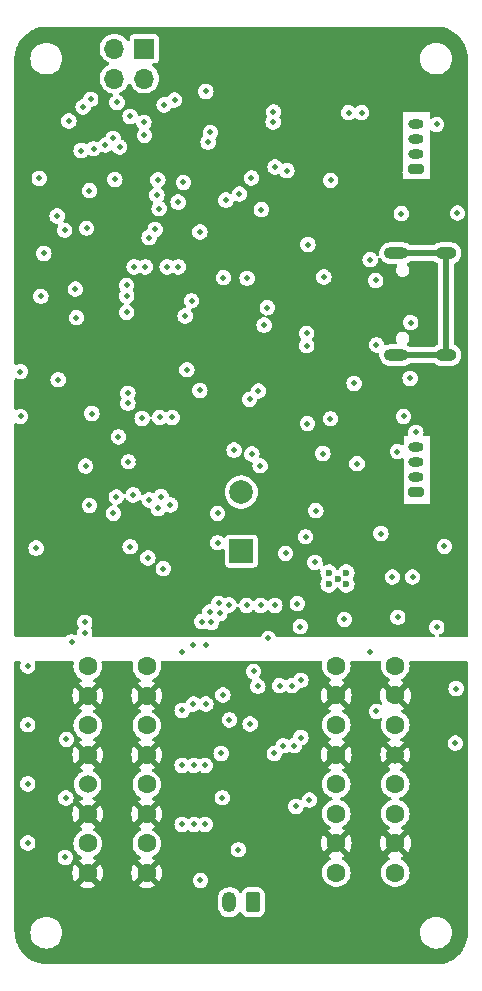
<source format=gbr>
%TF.GenerationSoftware,KiCad,Pcbnew,7.0.2-0*%
%TF.CreationDate,2023-10-14T01:58:59-05:00*%
%TF.ProjectId,Flight Computer,466c6967-6874-4204-936f-6d7075746572,1.1*%
%TF.SameCoordinates,Original*%
%TF.FileFunction,Copper,L3,Inr*%
%TF.FilePolarity,Positive*%
%FSLAX46Y46*%
G04 Gerber Fmt 4.6, Leading zero omitted, Abs format (unit mm)*
G04 Created by KiCad (PCBNEW 7.0.2-0) date 2023-10-14 01:58:59*
%MOMM*%
%LPD*%
G01*
G04 APERTURE LIST*
G04 Aperture macros list*
%AMRoundRect*
0 Rectangle with rounded corners*
0 $1 Rounding radius*
0 $2 $3 $4 $5 $6 $7 $8 $9 X,Y pos of 4 corners*
0 Add a 4 corners polygon primitive as box body*
4,1,4,$2,$3,$4,$5,$6,$7,$8,$9,$2,$3,0*
0 Add four circle primitives for the rounded corners*
1,1,$1+$1,$2,$3*
1,1,$1+$1,$4,$5*
1,1,$1+$1,$6,$7*
1,1,$1+$1,$8,$9*
0 Add four rect primitives between the rounded corners*
20,1,$1+$1,$2,$3,$4,$5,0*
20,1,$1+$1,$4,$5,$6,$7,0*
20,1,$1+$1,$6,$7,$8,$9,0*
20,1,$1+$1,$8,$9,$2,$3,0*%
G04 Aperture macros list end*
%TA.AperFunction,ComponentPad*%
%ADD10RoundRect,0.200000X0.450000X-0.200000X0.450000X0.200000X-0.450000X0.200000X-0.450000X-0.200000X0*%
%TD*%
%TA.AperFunction,ComponentPad*%
%ADD11O,1.300000X0.800000*%
%TD*%
%TA.AperFunction,ComponentPad*%
%ADD12O,2.100000X1.000000*%
%TD*%
%TA.AperFunction,ComponentPad*%
%ADD13O,1.800000X1.000000*%
%TD*%
%TA.AperFunction,ComponentPad*%
%ADD14C,0.600000*%
%TD*%
%TA.AperFunction,ComponentPad*%
%ADD15RoundRect,0.250000X0.350000X0.625000X-0.350000X0.625000X-0.350000X-0.625000X0.350000X-0.625000X0*%
%TD*%
%TA.AperFunction,ComponentPad*%
%ADD16O,1.200000X1.750000*%
%TD*%
%TA.AperFunction,ComponentPad*%
%ADD17C,1.600000*%
%TD*%
%TA.AperFunction,ComponentPad*%
%ADD18C,1.524000*%
%TD*%
%TA.AperFunction,ComponentPad*%
%ADD19R,2.000000X2.000000*%
%TD*%
%TA.AperFunction,ComponentPad*%
%ADD20C,2.000000*%
%TD*%
%TA.AperFunction,ComponentPad*%
%ADD21R,1.700000X1.700000*%
%TD*%
%TA.AperFunction,ComponentPad*%
%ADD22O,1.700000X1.700000*%
%TD*%
%TA.AperFunction,ViaPad*%
%ADD23C,0.500000*%
%TD*%
%TA.AperFunction,Conductor*%
%ADD24C,0.500000*%
%TD*%
G04 APERTURE END LIST*
D10*
%TO.N,+5V*%
%TO.C,J8*%
X167100000Y-103175000D03*
D11*
%TO.N,/UART3 RX*%
X167100000Y-101925000D03*
%TO.N,/UART3 TX*%
X167100000Y-100675000D03*
%TO.N,GND*%
X167100000Y-99425000D03*
%TD*%
D12*
%TO.N,Net-(J7-SHIELD)*%
%TO.C,J7*%
X165440000Y-91622500D03*
D13*
X169640000Y-91622500D03*
D12*
X165440000Y-82982500D03*
D13*
X169640000Y-82982500D03*
%TD*%
D10*
%TO.N,+3.3V*%
%TO.C,J9*%
X167100000Y-75837500D03*
D11*
%TO.N,/I2C2 SDA*%
X167100000Y-74587500D03*
%TO.N,/I2C2 SCL*%
X167100000Y-73337500D03*
%TO.N,GND*%
X167100000Y-72087500D03*
%TD*%
D14*
%TO.N,GND*%
%TO.C,U8*%
X161200000Y-110037500D03*
X159700000Y-110037500D03*
X160450000Y-110537500D03*
X161200000Y-111037500D03*
X159700000Y-111037500D03*
%TD*%
D15*
%TO.N,/Main battery connector*%
%TO.C,J4*%
X153300000Y-137950000D03*
D16*
%TO.N,GND*%
X151300000Y-137950000D03*
%TD*%
D17*
%TO.N,+12V*%
%TO.C,J2*%
X139300000Y-135462500D03*
X144300000Y-135462500D03*
%TO.N,/Pyrotechnic Channels/Pyro Channel A*%
X139300000Y-132962500D03*
X144300000Y-132962500D03*
%TO.N,+12V*%
X139300000Y-130462500D03*
X144300000Y-130462500D03*
D18*
%TO.N,/Pyrotechnic Channels/Pyro Channel B*%
X139300000Y-127962500D03*
D17*
X144300000Y-127962500D03*
%TO.N,+12V*%
X139300000Y-125462500D03*
X144300000Y-125462500D03*
%TO.N,/Pyrotechnic Channels/Pyro Channel C*%
X139300000Y-122962500D03*
X144300000Y-122962500D03*
%TO.N,+12V*%
X139300000Y-120462500D03*
X144300000Y-120462500D03*
%TO.N,/Pyrotechnic Channels/Pyro Channel D*%
X139300000Y-117962500D03*
X144300000Y-117962500D03*
%TD*%
D19*
%TO.N,+5V*%
%TO.C,BZ1*%
X152300000Y-108212500D03*
D20*
%TO.N,Net-(BZ1-+)*%
X152300000Y-103212500D03*
%TD*%
D17*
%TO.N,/Pyrotechnic Channels/Pyro Channel E*%
%TO.C,J1*%
X165350000Y-117937500D03*
X160350000Y-117937500D03*
%TO.N,+12V*%
X165350000Y-120437500D03*
X160350000Y-120437500D03*
%TO.N,/Pyrotechnic Channels/Pyro Channel F*%
X165350000Y-122937500D03*
X160350000Y-122937500D03*
D18*
%TO.N,+12V*%
X165350000Y-125437500D03*
D17*
X160350000Y-125437500D03*
%TO.N,/Main battery connector*%
X165350000Y-127937500D03*
X160350000Y-127937500D03*
%TO.N,/Main battery in*%
X165350000Y-130437500D03*
X160350000Y-130437500D03*
%TO.N,+12V*%
X165350000Y-132937500D03*
X160350000Y-132937500D03*
%TO.N,GND*%
X165350000Y-135437500D03*
X160350000Y-135437500D03*
%TD*%
D21*
%TO.N,/SWDIO*%
%TO.C,J3*%
X144100000Y-65675000D03*
D22*
%TO.N,/NRST*%
X141560000Y-65675000D03*
%TO.N,/SWCLK*%
X144100000Y-68215000D03*
%TO.N,GND*%
X141560000Y-68215000D03*
%TD*%
D23*
%TO.N,+5V*%
X156050000Y-108400000D03*
X157300000Y-114600000D03*
X164131250Y-106731250D03*
%TO.N,+3.3V*%
X136350000Y-109850000D03*
X135970000Y-96800000D03*
X135400000Y-99650000D03*
X148925000Y-67075000D03*
X167550000Y-106650000D03*
X136350000Y-113600000D03*
X137650000Y-79850000D03*
X150550000Y-70450000D03*
X138250000Y-86992500D03*
X167450000Y-69512500D03*
X136350000Y-112300000D03*
X138350000Y-89417500D03*
X133950000Y-69950000D03*
X142700000Y-76700000D03*
X142000000Y-114612500D03*
X136350000Y-111050000D03*
X135250000Y-113600000D03*
X143576731Y-100673270D03*
X155312500Y-100000000D03*
X158050000Y-83262500D03*
X140820000Y-70219500D03*
X162315378Y-89504622D03*
X134050000Y-94212500D03*
X140750000Y-114612500D03*
X159300000Y-98362500D03*
X150474500Y-81181000D03*
X135200000Y-77650000D03*
X166690000Y-77090000D03*
X166750500Y-79112500D03*
X139200000Y-82400000D03*
X150066208Y-74775738D03*
%TO.N,GND*%
X136800000Y-93712500D03*
X141780000Y-70219500D03*
X149250000Y-126350000D03*
X147300000Y-121700000D03*
X139050000Y-115150000D03*
X133600000Y-93012500D03*
X155100000Y-125350000D03*
X169500000Y-107812500D03*
X153350000Y-118400000D03*
X144050000Y-71912500D03*
X137350000Y-81050000D03*
X149500000Y-73600000D03*
X166800000Y-110400000D03*
X159212500Y-99962500D03*
X148300000Y-131362500D03*
X157950000Y-82262500D03*
X154600000Y-115612500D03*
X163220000Y-83540000D03*
X139200000Y-80875000D03*
X136720000Y-79850000D03*
X150750000Y-120400000D03*
X138350000Y-88450000D03*
X134225000Y-122920000D03*
X152050000Y-133500000D03*
X144400000Y-108800000D03*
X152150000Y-77987998D03*
X135200000Y-76650000D03*
X150300000Y-107512500D03*
X157050000Y-112662500D03*
X158610916Y-104789084D03*
X147700000Y-92862500D03*
X142750000Y-100650000D03*
X139050000Y-114250000D03*
X155550000Y-119612500D03*
X161850000Y-94012500D03*
X170500000Y-119850000D03*
X153700000Y-119650000D03*
X133620000Y-96800000D03*
X147300000Y-116800000D03*
X149300000Y-121162500D03*
X157837998Y-90830000D03*
X138250000Y-86032500D03*
X150300000Y-105012500D03*
X139450000Y-104350000D03*
X149250000Y-131350000D03*
X139556585Y-69956585D03*
X141467869Y-105017869D03*
X165100000Y-110412500D03*
X166600500Y-93588046D03*
X148800000Y-81200000D03*
X165855000Y-79650000D03*
X151300000Y-122500000D03*
X139450000Y-77700000D03*
X170605000Y-79600000D03*
X150600000Y-125350000D03*
X153200419Y-100000000D03*
X157350000Y-124000000D03*
X150700000Y-129100000D03*
X168840000Y-72090000D03*
X167090000Y-98170000D03*
X153950000Y-112812500D03*
X148800000Y-94612500D03*
X148250000Y-121150000D03*
X155150000Y-112812500D03*
X149690000Y-72760000D03*
X141604977Y-76745023D03*
X149300000Y-69300000D03*
X157900000Y-97412500D03*
X157837998Y-89780000D03*
X153050000Y-122850000D03*
X158075000Y-129287500D03*
X147300000Y-126350000D03*
X138750000Y-74300000D03*
X137950000Y-115900000D03*
X137706585Y-71806585D03*
X165550000Y-113812500D03*
X148250000Y-116200000D03*
X147300000Y-131362500D03*
X152750000Y-112812500D03*
X156800000Y-124690000D03*
X159850000Y-97012500D03*
X134225000Y-127920000D03*
X157350000Y-119150000D03*
X134225000Y-117930000D03*
X134225000Y-132930000D03*
X148300000Y-126350000D03*
X170425000Y-124475000D03*
X163750000Y-90750000D03*
X149300000Y-116200000D03*
X161040000Y-113990000D03*
X145700000Y-109700000D03*
X156600000Y-119612500D03*
X143150000Y-103450000D03*
X159288743Y-85013000D03*
X155850000Y-124700000D03*
X148850000Y-136100000D03*
X135330000Y-86632500D03*
X141457760Y-73272825D03*
X142900000Y-107850000D03*
%TO.N,/SWDIO*%
X142602661Y-86616781D03*
%TO.N,/SWCLK*%
X142590690Y-85717358D03*
%TO.N,/NRST*%
X142598172Y-88000000D03*
%TO.N,/UART3 TX*%
X165524500Y-99790000D03*
%TO.N,/I2C2 SDA*%
X153750000Y-94663498D03*
%TO.N,/I2C2 SCL*%
X153000000Y-95362998D03*
%TO.N,/SDMMC Data 2*%
X155028415Y-71028415D03*
X156160000Y-76000000D03*
%TO.N,/SDMMC Data 3*%
X155170000Y-75700000D03*
X155000000Y-71890000D03*
%TO.N,/SDMMC Command*%
X151000000Y-78500000D03*
%TO.N,/SDMMC Clock*%
X154000000Y-79300000D03*
%TO.N,/SDMMC Data 0*%
X161400000Y-71100000D03*
X154237002Y-89085497D03*
%TO.N,/SDMMC Data 1*%
X154510000Y-87592500D03*
X162490000Y-71100000D03*
%TO.N,/SD Card Detect*%
X159870000Y-76822500D03*
X153160500Y-76620000D03*
%TO.N,/Pyro Channel A Trigger*%
X144501831Y-103877951D03*
X137400000Y-134150000D03*
%TO.N,/Pyro Channel B Trigger*%
X145525000Y-103595000D03*
X137450000Y-129112500D03*
%TO.N,/Pyro Channel C Trigger*%
X145269395Y-104597434D03*
X137500000Y-124150000D03*
%TO.N,/Pyro Channel E Trigger*%
X163224500Y-116787500D03*
X151700000Y-99670000D03*
%TO.N,/Pyro Channel F Trigger*%
X163750000Y-121787500D03*
X153890000Y-100990000D03*
%TO.N,/Pyro Channel D Trigger*%
X146305000Y-104305000D03*
X134939691Y-107967691D03*
%TO.N,/Pyro A Continuity Voltage*%
X150481891Y-113485061D03*
X142700599Y-94850000D03*
%TO.N,/Pyro B Continuity Voltage*%
X149621392Y-113367732D03*
X142695486Y-95689579D03*
%TO.N,/Pyro C Continuity Voltage*%
X139645980Y-96566297D03*
X149760605Y-114250115D03*
%TO.N,/Pyro E Continuity Voltage*%
X145389693Y-96888998D03*
X151260303Y-112770000D03*
%TO.N,/Pyro F Continuity Voltage*%
X150381035Y-112634205D03*
X143898967Y-96978603D03*
%TO.N,/Pyro D Continuity Voltage*%
X148955388Y-114188069D03*
X141907954Y-98542045D03*
%TO.N,/Ignition Battery Voltage*%
X156932500Y-129830000D03*
X146458242Y-96888000D03*
%TO.N,/Main battery in*%
X168850000Y-114662500D03*
%TO.N,Net-(U1-PD13)*%
X162100000Y-100812500D03*
X166050000Y-96812500D03*
%TO.N,Net-(U8-PG)*%
X158542767Y-109176153D03*
X157750000Y-107000000D03*
%TO.N,/High G Interrupt*%
X146025500Y-84150000D03*
X145770000Y-70430000D03*
%TO.N,/Chip Select Low G Gyro*%
X138908835Y-70604335D03*
X145000000Y-80977500D03*
X142895937Y-71400500D03*
%TO.N,/SPI1 SCK*%
X144100000Y-73012500D03*
X145345376Y-79217124D03*
X147404495Y-77000000D03*
%TO.N,/SPI1 MOSI*%
X145250000Y-76774500D03*
X145150000Y-78062000D03*
%TO.N,/SPI1 MISO*%
X146950000Y-78672454D03*
%TO.N,/Low G Gyro Interrupt*%
X144500000Y-81670000D03*
X142000000Y-74000000D03*
%TO.N,/Chip Select Low G Accel*%
X144180000Y-84150000D03*
X140803544Y-73834118D03*
%TO.N,/Low G Accel Interrupt*%
X143237076Y-84147384D03*
X139800000Y-74150000D03*
%TO.N,/QSPI Clock*%
X141725000Y-103625000D03*
X139125000Y-101025000D03*
%TO.N,/GPS Reset*%
X150792358Y-85070143D03*
%TO.N,/GPS External Interrupt*%
X152800000Y-85112002D03*
%TO.N,/UART2 TX*%
X147550000Y-88312500D03*
%TO.N,/UART2 RX*%
X148099665Y-87019665D03*
%TO.N,/USB 5V in*%
X166650500Y-88862500D03*
X163680601Y-85297617D03*
%TO.N,/Chip Select Altimeter*%
X135588773Y-83011227D03*
%TO.N,/Chip Select High G Accel*%
X146973946Y-84149500D03*
X146652500Y-70030000D03*
%TD*%
D24*
%TO.N,Net-(J7-SHIELD)*%
X165440000Y-82982500D02*
X169640000Y-82982500D01*
X169640000Y-91622500D02*
X165440000Y-91622500D01*
X169640000Y-82982500D02*
X169640000Y-91622500D01*
%TD*%
%TA.AperFunction,Conductor*%
%TO.N,+3.3V*%
G36*
X168803472Y-63813195D02*
G01*
X169095306Y-63829584D01*
X169109103Y-63831138D01*
X169393827Y-63879515D01*
X169407384Y-63882609D01*
X169684899Y-63962560D01*
X169698025Y-63967153D01*
X169964841Y-64077672D01*
X169977355Y-64083698D01*
X170143444Y-64175492D01*
X170230125Y-64223399D01*
X170241899Y-64230797D01*
X170477430Y-64397915D01*
X170488302Y-64406585D01*
X170703642Y-64599024D01*
X170713475Y-64608857D01*
X170905914Y-64824197D01*
X170914584Y-64835069D01*
X171081702Y-65070600D01*
X171089100Y-65082374D01*
X171228797Y-65335137D01*
X171234830Y-65347665D01*
X171345346Y-65614475D01*
X171349939Y-65627600D01*
X171429890Y-65905115D01*
X171432984Y-65918672D01*
X171481359Y-66203385D01*
X171482916Y-66217203D01*
X171499305Y-66509026D01*
X171499500Y-66515979D01*
X171499500Y-79520204D01*
X171479815Y-79587243D01*
X171467898Y-79597568D01*
X171497821Y-79659456D01*
X171499500Y-79679795D01*
X171499500Y-115388500D01*
X171479815Y-115455539D01*
X171427011Y-115501294D01*
X171375500Y-115512500D01*
X169133308Y-115512500D01*
X169066269Y-115492815D01*
X169020514Y-115440011D01*
X169010570Y-115370853D01*
X169039595Y-115307297D01*
X169075681Y-115278704D01*
X169082365Y-115275196D01*
X169222240Y-115201783D01*
X169340483Y-115097030D01*
X169430220Y-114967023D01*
X169486237Y-114819318D01*
X169505278Y-114662500D01*
X169486237Y-114505682D01*
X169430220Y-114357977D01*
X169355689Y-114250000D01*
X169340484Y-114227971D01*
X169340483Y-114227970D01*
X169222240Y-114123217D01*
X169103158Y-114060717D01*
X169082364Y-114049803D01*
X168928985Y-114012000D01*
X168771015Y-114012000D01*
X168617635Y-114049803D01*
X168477761Y-114123216D01*
X168359515Y-114227971D01*
X168269780Y-114357976D01*
X168213763Y-114505681D01*
X168194721Y-114662500D01*
X168213763Y-114819318D01*
X168269780Y-114967023D01*
X168359515Y-115097028D01*
X168359516Y-115097029D01*
X168359517Y-115097030D01*
X168477760Y-115201783D01*
X168617635Y-115275196D01*
X168624319Y-115278704D01*
X168674531Y-115327289D01*
X168690505Y-115395308D01*
X168667169Y-115461166D01*
X168611933Y-115503952D01*
X168566692Y-115512500D01*
X155343376Y-115512500D01*
X155276337Y-115492815D01*
X155230582Y-115440011D01*
X155227434Y-115432471D01*
X155210758Y-115388500D01*
X155180220Y-115307977D01*
X155090483Y-115177970D01*
X154972240Y-115073217D01*
X154898529Y-115034530D01*
X154832364Y-114999803D01*
X154678985Y-114962000D01*
X154521015Y-114962000D01*
X154367635Y-114999803D01*
X154227761Y-115073216D01*
X154109515Y-115177971D01*
X154019780Y-115307976D01*
X153972566Y-115432471D01*
X153930388Y-115488174D01*
X153864791Y-115512231D01*
X153856624Y-115512500D01*
X139787877Y-115512500D01*
X139720838Y-115492815D01*
X139675083Y-115440011D01*
X139665139Y-115370853D01*
X139671935Y-115344529D01*
X139678473Y-115327289D01*
X139686237Y-115306818D01*
X139705278Y-115150000D01*
X139686237Y-114993182D01*
X139630220Y-114845477D01*
X139630219Y-114845474D01*
X139578426Y-114770438D01*
X139556543Y-114704084D01*
X139574009Y-114636432D01*
X139578417Y-114629571D01*
X139630220Y-114554523D01*
X139686237Y-114406818D01*
X139705278Y-114250000D01*
X139697758Y-114188069D01*
X148300109Y-114188069D01*
X148319151Y-114344887D01*
X148375168Y-114492592D01*
X148464903Y-114622597D01*
X148464904Y-114622598D01*
X148464905Y-114622599D01*
X148583148Y-114727352D01*
X148723023Y-114800765D01*
X148876403Y-114838569D01*
X149034373Y-114838569D01*
X149187753Y-114800765D01*
X149213648Y-114787174D01*
X149245999Y-114770193D01*
X149314507Y-114756467D01*
X149379561Y-114781958D01*
X149385854Y-114787174D01*
X149387932Y-114789014D01*
X149388365Y-114789398D01*
X149410023Y-114800765D01*
X149528238Y-114862811D01*
X149681620Y-114900615D01*
X149839590Y-114900615D01*
X149992970Y-114862811D01*
X150132845Y-114789398D01*
X150251088Y-114684645D01*
X150309515Y-114599999D01*
X156644721Y-114599999D01*
X156663763Y-114756818D01*
X156719780Y-114904523D01*
X156809515Y-115034528D01*
X156809516Y-115034529D01*
X156809517Y-115034530D01*
X156927760Y-115139283D01*
X157067635Y-115212696D01*
X157221015Y-115250500D01*
X157378985Y-115250500D01*
X157532365Y-115212696D01*
X157672240Y-115139283D01*
X157790483Y-115034530D01*
X157880220Y-114904523D01*
X157936237Y-114756818D01*
X157955278Y-114600000D01*
X157936237Y-114443182D01*
X157880220Y-114295477D01*
X157790483Y-114165470D01*
X157672240Y-114060717D01*
X157579419Y-114012000D01*
X157537503Y-113990000D01*
X160384721Y-113990000D01*
X160403763Y-114146818D01*
X160459780Y-114294523D01*
X160549515Y-114424528D01*
X160549516Y-114424529D01*
X160549517Y-114424530D01*
X160667760Y-114529283D01*
X160807635Y-114602696D01*
X160961015Y-114640500D01*
X161118985Y-114640500D01*
X161272365Y-114602696D01*
X161412240Y-114529283D01*
X161530483Y-114424530D01*
X161620220Y-114294523D01*
X161676237Y-114146818D01*
X161695278Y-113990000D01*
X161676237Y-113833182D01*
X161668393Y-113812500D01*
X164894721Y-113812500D01*
X164913763Y-113969318D01*
X164969780Y-114117023D01*
X165059515Y-114247028D01*
X165059516Y-114247029D01*
X165059517Y-114247030D01*
X165177760Y-114351783D01*
X165317635Y-114425196D01*
X165471015Y-114463000D01*
X165628985Y-114463000D01*
X165782365Y-114425196D01*
X165922240Y-114351783D01*
X166040483Y-114247030D01*
X166130220Y-114117023D01*
X166186237Y-113969318D01*
X166205278Y-113812500D01*
X166186237Y-113655682D01*
X166130220Y-113507977D01*
X166040483Y-113377970D01*
X165922240Y-113273217D01*
X165908994Y-113266264D01*
X165782364Y-113199803D01*
X165628985Y-113162000D01*
X165471015Y-113162000D01*
X165317635Y-113199803D01*
X165177761Y-113273216D01*
X165059515Y-113377971D01*
X164969780Y-113507976D01*
X164913763Y-113655681D01*
X164894721Y-113812500D01*
X161668393Y-113812500D01*
X161620220Y-113685477D01*
X161544221Y-113575373D01*
X161530484Y-113555471D01*
X161530483Y-113555470D01*
X161412240Y-113450717D01*
X161365754Y-113426319D01*
X161272364Y-113377303D01*
X161118985Y-113339500D01*
X160961015Y-113339500D01*
X160807635Y-113377303D01*
X160667761Y-113450716D01*
X160549515Y-113555471D01*
X160459780Y-113685476D01*
X160403763Y-113833181D01*
X160384721Y-113990000D01*
X157537503Y-113990000D01*
X157532364Y-113987303D01*
X157378985Y-113949500D01*
X157221015Y-113949500D01*
X157067635Y-113987303D01*
X156927761Y-114060716D01*
X156809515Y-114165471D01*
X156719780Y-114295476D01*
X156663763Y-114443181D01*
X156644721Y-114599999D01*
X150309515Y-114599999D01*
X150340825Y-114554638D01*
X150396842Y-114406933D01*
X150415883Y-114250115D01*
X150416551Y-114244614D01*
X150444173Y-114180436D01*
X150502107Y-114141380D01*
X150539647Y-114135561D01*
X150560876Y-114135561D01*
X150714256Y-114097757D01*
X150854131Y-114024344D01*
X150972374Y-113919591D01*
X151062111Y-113789584D01*
X151118128Y-113641879D01*
X151128921Y-113552984D01*
X151131767Y-113529553D01*
X151159389Y-113465375D01*
X151217323Y-113426319D01*
X151254863Y-113420500D01*
X151339288Y-113420500D01*
X151492668Y-113382696D01*
X151632543Y-113309283D01*
X151750786Y-113204530D01*
X151840523Y-113074523D01*
X151881150Y-112967395D01*
X151923327Y-112911694D01*
X151988924Y-112887636D01*
X152057115Y-112902862D01*
X152106249Y-112952538D01*
X152113034Y-112967396D01*
X152169779Y-113117023D01*
X152259515Y-113247028D01*
X152259516Y-113247029D01*
X152259517Y-113247030D01*
X152377760Y-113351783D01*
X152517635Y-113425196D01*
X152671015Y-113463000D01*
X152828985Y-113463000D01*
X152982365Y-113425196D01*
X153122240Y-113351783D01*
X153240483Y-113247030D01*
X153247949Y-113236212D01*
X153302230Y-113192222D01*
X153371679Y-113184561D01*
X153434244Y-113215663D01*
X153452051Y-113236213D01*
X153459515Y-113247028D01*
X153459516Y-113247029D01*
X153459517Y-113247030D01*
X153577760Y-113351783D01*
X153717635Y-113425196D01*
X153871015Y-113463000D01*
X154028985Y-113463000D01*
X154182365Y-113425196D01*
X154322240Y-113351783D01*
X154440483Y-113247030D01*
X154447949Y-113236212D01*
X154502230Y-113192222D01*
X154571679Y-113184561D01*
X154634244Y-113215663D01*
X154652051Y-113236213D01*
X154659515Y-113247028D01*
X154659516Y-113247029D01*
X154659517Y-113247030D01*
X154777760Y-113351783D01*
X154917635Y-113425196D01*
X155071015Y-113463000D01*
X155228985Y-113463000D01*
X155382365Y-113425196D01*
X155522240Y-113351783D01*
X155640483Y-113247030D01*
X155730220Y-113117023D01*
X155786237Y-112969318D01*
X155805278Y-112812500D01*
X155787065Y-112662500D01*
X156394721Y-112662500D01*
X156413763Y-112819318D01*
X156469780Y-112967023D01*
X156559515Y-113097028D01*
X156559516Y-113097029D01*
X156559517Y-113097030D01*
X156677760Y-113201783D01*
X156817635Y-113275196D01*
X156971015Y-113313000D01*
X157128985Y-113313000D01*
X157282365Y-113275196D01*
X157422240Y-113201783D01*
X157540483Y-113097030D01*
X157630220Y-112967023D01*
X157686237Y-112819318D01*
X157705278Y-112662500D01*
X157686237Y-112505682D01*
X157630220Y-112357977D01*
X157542379Y-112230717D01*
X157540484Y-112227971D01*
X157540483Y-112227970D01*
X157422240Y-112123217D01*
X157368327Y-112094921D01*
X157282364Y-112049803D01*
X157128985Y-112012000D01*
X156971015Y-112012000D01*
X156817635Y-112049803D01*
X156677761Y-112123216D01*
X156559515Y-112227971D01*
X156469780Y-112357976D01*
X156413763Y-112505681D01*
X156394721Y-112662500D01*
X155787065Y-112662500D01*
X155786237Y-112655682D01*
X155730220Y-112507977D01*
X155640483Y-112377970D01*
X155522240Y-112273217D01*
X155508994Y-112266265D01*
X155382364Y-112199803D01*
X155228985Y-112162000D01*
X155071015Y-112162000D01*
X154917635Y-112199803D01*
X154777761Y-112273216D01*
X154659515Y-112377971D01*
X154652050Y-112388788D01*
X154597767Y-112432778D01*
X154528319Y-112440438D01*
X154465754Y-112409335D01*
X154447950Y-112388788D01*
X154440484Y-112377971D01*
X154392511Y-112335471D01*
X154322240Y-112273217D01*
X154308994Y-112266265D01*
X154182364Y-112199803D01*
X154028985Y-112162000D01*
X153871015Y-112162000D01*
X153717635Y-112199803D01*
X153577761Y-112273216D01*
X153459515Y-112377971D01*
X153452050Y-112388788D01*
X153397767Y-112432778D01*
X153328319Y-112440438D01*
X153265754Y-112409335D01*
X153247950Y-112388788D01*
X153240484Y-112377971D01*
X153192511Y-112335471D01*
X153122240Y-112273217D01*
X153108994Y-112266265D01*
X152982364Y-112199803D01*
X152828985Y-112162000D01*
X152671015Y-112162000D01*
X152517635Y-112199803D01*
X152377761Y-112273216D01*
X152259515Y-112377971D01*
X152169779Y-112507977D01*
X152129152Y-112615103D01*
X152086974Y-112670806D01*
X152021376Y-112694863D01*
X151953186Y-112679636D01*
X151904053Y-112629960D01*
X151897268Y-112615103D01*
X151896540Y-112613184D01*
X151896540Y-112613182D01*
X151840523Y-112465477D01*
X151780122Y-112377970D01*
X151750787Y-112335471D01*
X151750786Y-112335470D01*
X151632543Y-112230717D01*
X151571293Y-112198570D01*
X151492667Y-112157303D01*
X151339288Y-112119500D01*
X151181318Y-112119500D01*
X151027938Y-112157303D01*
X150975462Y-112184845D01*
X150906954Y-112198570D01*
X150841901Y-112173077D01*
X150835611Y-112167864D01*
X150753276Y-112094923D01*
X150753275Y-112094922D01*
X150667309Y-112049803D01*
X150613399Y-112021508D01*
X150460020Y-111983705D01*
X150302050Y-111983705D01*
X150148670Y-112021508D01*
X150008796Y-112094921D01*
X149890550Y-112199676D01*
X149800815Y-112329681D01*
X149744798Y-112477386D01*
X149728917Y-112608179D01*
X149701295Y-112672357D01*
X149643361Y-112711413D01*
X149605821Y-112717232D01*
X149542407Y-112717232D01*
X149389027Y-112755035D01*
X149249153Y-112828448D01*
X149130907Y-112933203D01*
X149041172Y-113063208D01*
X148985155Y-113210913D01*
X148966113Y-113367732D01*
X148970288Y-113402111D01*
X148958827Y-113471034D01*
X148911923Y-113522820D01*
X148876867Y-113537454D01*
X148723023Y-113575372D01*
X148583149Y-113648785D01*
X148464903Y-113753540D01*
X148375168Y-113883545D01*
X148319151Y-114031250D01*
X148300109Y-114188069D01*
X139697758Y-114188069D01*
X139686237Y-114093182D01*
X139630220Y-113945477D01*
X139540483Y-113815470D01*
X139422240Y-113710717D01*
X139374148Y-113685476D01*
X139282364Y-113637303D01*
X139128985Y-113599500D01*
X138971015Y-113599500D01*
X138817635Y-113637303D01*
X138677761Y-113710716D01*
X138559515Y-113815471D01*
X138469780Y-113945476D01*
X138413763Y-114093181D01*
X138394721Y-114249999D01*
X138413763Y-114406818D01*
X138469780Y-114554523D01*
X138521574Y-114629560D01*
X138543457Y-114695915D01*
X138525992Y-114763566D01*
X138521574Y-114770440D01*
X138469780Y-114845476D01*
X138413763Y-114993181D01*
X138394721Y-115150000D01*
X138398504Y-115181150D01*
X138387043Y-115250073D01*
X138340140Y-115301859D01*
X138272684Y-115320066D01*
X138217781Y-115305892D01*
X138182364Y-115287303D01*
X138028985Y-115249500D01*
X137871015Y-115249500D01*
X137717635Y-115287303D01*
X137577761Y-115360716D01*
X137577759Y-115360717D01*
X137577760Y-115360717D01*
X137459517Y-115465470D01*
X137459515Y-115465471D01*
X137448247Y-115475455D01*
X137446323Y-115473283D01*
X137409750Y-115502927D01*
X137361975Y-115512500D01*
X133222940Y-115512500D01*
X133155901Y-115492815D01*
X133110146Y-115440011D01*
X133098940Y-115388500D01*
X133099121Y-109700000D01*
X145044721Y-109700000D01*
X145063763Y-109856818D01*
X145119780Y-110004523D01*
X145209515Y-110134528D01*
X145209516Y-110134529D01*
X145209517Y-110134530D01*
X145327760Y-110239283D01*
X145467635Y-110312696D01*
X145621015Y-110350500D01*
X145778985Y-110350500D01*
X145932365Y-110312696D01*
X146072240Y-110239283D01*
X146190483Y-110134530D01*
X146280220Y-110004523D01*
X146336237Y-109856818D01*
X146355278Y-109700000D01*
X146336237Y-109543182D01*
X146280220Y-109395477D01*
X146190483Y-109265470D01*
X146072240Y-109160717D01*
X145965173Y-109104523D01*
X145932364Y-109087303D01*
X145778985Y-109049500D01*
X145621015Y-109049500D01*
X145467635Y-109087303D01*
X145327761Y-109160716D01*
X145209515Y-109265471D01*
X145119780Y-109395476D01*
X145063763Y-109543181D01*
X145044721Y-109700000D01*
X133099121Y-109700000D01*
X133099150Y-108800000D01*
X143744721Y-108800000D01*
X143763763Y-108956818D01*
X143819780Y-109104523D01*
X143909515Y-109234528D01*
X143909516Y-109234529D01*
X143909517Y-109234530D01*
X144027760Y-109339283D01*
X144167635Y-109412696D01*
X144321015Y-109450500D01*
X144478985Y-109450500D01*
X144632365Y-109412696D01*
X144772240Y-109339283D01*
X144890483Y-109234530D01*
X144980220Y-109104523D01*
X145036237Y-108956818D01*
X145055278Y-108800000D01*
X145036237Y-108643182D01*
X144980220Y-108495477D01*
X144890483Y-108365470D01*
X144772240Y-108260717D01*
X144738830Y-108243182D01*
X144632364Y-108187303D01*
X144478985Y-108149500D01*
X144321015Y-108149500D01*
X144167635Y-108187303D01*
X144027761Y-108260716D01*
X143909515Y-108365471D01*
X143819780Y-108495476D01*
X143763763Y-108643181D01*
X143744721Y-108800000D01*
X133099150Y-108800000D01*
X133099177Y-107967690D01*
X134284412Y-107967690D01*
X134303454Y-108124509D01*
X134359471Y-108272214D01*
X134449206Y-108402219D01*
X134449207Y-108402220D01*
X134449208Y-108402221D01*
X134567451Y-108506974D01*
X134707326Y-108580387D01*
X134860706Y-108618191D01*
X135018676Y-108618191D01*
X135172056Y-108580387D01*
X135311931Y-108506974D01*
X135430174Y-108402221D01*
X135519911Y-108272214D01*
X135575928Y-108124509D01*
X135594969Y-107967691D01*
X135580679Y-107849999D01*
X142244721Y-107849999D01*
X142263763Y-108006818D01*
X142319780Y-108154523D01*
X142409515Y-108284528D01*
X142409516Y-108284529D01*
X142409517Y-108284530D01*
X142527760Y-108389283D01*
X142667635Y-108462696D01*
X142821015Y-108500500D01*
X142978985Y-108500500D01*
X143132365Y-108462696D01*
X143272240Y-108389283D01*
X143390483Y-108284530D01*
X143480220Y-108154523D01*
X143536237Y-108006818D01*
X143555278Y-107850000D01*
X143536237Y-107693182D01*
X143480220Y-107545477D01*
X143457458Y-107512500D01*
X149644721Y-107512500D01*
X149663763Y-107669318D01*
X149719780Y-107817023D01*
X149809515Y-107947028D01*
X149809516Y-107947029D01*
X149809517Y-107947030D01*
X149927760Y-108051783D01*
X150067635Y-108125196D01*
X150221015Y-108163000D01*
X150378985Y-108163000D01*
X150532365Y-108125196D01*
X150672240Y-108051783D01*
X150693274Y-108033148D01*
X150756506Y-108003427D01*
X150825769Y-108012611D01*
X150879073Y-108057783D01*
X150899493Y-108124602D01*
X150899500Y-108125964D01*
X150899500Y-109244014D01*
X150904686Y-109276760D01*
X150914354Y-109337804D01*
X150914354Y-109337805D01*
X150914355Y-109337806D01*
X150971949Y-109450842D01*
X151061656Y-109540549D01*
X151061658Y-109540550D01*
X151174696Y-109598146D01*
X151268481Y-109613000D01*
X153331518Y-109612999D01*
X153425304Y-109598146D01*
X153538342Y-109540550D01*
X153628050Y-109450842D01*
X153685646Y-109337804D01*
X153700500Y-109244019D01*
X153700500Y-109176152D01*
X157887488Y-109176152D01*
X157906530Y-109332971D01*
X157962547Y-109480676D01*
X158052282Y-109610681D01*
X158052283Y-109610682D01*
X158052284Y-109610683D01*
X158170527Y-109715436D01*
X158310402Y-109788849D01*
X158463782Y-109826653D01*
X158621752Y-109826653D01*
X158775132Y-109788849D01*
X158778078Y-109787303D01*
X158832322Y-109758832D01*
X158900829Y-109745106D01*
X158965883Y-109770597D01*
X159006828Y-109827212D01*
X159013045Y-109883575D01*
X158994354Y-110037499D01*
X159014860Y-110206372D01*
X159075182Y-110365430D01*
X159145332Y-110467060D01*
X159167215Y-110533414D01*
X159149750Y-110601066D01*
X159145332Y-110607940D01*
X159075182Y-110709569D01*
X159014860Y-110868627D01*
X158994354Y-111037500D01*
X159014860Y-111206372D01*
X159075182Y-111365430D01*
X159171815Y-111505427D01*
X159171816Y-111505428D01*
X159171817Y-111505429D01*
X159299148Y-111618234D01*
X159449775Y-111697290D01*
X159614944Y-111738000D01*
X159614945Y-111738000D01*
X159785055Y-111738000D01*
X159785056Y-111738000D01*
X159950225Y-111697290D01*
X160100852Y-111618234D01*
X160228183Y-111505429D01*
X160324818Y-111365430D01*
X160334058Y-111341063D01*
X160376235Y-111285363D01*
X160441832Y-111261305D01*
X160510022Y-111276531D01*
X160559156Y-111326206D01*
X160565937Y-111341054D01*
X160575182Y-111365430D01*
X160575183Y-111365432D01*
X160671815Y-111505427D01*
X160671816Y-111505428D01*
X160671817Y-111505429D01*
X160799148Y-111618234D01*
X160949775Y-111697290D01*
X161114944Y-111738000D01*
X161114945Y-111738000D01*
X161285055Y-111738000D01*
X161285056Y-111738000D01*
X161450225Y-111697290D01*
X161600852Y-111618234D01*
X161728183Y-111505429D01*
X161824818Y-111365430D01*
X161885140Y-111206372D01*
X161905645Y-111037500D01*
X161885140Y-110868628D01*
X161824818Y-110709570D01*
X161789112Y-110657842D01*
X161754667Y-110607939D01*
X161732784Y-110541585D01*
X161750249Y-110473933D01*
X161754667Y-110467060D01*
X161792328Y-110412500D01*
X164444721Y-110412500D01*
X164463763Y-110569318D01*
X164519780Y-110717023D01*
X164609515Y-110847028D01*
X164609516Y-110847029D01*
X164609517Y-110847030D01*
X164727760Y-110951783D01*
X164867635Y-111025196D01*
X165021015Y-111063000D01*
X165178985Y-111063000D01*
X165332365Y-111025196D01*
X165472240Y-110951783D01*
X165590483Y-110847030D01*
X165680220Y-110717023D01*
X165736237Y-110569318D01*
X165755278Y-110412500D01*
X165753760Y-110400000D01*
X166144721Y-110400000D01*
X166163763Y-110556818D01*
X166219780Y-110704523D01*
X166309515Y-110834528D01*
X166309516Y-110834529D01*
X166309517Y-110834530D01*
X166427760Y-110939283D01*
X166567635Y-111012696D01*
X166721015Y-111050500D01*
X166878985Y-111050500D01*
X167032365Y-111012696D01*
X167172240Y-110939283D01*
X167290483Y-110834530D01*
X167380220Y-110704523D01*
X167436237Y-110556818D01*
X167455278Y-110400000D01*
X167436237Y-110243182D01*
X167380220Y-110095477D01*
X167290483Y-109965470D01*
X167172240Y-109860717D01*
X167127052Y-109837000D01*
X167032364Y-109787303D01*
X166878985Y-109749500D01*
X166721015Y-109749500D01*
X166567635Y-109787303D01*
X166427761Y-109860716D01*
X166309515Y-109965471D01*
X166219780Y-110095476D01*
X166163763Y-110243181D01*
X166144721Y-110400000D01*
X165753760Y-110400000D01*
X165736237Y-110255682D01*
X165680220Y-110107977D01*
X165590483Y-109977970D01*
X165472240Y-109873217D01*
X165440995Y-109856818D01*
X165332364Y-109799803D01*
X165178985Y-109762000D01*
X165021015Y-109762000D01*
X164867635Y-109799803D01*
X164727761Y-109873216D01*
X164609515Y-109977971D01*
X164519780Y-110107976D01*
X164463763Y-110255681D01*
X164444721Y-110412500D01*
X161792328Y-110412500D01*
X161824818Y-110365430D01*
X161885140Y-110206372D01*
X161905645Y-110037500D01*
X161885140Y-109868628D01*
X161824818Y-109709570D01*
X161758160Y-109613000D01*
X161728184Y-109569572D01*
X161698396Y-109543182D01*
X161600852Y-109456766D01*
X161562180Y-109436469D01*
X161450224Y-109377709D01*
X161325765Y-109347033D01*
X161285056Y-109337000D01*
X161114944Y-109337000D01*
X161082284Y-109345049D01*
X160949775Y-109377709D01*
X160799149Y-109456765D01*
X160671815Y-109569572D01*
X160575181Y-109709569D01*
X160565942Y-109733934D01*
X160523764Y-109789637D01*
X160458167Y-109813694D01*
X160389977Y-109798467D01*
X160340843Y-109748792D01*
X160334058Y-109733934D01*
X160324818Y-109709569D01*
X160228184Y-109569572D01*
X160198396Y-109543182D01*
X160100852Y-109456766D01*
X160062180Y-109436469D01*
X159950224Y-109377709D01*
X159825765Y-109347033D01*
X159785056Y-109337000D01*
X159614944Y-109337000D01*
X159559887Y-109350570D01*
X159449773Y-109377710D01*
X159363972Y-109422743D01*
X159295464Y-109436469D01*
X159230411Y-109410977D01*
X159189466Y-109354361D01*
X159183250Y-109298000D01*
X159189805Y-109244019D01*
X159198045Y-109176153D01*
X159179004Y-109019335D01*
X159122987Y-108871630D01*
X159033250Y-108741623D01*
X158915007Y-108636870D01*
X158879418Y-108618191D01*
X158775131Y-108563456D01*
X158621752Y-108525653D01*
X158463782Y-108525653D01*
X158310402Y-108563456D01*
X158170528Y-108636869D01*
X158052282Y-108741624D01*
X157962547Y-108871629D01*
X157906530Y-109019334D01*
X157887488Y-109176152D01*
X153700500Y-109176152D01*
X153700500Y-108400000D01*
X155394721Y-108400000D01*
X155413763Y-108556818D01*
X155469780Y-108704523D01*
X155559515Y-108834528D01*
X155559516Y-108834529D01*
X155559517Y-108834530D01*
X155677760Y-108939283D01*
X155817635Y-109012696D01*
X155971015Y-109050500D01*
X156128985Y-109050500D01*
X156282365Y-109012696D01*
X156422240Y-108939283D01*
X156540483Y-108834530D01*
X156630220Y-108704523D01*
X156686237Y-108556818D01*
X156705278Y-108400000D01*
X156686237Y-108243182D01*
X156630220Y-108095477D01*
X156542016Y-107967691D01*
X156540484Y-107965471D01*
X156519666Y-107947028D01*
X156422240Y-107860717D01*
X156401819Y-107849999D01*
X156330370Y-107812499D01*
X168844721Y-107812499D01*
X168863763Y-107969318D01*
X168919780Y-108117023D01*
X169009515Y-108247028D01*
X169009516Y-108247029D01*
X169009517Y-108247030D01*
X169127760Y-108351783D01*
X169267635Y-108425196D01*
X169421015Y-108463000D01*
X169578985Y-108463000D01*
X169732365Y-108425196D01*
X169872240Y-108351783D01*
X169990483Y-108247030D01*
X170080220Y-108117023D01*
X170136237Y-107969318D01*
X170155278Y-107812500D01*
X170155080Y-107810873D01*
X170140790Y-107693181D01*
X170136237Y-107655682D01*
X170080220Y-107507977D01*
X169990483Y-107377970D01*
X169872240Y-107273217D01*
X169844798Y-107258814D01*
X169732364Y-107199803D01*
X169578985Y-107162000D01*
X169421015Y-107162000D01*
X169267635Y-107199803D01*
X169127761Y-107273216D01*
X169009515Y-107377971D01*
X168919780Y-107507976D01*
X168863763Y-107655681D01*
X168844721Y-107812499D01*
X156330370Y-107812499D01*
X156282364Y-107787303D01*
X156128985Y-107749500D01*
X155971015Y-107749500D01*
X155817635Y-107787303D01*
X155677761Y-107860716D01*
X155559515Y-107965471D01*
X155469780Y-108095476D01*
X155413763Y-108243181D01*
X155394721Y-108400000D01*
X153700500Y-108400000D01*
X153700499Y-107180982D01*
X153685646Y-107087196D01*
X153657965Y-107032870D01*
X153641217Y-107000000D01*
X157094721Y-107000000D01*
X157113763Y-107156818D01*
X157169780Y-107304523D01*
X157259515Y-107434528D01*
X157259516Y-107434529D01*
X157259517Y-107434530D01*
X157377760Y-107539283D01*
X157517635Y-107612696D01*
X157671015Y-107650500D01*
X157828985Y-107650500D01*
X157982365Y-107612696D01*
X158122240Y-107539283D01*
X158240483Y-107434530D01*
X158330220Y-107304523D01*
X158386237Y-107156818D01*
X158405278Y-107000000D01*
X158386237Y-106843182D01*
X158343787Y-106731250D01*
X163475971Y-106731250D01*
X163495013Y-106888068D01*
X163551030Y-107035773D01*
X163640765Y-107165778D01*
X163640766Y-107165779D01*
X163640767Y-107165780D01*
X163759010Y-107270533D01*
X163898885Y-107343946D01*
X164052265Y-107381750D01*
X164210235Y-107381750D01*
X164363615Y-107343946D01*
X164503490Y-107270533D01*
X164621733Y-107165780D01*
X164711470Y-107035773D01*
X164767487Y-106888068D01*
X164786528Y-106731250D01*
X164767487Y-106574432D01*
X164711470Y-106426727D01*
X164621733Y-106296720D01*
X164503490Y-106191967D01*
X164490244Y-106185015D01*
X164363614Y-106118553D01*
X164210235Y-106080750D01*
X164052265Y-106080750D01*
X163898885Y-106118553D01*
X163759011Y-106191966D01*
X163640765Y-106296721D01*
X163551030Y-106426726D01*
X163495013Y-106574431D01*
X163475971Y-106731250D01*
X158343787Y-106731250D01*
X158330220Y-106695477D01*
X158246669Y-106574432D01*
X158240484Y-106565471D01*
X158240483Y-106565470D01*
X158122240Y-106460717D01*
X158108994Y-106453765D01*
X157982364Y-106387303D01*
X157828985Y-106349500D01*
X157671015Y-106349500D01*
X157517635Y-106387303D01*
X157377761Y-106460716D01*
X157259515Y-106565471D01*
X157169780Y-106695476D01*
X157113763Y-106843181D01*
X157094721Y-107000000D01*
X153641217Y-107000000D01*
X153628050Y-106974157D01*
X153538343Y-106884450D01*
X153425302Y-106826853D01*
X153331521Y-106812000D01*
X151268485Y-106812000D01*
X151221589Y-106819427D01*
X151174696Y-106826854D01*
X151174694Y-106826854D01*
X151174693Y-106826855D01*
X151061657Y-106884449D01*
X150971948Y-106974158D01*
X150951822Y-107013658D01*
X150903847Y-107064454D01*
X150836026Y-107081248D01*
X150769891Y-107058710D01*
X150759120Y-107050185D01*
X150672240Y-106973217D01*
X150658994Y-106966265D01*
X150532364Y-106899803D01*
X150378985Y-106862000D01*
X150221015Y-106862000D01*
X150067635Y-106899803D01*
X149927761Y-106973216D01*
X149809515Y-107077971D01*
X149719780Y-107207976D01*
X149663763Y-107355681D01*
X149644721Y-107512500D01*
X143457458Y-107512500D01*
X143403638Y-107434528D01*
X143390484Y-107415471D01*
X143390483Y-107415470D01*
X143272240Y-107310717D01*
X143195677Y-107270533D01*
X143132364Y-107237303D01*
X142978985Y-107199500D01*
X142821015Y-107199500D01*
X142667635Y-107237303D01*
X142527761Y-107310716D01*
X142409515Y-107415471D01*
X142319780Y-107545476D01*
X142263763Y-107693181D01*
X142244721Y-107849999D01*
X135580679Y-107849999D01*
X135575928Y-107810873D01*
X135519911Y-107663168D01*
X135438675Y-107545477D01*
X135430175Y-107533162D01*
X135401747Y-107507977D01*
X135311931Y-107428408D01*
X135215831Y-107377970D01*
X135172055Y-107354994D01*
X135018676Y-107317191D01*
X134860706Y-107317191D01*
X134707326Y-107354994D01*
X134567452Y-107428407D01*
X134449206Y-107533162D01*
X134359471Y-107663167D01*
X134303454Y-107810872D01*
X134284412Y-107967690D01*
X133099177Y-107967690D01*
X133099271Y-105017869D01*
X140812590Y-105017869D01*
X140831632Y-105174687D01*
X140887649Y-105322392D01*
X140977384Y-105452397D01*
X140977385Y-105452398D01*
X140977386Y-105452399D01*
X141095629Y-105557152D01*
X141235504Y-105630565D01*
X141388884Y-105668369D01*
X141546854Y-105668369D01*
X141700234Y-105630565D01*
X141840109Y-105557152D01*
X141958352Y-105452399D01*
X142048089Y-105322392D01*
X142104106Y-105174687D01*
X142123147Y-105017869D01*
X142104106Y-104861051D01*
X142048089Y-104713346D01*
X141958352Y-104583339D01*
X141840109Y-104478586D01*
X141840106Y-104478584D01*
X141829750Y-104469410D01*
X141792623Y-104410221D01*
X141793389Y-104340356D01*
X141831807Y-104281996D01*
X141882302Y-104256197D01*
X141922002Y-104246412D01*
X141957365Y-104237696D01*
X142097240Y-104164283D01*
X142215483Y-104059530D01*
X142305220Y-103929523D01*
X142358088Y-103790118D01*
X142400265Y-103734417D01*
X142465863Y-103710359D01*
X142534053Y-103725585D01*
X142576080Y-103763650D01*
X142659515Y-103884528D01*
X142659516Y-103884529D01*
X142659517Y-103884530D01*
X142777760Y-103989283D01*
X142917635Y-104062696D01*
X143071015Y-104100500D01*
X143228985Y-104100500D01*
X143382365Y-104062696D01*
X143522240Y-103989283D01*
X143640483Y-103884530D01*
X143640485Y-103884527D01*
X143650415Y-103875730D01*
X143713649Y-103846009D01*
X143782912Y-103855193D01*
X143836215Y-103900365D01*
X143855738Y-103953599D01*
X143865594Y-104034769D01*
X143921611Y-104182474D01*
X144011346Y-104312479D01*
X144011347Y-104312480D01*
X144011348Y-104312481D01*
X144129591Y-104417234D01*
X144246484Y-104478585D01*
X144269466Y-104490647D01*
X144422846Y-104528451D01*
X144495886Y-104528451D01*
X144562925Y-104548136D01*
X144608680Y-104600940D01*
X144618982Y-104637504D01*
X144633158Y-104754252D01*
X144689175Y-104901957D01*
X144778910Y-105031962D01*
X144778911Y-105031963D01*
X144778912Y-105031964D01*
X144897155Y-105136717D01*
X145037030Y-105210130D01*
X145190410Y-105247934D01*
X145348380Y-105247934D01*
X145501760Y-105210130D01*
X145641635Y-105136717D01*
X145759878Y-105031964D01*
X145773313Y-105012499D01*
X149644721Y-105012499D01*
X149663763Y-105169318D01*
X149719780Y-105317023D01*
X149809515Y-105447028D01*
X149809516Y-105447029D01*
X149809517Y-105447030D01*
X149927760Y-105551783D01*
X150067635Y-105625196D01*
X150221015Y-105663000D01*
X150378985Y-105663000D01*
X150532365Y-105625196D01*
X150672240Y-105551783D01*
X150790483Y-105447030D01*
X150880220Y-105317023D01*
X150936237Y-105169318D01*
X150955278Y-105012500D01*
X150936237Y-104855682D01*
X150910980Y-104789084D01*
X157955637Y-104789084D01*
X157974679Y-104945902D01*
X158030696Y-105093607D01*
X158120431Y-105223612D01*
X158120432Y-105223613D01*
X158120433Y-105223614D01*
X158238676Y-105328367D01*
X158378551Y-105401780D01*
X158531931Y-105439584D01*
X158689901Y-105439584D01*
X158843281Y-105401780D01*
X158983156Y-105328367D01*
X159101399Y-105223614D01*
X159191136Y-105093607D01*
X159247153Y-104945902D01*
X159266194Y-104789084D01*
X159247153Y-104632266D01*
X159191136Y-104484561D01*
X159101399Y-104354554D01*
X158983156Y-104249801D01*
X158950472Y-104232647D01*
X158843280Y-104176387D01*
X158689901Y-104138584D01*
X158531931Y-104138584D01*
X158378551Y-104176387D01*
X158238677Y-104249800D01*
X158120431Y-104354555D01*
X158030696Y-104484560D01*
X157974679Y-104632265D01*
X157955637Y-104789084D01*
X150910980Y-104789084D01*
X150880220Y-104707977D01*
X150827960Y-104632265D01*
X150790484Y-104577971D01*
X150790483Y-104577970D01*
X150672240Y-104473217D01*
X150542595Y-104405173D01*
X150532364Y-104399803D01*
X150378985Y-104362000D01*
X150221015Y-104362000D01*
X150067635Y-104399803D01*
X149927761Y-104473216D01*
X149809515Y-104577971D01*
X149719780Y-104707976D01*
X149663763Y-104855681D01*
X149644721Y-105012499D01*
X145773313Y-105012499D01*
X145838543Y-104917996D01*
X145892825Y-104874006D01*
X145962274Y-104866346D01*
X145998219Y-104878640D01*
X146072633Y-104917696D01*
X146226015Y-104955500D01*
X146383985Y-104955500D01*
X146537365Y-104917696D01*
X146677240Y-104844283D01*
X146795483Y-104739530D01*
X146885220Y-104609523D01*
X146941237Y-104461818D01*
X146960278Y-104305000D01*
X146941237Y-104148182D01*
X146885220Y-104000477D01*
X146836244Y-103929523D01*
X146795484Y-103870471D01*
X146795483Y-103870470D01*
X146677240Y-103765717D01*
X146655912Y-103754523D01*
X146537364Y-103692303D01*
X146383985Y-103654500D01*
X146297357Y-103654500D01*
X146230318Y-103634815D01*
X146184563Y-103582011D01*
X146174261Y-103545446D01*
X146165435Y-103472757D01*
X146161237Y-103438182D01*
X146105220Y-103290477D01*
X146051396Y-103212500D01*
X150894699Y-103212500D01*
X150913865Y-103443799D01*
X150913865Y-103443801D01*
X150913866Y-103443805D01*
X150970843Y-103668800D01*
X150970844Y-103668803D01*
X150993798Y-103721133D01*
X151064076Y-103881349D01*
X151191021Y-104075653D01*
X151348216Y-104246413D01*
X151531374Y-104388970D01*
X151735497Y-104499436D01*
X151820015Y-104528451D01*
X151955015Y-104574797D01*
X151955017Y-104574797D01*
X151955019Y-104574798D01*
X152183951Y-104613000D01*
X152183952Y-104613000D01*
X152416048Y-104613000D01*
X152416049Y-104613000D01*
X152644981Y-104574798D01*
X152864503Y-104499436D01*
X153068626Y-104388970D01*
X153251784Y-104246413D01*
X153408979Y-104075653D01*
X153535924Y-103881349D01*
X153629157Y-103668800D01*
X153686134Y-103443805D01*
X153705300Y-103212500D01*
X153686134Y-102981195D01*
X153629157Y-102756200D01*
X153535924Y-102543651D01*
X153408979Y-102349347D01*
X153251784Y-102178587D01*
X153068626Y-102036030D01*
X152864503Y-101925564D01*
X152864499Y-101925562D01*
X152864498Y-101925562D01*
X152644984Y-101850202D01*
X152473282Y-101821550D01*
X152416049Y-101812000D01*
X152183951Y-101812000D01*
X152138164Y-101819640D01*
X151955015Y-101850202D01*
X151735501Y-101925562D01*
X151531372Y-102036031D01*
X151348215Y-102178587D01*
X151191020Y-102349348D01*
X151064076Y-102543650D01*
X150970844Y-102756196D01*
X150970842Y-102756200D01*
X150970843Y-102756200D01*
X150915562Y-102974500D01*
X150913865Y-102981200D01*
X150894699Y-103212500D01*
X146051396Y-103212500D01*
X146036191Y-103190471D01*
X146015484Y-103160471D01*
X145931102Y-103085716D01*
X145897240Y-103055717D01*
X145820557Y-103015470D01*
X145757364Y-102982303D01*
X145603985Y-102944500D01*
X145446015Y-102944500D01*
X145292635Y-102982303D01*
X145152761Y-103055716D01*
X145034515Y-103160471D01*
X144963963Y-103262685D01*
X144909680Y-103306675D01*
X144840231Y-103314335D01*
X144804287Y-103302041D01*
X144734197Y-103265254D01*
X144580816Y-103227451D01*
X144422846Y-103227451D01*
X144269466Y-103265254D01*
X144129589Y-103338669D01*
X144001414Y-103452220D01*
X143938181Y-103481941D01*
X143868917Y-103472757D01*
X143815614Y-103427584D01*
X143796092Y-103374352D01*
X143786237Y-103293182D01*
X143730220Y-103145477D01*
X143685351Y-103080473D01*
X143640484Y-103015471D01*
X143603046Y-102982304D01*
X143522240Y-102910717D01*
X143508994Y-102903765D01*
X143382364Y-102837303D01*
X143228985Y-102799500D01*
X143071015Y-102799500D01*
X142917635Y-102837303D01*
X142777761Y-102910716D01*
X142659515Y-103015471D01*
X142569779Y-103145476D01*
X142516911Y-103284880D01*
X142474733Y-103340583D01*
X142409135Y-103364640D01*
X142340945Y-103349413D01*
X142298919Y-103311349D01*
X142295693Y-103306675D01*
X142215483Y-103190470D01*
X142097240Y-103085717D01*
X142040079Y-103055716D01*
X141957364Y-103012303D01*
X141803985Y-102974500D01*
X141646015Y-102974500D01*
X141492635Y-103012303D01*
X141352761Y-103085716D01*
X141234515Y-103190471D01*
X141144780Y-103320476D01*
X141088763Y-103468181D01*
X141069721Y-103625000D01*
X141083358Y-103737303D01*
X141088763Y-103781818D01*
X141144780Y-103929523D01*
X141234517Y-104059530D01*
X141352760Y-104164283D01*
X141352763Y-104164284D01*
X141363118Y-104173458D01*
X141400245Y-104232647D01*
X141399479Y-104302512D01*
X141361062Y-104360872D01*
X141310568Y-104386671D01*
X141235503Y-104405172D01*
X141095630Y-104478585D01*
X140977384Y-104583340D01*
X140887649Y-104713345D01*
X140831632Y-104861050D01*
X140812590Y-105017869D01*
X133099271Y-105017869D01*
X133099292Y-104350000D01*
X138794721Y-104350000D01*
X138813763Y-104506818D01*
X138869780Y-104654523D01*
X138959515Y-104784528D01*
X138959516Y-104784529D01*
X138959517Y-104784530D01*
X139077760Y-104889283D01*
X139217635Y-104962696D01*
X139371015Y-105000500D01*
X139528985Y-105000500D01*
X139682365Y-104962696D01*
X139822240Y-104889283D01*
X139940483Y-104784530D01*
X140030220Y-104654523D01*
X140086237Y-104506818D01*
X140105278Y-104350000D01*
X140086237Y-104193182D01*
X140030220Y-104045477D01*
X139985351Y-103980473D01*
X139940484Y-103915471D01*
X139923433Y-103900365D01*
X139822240Y-103810717D01*
X139782996Y-103790120D01*
X139682364Y-103737303D01*
X139528985Y-103699500D01*
X139371015Y-103699500D01*
X139217635Y-103737303D01*
X139077761Y-103810716D01*
X138959515Y-103915471D01*
X138869780Y-104045476D01*
X138813763Y-104193181D01*
X138794721Y-104350000D01*
X133099292Y-104350000D01*
X133099398Y-101024999D01*
X138469721Y-101024999D01*
X138488763Y-101181818D01*
X138544780Y-101329523D01*
X138634515Y-101459528D01*
X138634516Y-101459529D01*
X138634517Y-101459530D01*
X138752760Y-101564283D01*
X138892635Y-101637696D01*
X139046015Y-101675500D01*
X139203985Y-101675500D01*
X139357365Y-101637696D01*
X139497240Y-101564283D01*
X139615483Y-101459530D01*
X139705220Y-101329523D01*
X139761237Y-101181818D01*
X139780278Y-101025000D01*
X139761237Y-100868182D01*
X139705220Y-100720477D01*
X139656573Y-100650000D01*
X142094721Y-100650000D01*
X142113763Y-100806818D01*
X142169780Y-100954523D01*
X142259515Y-101084528D01*
X142259516Y-101084529D01*
X142259517Y-101084530D01*
X142377760Y-101189283D01*
X142517635Y-101262696D01*
X142671015Y-101300500D01*
X142828985Y-101300500D01*
X142982365Y-101262696D01*
X143122240Y-101189283D01*
X143240483Y-101084530D01*
X143330220Y-100954523D01*
X143386237Y-100806818D01*
X143405278Y-100650000D01*
X143386237Y-100493182D01*
X143330220Y-100345477D01*
X143246737Y-100224530D01*
X143240484Y-100215471D01*
X143233499Y-100209283D01*
X143122240Y-100110717D01*
X143091385Y-100094523D01*
X142982364Y-100037303D01*
X142828985Y-99999500D01*
X142671015Y-99999500D01*
X142517635Y-100037303D01*
X142377761Y-100110716D01*
X142259515Y-100215471D01*
X142169780Y-100345476D01*
X142113763Y-100493181D01*
X142094721Y-100650000D01*
X139656573Y-100650000D01*
X139631034Y-100613000D01*
X139615484Y-100590471D01*
X139598242Y-100575196D01*
X139497240Y-100485717D01*
X139483994Y-100478764D01*
X139357364Y-100412303D01*
X139203985Y-100374500D01*
X139046015Y-100374500D01*
X138892635Y-100412303D01*
X138752761Y-100485716D01*
X138634515Y-100590471D01*
X138544780Y-100720476D01*
X138488763Y-100868181D01*
X138469721Y-101024999D01*
X133099398Y-101024999D01*
X133099442Y-99669999D01*
X151044721Y-99669999D01*
X151063763Y-99826818D01*
X151119780Y-99974523D01*
X151209515Y-100104528D01*
X151209516Y-100104529D01*
X151209517Y-100104530D01*
X151327760Y-100209283D01*
X151467635Y-100282696D01*
X151621015Y-100320500D01*
X151778985Y-100320500D01*
X151932365Y-100282696D01*
X152072240Y-100209283D01*
X152190483Y-100104530D01*
X152280220Y-99974523D01*
X152312320Y-99889881D01*
X152343621Y-99848543D01*
X152511226Y-99848543D01*
X152537417Y-99875024D01*
X152551895Y-99943377D01*
X152551357Y-99948798D01*
X152545140Y-99999998D01*
X152564182Y-100156818D01*
X152620199Y-100304523D01*
X152709934Y-100434528D01*
X152709935Y-100434529D01*
X152709936Y-100434530D01*
X152828179Y-100539283D01*
X152968053Y-100612696D01*
X152968054Y-100612696D01*
X153121434Y-100650500D01*
X153143400Y-100650500D01*
X153210439Y-100670185D01*
X153256194Y-100722989D01*
X153266138Y-100792147D01*
X153259342Y-100818470D01*
X153253763Y-100833179D01*
X153234721Y-100989999D01*
X153253763Y-101146818D01*
X153309780Y-101294523D01*
X153399515Y-101424528D01*
X153399516Y-101424529D01*
X153399517Y-101424530D01*
X153517760Y-101529283D01*
X153657635Y-101602696D01*
X153811015Y-101640500D01*
X153968985Y-101640500D01*
X154122365Y-101602696D01*
X154262240Y-101529283D01*
X154380483Y-101424530D01*
X154470220Y-101294523D01*
X154526237Y-101146818D01*
X154545278Y-100990000D01*
X154526237Y-100833182D01*
X154518393Y-100812499D01*
X161444721Y-100812499D01*
X161463763Y-100969318D01*
X161519780Y-101117023D01*
X161609515Y-101247028D01*
X161609516Y-101247029D01*
X161609517Y-101247030D01*
X161727760Y-101351783D01*
X161867635Y-101425196D01*
X162021015Y-101463000D01*
X162178985Y-101463000D01*
X162332365Y-101425196D01*
X162472240Y-101351783D01*
X162590483Y-101247030D01*
X162680220Y-101117023D01*
X162736237Y-100969318D01*
X162755278Y-100812500D01*
X162736237Y-100655682D01*
X162680220Y-100507977D01*
X162629522Y-100434528D01*
X162590484Y-100377971D01*
X162565336Y-100355692D01*
X162472240Y-100273217D01*
X162379476Y-100224530D01*
X162332364Y-100199803D01*
X162178985Y-100162000D01*
X162021015Y-100162000D01*
X161867635Y-100199803D01*
X161727761Y-100273216D01*
X161609515Y-100377971D01*
X161519780Y-100507976D01*
X161463763Y-100655681D01*
X161444721Y-100812499D01*
X154518393Y-100812499D01*
X154470220Y-100685477D01*
X154380483Y-100555470D01*
X154262240Y-100450717D01*
X154189522Y-100412551D01*
X154122364Y-100377303D01*
X153968985Y-100339500D01*
X153947019Y-100339500D01*
X153879980Y-100319815D01*
X153834225Y-100267011D01*
X153824281Y-100197853D01*
X153831077Y-100171530D01*
X153836655Y-100156820D01*
X153836654Y-100156820D01*
X153836656Y-100156818D01*
X153855697Y-100000000D01*
X153851144Y-99962499D01*
X158557221Y-99962499D01*
X158576263Y-100119318D01*
X158632280Y-100267023D01*
X158722015Y-100397028D01*
X158722016Y-100397029D01*
X158722017Y-100397030D01*
X158840260Y-100501783D01*
X158980135Y-100575196D01*
X159133515Y-100613000D01*
X159291485Y-100613000D01*
X159444865Y-100575196D01*
X159584740Y-100501783D01*
X159702983Y-100397030D01*
X159792720Y-100267023D01*
X159848737Y-100119318D01*
X159867778Y-99962500D01*
X159848737Y-99805682D01*
X159842790Y-99790000D01*
X164869221Y-99790000D01*
X164888263Y-99946818D01*
X164944280Y-100094523D01*
X165034015Y-100224528D01*
X165034016Y-100224529D01*
X165034017Y-100224530D01*
X165152260Y-100329283D01*
X165292135Y-100402696D01*
X165445515Y-100440500D01*
X165603485Y-100440500D01*
X165756865Y-100402696D01*
X165868377Y-100344169D01*
X165936881Y-100330444D01*
X166001934Y-100355936D01*
X166042879Y-100412551D01*
X166050000Y-100453966D01*
X166050000Y-100618647D01*
X166049220Y-100632532D01*
X166044434Y-100674999D01*
X166049220Y-100717467D01*
X166050000Y-100731352D01*
X166050000Y-101868647D01*
X166049220Y-101882532D01*
X166044434Y-101924999D01*
X166049220Y-101967467D01*
X166050000Y-101981352D01*
X166050000Y-102928011D01*
X166049832Y-102933111D01*
X166049500Y-102935639D01*
X166049500Y-102939690D01*
X166049500Y-102939691D01*
X166049500Y-103410306D01*
X166049500Y-103410321D01*
X166049501Y-103414360D01*
X166049833Y-103416882D01*
X166050000Y-103421972D01*
X166050000Y-104240000D01*
X168300000Y-104240000D01*
X168300000Y-98490000D01*
X167843995Y-98490000D01*
X167776956Y-98470315D01*
X167731201Y-98417511D01*
X167721257Y-98348353D01*
X167725721Y-98331060D01*
X167726235Y-98326821D01*
X167726237Y-98326818D01*
X167745278Y-98170000D01*
X167726237Y-98013182D01*
X167670220Y-97865477D01*
X167580483Y-97735470D01*
X167462240Y-97630717D01*
X167448994Y-97623764D01*
X167322364Y-97557303D01*
X167168985Y-97519500D01*
X167011015Y-97519500D01*
X166857635Y-97557303D01*
X166717761Y-97630716D01*
X166599515Y-97735471D01*
X166509780Y-97865476D01*
X166453763Y-98013181D01*
X166434721Y-98170000D01*
X166455578Y-98341764D01*
X166453486Y-98342017D01*
X166457315Y-98391691D01*
X166424168Y-98453197D01*
X166363030Y-98487019D01*
X166336005Y-98490000D01*
X166050000Y-98490000D01*
X166050000Y-99126033D01*
X166030315Y-99193072D01*
X165977511Y-99238827D01*
X165908353Y-99248771D01*
X165868374Y-99235829D01*
X165821854Y-99211413D01*
X165756864Y-99177303D01*
X165603485Y-99139500D01*
X165445515Y-99139500D01*
X165292135Y-99177303D01*
X165152261Y-99250716D01*
X165034015Y-99355471D01*
X164944280Y-99485476D01*
X164888263Y-99633181D01*
X164869221Y-99790000D01*
X159842790Y-99790000D01*
X159792720Y-99657977D01*
X159702983Y-99527970D01*
X159584740Y-99423217D01*
X159544140Y-99401908D01*
X159444864Y-99349803D01*
X159291485Y-99312000D01*
X159133515Y-99312000D01*
X158980135Y-99349803D01*
X158840261Y-99423216D01*
X158722015Y-99527971D01*
X158632280Y-99657976D01*
X158576263Y-99805681D01*
X158557221Y-99962499D01*
X153851144Y-99962499D01*
X153836656Y-99843182D01*
X153780639Y-99695477D01*
X153690902Y-99565470D01*
X153572659Y-99460717D01*
X153501208Y-99423216D01*
X153432783Y-99387303D01*
X153279404Y-99349500D01*
X153121434Y-99349500D01*
X152968054Y-99387303D01*
X152828180Y-99460716D01*
X152709934Y-99565471D01*
X152620198Y-99695476D01*
X152588099Y-99780117D01*
X152545921Y-99835820D01*
X152511226Y-99848543D01*
X152343621Y-99848543D01*
X152354496Y-99834180D01*
X152389191Y-99821455D01*
X152363000Y-99794974D01*
X152348523Y-99726621D01*
X152349061Y-99721199D01*
X152352185Y-99695477D01*
X152355278Y-99670000D01*
X152336237Y-99513182D01*
X152280220Y-99365477D01*
X152190483Y-99235470D01*
X152072240Y-99130717D01*
X152058994Y-99123764D01*
X151932364Y-99057303D01*
X151778985Y-99019500D01*
X151621015Y-99019500D01*
X151467635Y-99057303D01*
X151327761Y-99130716D01*
X151209515Y-99235471D01*
X151119780Y-99365476D01*
X151063763Y-99513181D01*
X151044721Y-99669999D01*
X133099442Y-99669999D01*
X133099478Y-98542045D01*
X141252675Y-98542045D01*
X141271717Y-98698863D01*
X141327734Y-98846568D01*
X141417469Y-98976573D01*
X141417470Y-98976574D01*
X141417471Y-98976575D01*
X141535714Y-99081328D01*
X141675589Y-99154741D01*
X141828969Y-99192545D01*
X141986939Y-99192545D01*
X142140319Y-99154741D01*
X142280194Y-99081328D01*
X142398437Y-98976575D01*
X142488174Y-98846568D01*
X142544191Y-98698863D01*
X142563232Y-98542045D01*
X142544191Y-98385227D01*
X142488174Y-98237522D01*
X142398437Y-98107515D01*
X142280194Y-98002762D01*
X142183063Y-97951783D01*
X142140318Y-97929348D01*
X141986939Y-97891545D01*
X141828969Y-97891545D01*
X141675589Y-97929348D01*
X141535715Y-98002761D01*
X141417469Y-98107516D01*
X141327734Y-98237521D01*
X141271717Y-98385226D01*
X141252675Y-98542045D01*
X133099478Y-98542045D01*
X133099512Y-97466592D01*
X133119199Y-97399554D01*
X133172004Y-97353801D01*
X133241163Y-97343860D01*
X133281134Y-97356799D01*
X133387635Y-97412696D01*
X133541015Y-97450500D01*
X133698985Y-97450500D01*
X133852365Y-97412696D01*
X133992240Y-97339283D01*
X134110483Y-97234530D01*
X134200220Y-97104523D01*
X134256237Y-96956818D01*
X134275278Y-96800000D01*
X134256237Y-96643182D01*
X134227078Y-96566297D01*
X138990701Y-96566297D01*
X139009743Y-96723115D01*
X139065760Y-96870820D01*
X139155495Y-97000825D01*
X139155496Y-97000826D01*
X139155497Y-97000827D01*
X139273740Y-97105580D01*
X139413615Y-97178993D01*
X139566995Y-97216797D01*
X139724965Y-97216797D01*
X139878345Y-97178993D01*
X140018220Y-97105580D01*
X140136463Y-97000827D01*
X140151803Y-96978603D01*
X143243688Y-96978603D01*
X143262730Y-97135421D01*
X143318747Y-97283126D01*
X143408482Y-97413131D01*
X143408483Y-97413132D01*
X143408484Y-97413133D01*
X143526727Y-97517886D01*
X143666602Y-97591299D01*
X143819982Y-97629103D01*
X143977952Y-97629103D01*
X144131332Y-97591299D01*
X144271207Y-97517886D01*
X144389450Y-97413133D01*
X144479187Y-97283126D01*
X144535204Y-97135421D01*
X144535734Y-97131048D01*
X144563352Y-97066874D01*
X144621285Y-97027815D01*
X144691137Y-97026277D01*
X144750733Y-97062748D01*
X144774772Y-97102023D01*
X144809472Y-97193520D01*
X144899208Y-97323526D01*
X144899209Y-97323527D01*
X144899210Y-97323528D01*
X145017453Y-97428281D01*
X145157328Y-97501694D01*
X145310708Y-97539498D01*
X145468678Y-97539498D01*
X145622058Y-97501694D01*
X145761933Y-97428281D01*
X145842305Y-97357077D01*
X145905537Y-97327358D01*
X145974800Y-97336542D01*
X146006756Y-97357079D01*
X146070030Y-97413133D01*
X146086002Y-97427283D01*
X146225877Y-97500696D01*
X146379257Y-97538500D01*
X146537227Y-97538500D01*
X146690607Y-97500696D01*
X146830482Y-97427283D01*
X146847170Y-97412499D01*
X157244721Y-97412499D01*
X157263763Y-97569318D01*
X157319780Y-97717023D01*
X157409515Y-97847028D01*
X157409516Y-97847029D01*
X157409517Y-97847030D01*
X157527760Y-97951783D01*
X157667635Y-98025196D01*
X157821015Y-98063000D01*
X157978985Y-98063000D01*
X158132365Y-98025196D01*
X158272240Y-97951783D01*
X158390483Y-97847030D01*
X158480220Y-97717023D01*
X158536237Y-97569318D01*
X158555278Y-97412500D01*
X158536237Y-97255682D01*
X158480220Y-97107977D01*
X158414317Y-97012500D01*
X159194721Y-97012500D01*
X159213763Y-97169318D01*
X159269780Y-97317023D01*
X159359515Y-97447028D01*
X159359516Y-97447029D01*
X159359517Y-97447030D01*
X159477760Y-97551783D01*
X159617635Y-97625196D01*
X159771015Y-97663000D01*
X159928985Y-97663000D01*
X160082365Y-97625196D01*
X160222240Y-97551783D01*
X160340483Y-97447030D01*
X160430220Y-97317023D01*
X160486237Y-97169318D01*
X160505278Y-97012500D01*
X160486237Y-96855682D01*
X160469860Y-96812500D01*
X165394721Y-96812500D01*
X165413763Y-96969318D01*
X165469780Y-97117023D01*
X165559515Y-97247028D01*
X165559516Y-97247029D01*
X165559517Y-97247030D01*
X165677760Y-97351783D01*
X165817635Y-97425196D01*
X165971015Y-97463000D01*
X166128985Y-97463000D01*
X166282365Y-97425196D01*
X166422240Y-97351783D01*
X166540483Y-97247030D01*
X166630220Y-97117023D01*
X166686237Y-96969318D01*
X166705278Y-96812500D01*
X166686237Y-96655682D01*
X166630220Y-96507977D01*
X166540483Y-96377970D01*
X166422240Y-96273217D01*
X166408994Y-96266265D01*
X166282364Y-96199803D01*
X166128985Y-96162000D01*
X165971015Y-96162000D01*
X165817635Y-96199803D01*
X165677761Y-96273216D01*
X165559515Y-96377971D01*
X165469780Y-96507976D01*
X165413763Y-96655681D01*
X165394721Y-96812500D01*
X160469860Y-96812500D01*
X160430220Y-96707977D01*
X160344973Y-96584475D01*
X160340484Y-96577971D01*
X160302222Y-96544074D01*
X160222240Y-96473217D01*
X160184616Y-96453470D01*
X160082364Y-96399803D01*
X159928985Y-96362000D01*
X159771015Y-96362000D01*
X159617635Y-96399803D01*
X159477761Y-96473216D01*
X159359515Y-96577971D01*
X159269780Y-96707976D01*
X159213763Y-96855681D01*
X159194721Y-97012500D01*
X158414317Y-97012500D01*
X158390483Y-96977970D01*
X158272240Y-96873217D01*
X158238830Y-96855682D01*
X158132364Y-96799803D01*
X157978985Y-96762000D01*
X157821015Y-96762000D01*
X157667635Y-96799803D01*
X157527761Y-96873216D01*
X157409515Y-96977971D01*
X157319780Y-97107976D01*
X157263763Y-97255681D01*
X157244721Y-97412499D01*
X146847170Y-97412499D01*
X146948725Y-97322530D01*
X147038462Y-97192523D01*
X147094479Y-97044818D01*
X147113520Y-96888000D01*
X147094479Y-96731182D01*
X147038462Y-96583477D01*
X146977720Y-96495476D01*
X146948726Y-96453471D01*
X146932753Y-96439320D01*
X146830482Y-96348717D01*
X146791206Y-96328103D01*
X146690606Y-96275303D01*
X146537227Y-96237500D01*
X146379257Y-96237500D01*
X146225877Y-96275303D01*
X146086000Y-96348718D01*
X146005630Y-96419919D01*
X145942397Y-96449640D01*
X145873133Y-96440456D01*
X145841178Y-96419919D01*
X145761934Y-96349716D01*
X145761933Y-96349715D01*
X145671545Y-96302275D01*
X145622057Y-96276301D01*
X145468678Y-96238498D01*
X145310708Y-96238498D01*
X145157328Y-96276301D01*
X145017454Y-96349714D01*
X144899208Y-96454469D01*
X144809473Y-96584474D01*
X144753456Y-96732179D01*
X144752925Y-96736554D01*
X144725302Y-96800732D01*
X144667368Y-96839787D01*
X144597515Y-96841321D01*
X144537921Y-96804847D01*
X144513887Y-96765577D01*
X144479187Y-96674080D01*
X144389450Y-96544073D01*
X144271207Y-96439320D01*
X144234242Y-96419919D01*
X144131331Y-96365906D01*
X143977952Y-96328103D01*
X143819982Y-96328103D01*
X143666602Y-96365906D01*
X143526728Y-96439319D01*
X143408482Y-96544074D01*
X143318747Y-96674079D01*
X143262730Y-96821784D01*
X143243688Y-96978603D01*
X140151803Y-96978603D01*
X140226200Y-96870820D01*
X140282217Y-96723115D01*
X140301258Y-96566297D01*
X140282217Y-96409479D01*
X140226200Y-96261774D01*
X140136463Y-96131767D01*
X140018220Y-96027014D01*
X139992468Y-96013498D01*
X139878344Y-95953600D01*
X139724965Y-95915797D01*
X139566995Y-95915797D01*
X139413615Y-95953600D01*
X139273741Y-96027013D01*
X139155495Y-96131768D01*
X139065760Y-96261773D01*
X139009743Y-96409478D01*
X138990701Y-96566297D01*
X134227078Y-96566297D01*
X134200220Y-96495477D01*
X134140860Y-96409479D01*
X134110484Y-96365471D01*
X134092698Y-96349714D01*
X133992240Y-96260717D01*
X133931546Y-96228862D01*
X133852364Y-96187303D01*
X133698985Y-96149500D01*
X133541015Y-96149500D01*
X133387633Y-96187303D01*
X133281180Y-96243176D01*
X133212672Y-96256902D01*
X133147619Y-96231410D01*
X133106674Y-96174794D01*
X133099554Y-96133380D01*
X133099568Y-95689579D01*
X142040207Y-95689579D01*
X142059249Y-95846397D01*
X142115266Y-95994102D01*
X142205001Y-96124107D01*
X142205002Y-96124108D01*
X142205003Y-96124109D01*
X142323246Y-96228862D01*
X142463121Y-96302275D01*
X142616501Y-96340079D01*
X142774471Y-96340079D01*
X142927851Y-96302275D01*
X143067726Y-96228862D01*
X143185969Y-96124109D01*
X143275706Y-95994102D01*
X143331723Y-95846397D01*
X143350764Y-95689579D01*
X143331723Y-95532761D01*
X143275706Y-95385056D01*
X143260481Y-95362998D01*
X152344721Y-95362998D01*
X152363763Y-95519816D01*
X152419780Y-95667521D01*
X152509515Y-95797526D01*
X152509516Y-95797527D01*
X152509517Y-95797528D01*
X152627760Y-95902281D01*
X152767635Y-95975694D01*
X152921015Y-96013498D01*
X153078985Y-96013498D01*
X153232365Y-95975694D01*
X153372240Y-95902281D01*
X153490483Y-95797528D01*
X153580220Y-95667521D01*
X153636237Y-95519816D01*
X153647986Y-95423051D01*
X153675608Y-95358874D01*
X153733542Y-95319817D01*
X153771082Y-95313998D01*
X153828985Y-95313998D01*
X153982365Y-95276194D01*
X154122240Y-95202781D01*
X154240483Y-95098028D01*
X154330220Y-94968021D01*
X154386237Y-94820316D01*
X154405278Y-94663498D01*
X154386237Y-94506680D01*
X154330220Y-94358975D01*
X154240483Y-94228968D01*
X154122240Y-94124215D01*
X154025071Y-94073216D01*
X153982364Y-94050801D01*
X153828985Y-94012998D01*
X153671015Y-94012998D01*
X153517635Y-94050801D01*
X153377761Y-94124214D01*
X153259515Y-94228969D01*
X153169780Y-94358974D01*
X153113763Y-94506679D01*
X153102014Y-94603444D01*
X153074392Y-94667622D01*
X153016458Y-94706679D01*
X152978918Y-94712498D01*
X152921015Y-94712498D01*
X152767635Y-94750301D01*
X152627761Y-94823714D01*
X152509515Y-94928469D01*
X152419780Y-95058474D01*
X152363763Y-95206179D01*
X152344721Y-95362998D01*
X143260481Y-95362998D01*
X143247321Y-95343933D01*
X143225438Y-95277578D01*
X143242903Y-95209927D01*
X143247321Y-95203053D01*
X143247509Y-95202781D01*
X143280819Y-95154523D01*
X143336836Y-95006818D01*
X143355877Y-94850000D01*
X143336836Y-94693182D01*
X143306237Y-94612500D01*
X148144721Y-94612500D01*
X148163763Y-94769318D01*
X148219780Y-94917023D01*
X148309515Y-95047028D01*
X148309516Y-95047029D01*
X148309517Y-95047030D01*
X148427760Y-95151783D01*
X148567635Y-95225196D01*
X148721015Y-95263000D01*
X148878985Y-95263000D01*
X149032365Y-95225196D01*
X149172240Y-95151783D01*
X149290483Y-95047030D01*
X149380220Y-94917023D01*
X149436237Y-94769318D01*
X149455278Y-94612500D01*
X149436237Y-94455682D01*
X149380220Y-94307977D01*
X149325684Y-94228968D01*
X149290484Y-94177971D01*
X149280717Y-94169318D01*
X149172240Y-94073217D01*
X149158994Y-94066265D01*
X149056554Y-94012499D01*
X161194721Y-94012499D01*
X161213763Y-94169318D01*
X161269780Y-94317023D01*
X161359515Y-94447028D01*
X161359516Y-94447029D01*
X161359517Y-94447030D01*
X161477760Y-94551783D01*
X161617635Y-94625196D01*
X161771015Y-94663000D01*
X161928985Y-94663000D01*
X162082365Y-94625196D01*
X162222240Y-94551783D01*
X162340483Y-94447030D01*
X162430220Y-94317023D01*
X162486237Y-94169318D01*
X162505278Y-94012500D01*
X162486237Y-93855682D01*
X162430220Y-93707977D01*
X162373081Y-93625196D01*
X162347438Y-93588045D01*
X165945221Y-93588045D01*
X165964263Y-93744864D01*
X166020280Y-93892569D01*
X166110015Y-94022574D01*
X166110016Y-94022575D01*
X166110017Y-94022576D01*
X166228260Y-94127329D01*
X166368135Y-94200742D01*
X166521515Y-94238546D01*
X166679485Y-94238546D01*
X166832865Y-94200742D01*
X166972740Y-94127329D01*
X167090983Y-94022576D01*
X167180720Y-93892569D01*
X167236737Y-93744864D01*
X167255778Y-93588046D01*
X167236737Y-93431228D01*
X167180720Y-93283523D01*
X167104581Y-93173216D01*
X167090984Y-93153517D01*
X167030354Y-93099804D01*
X166972740Y-93048763D01*
X166903648Y-93012500D01*
X166832864Y-92975349D01*
X166679485Y-92937546D01*
X166521515Y-92937546D01*
X166368135Y-92975349D01*
X166228261Y-93048762D01*
X166110015Y-93153517D01*
X166020280Y-93283522D01*
X165964263Y-93431227D01*
X165945221Y-93588045D01*
X162347438Y-93588045D01*
X162340484Y-93577971D01*
X162328010Y-93566920D01*
X162222240Y-93473217D01*
X162208994Y-93466265D01*
X162082364Y-93399803D01*
X161928985Y-93362000D01*
X161771015Y-93362000D01*
X161617635Y-93399803D01*
X161477761Y-93473216D01*
X161359515Y-93577971D01*
X161269780Y-93707976D01*
X161213763Y-93855681D01*
X161194721Y-94012499D01*
X149056554Y-94012499D01*
X149032364Y-93999803D01*
X148878985Y-93962000D01*
X148721015Y-93962000D01*
X148567635Y-93999803D01*
X148427761Y-94073216D01*
X148309515Y-94177971D01*
X148219780Y-94307976D01*
X148163763Y-94455681D01*
X148144721Y-94612500D01*
X143306237Y-94612500D01*
X143280819Y-94545477D01*
X143191082Y-94415470D01*
X143072839Y-94310717D01*
X143059593Y-94303764D01*
X142932963Y-94237303D01*
X142779584Y-94199500D01*
X142621614Y-94199500D01*
X142468234Y-94237303D01*
X142328360Y-94310716D01*
X142210114Y-94415471D01*
X142120379Y-94545476D01*
X142064362Y-94693181D01*
X142045320Y-94849999D01*
X142064362Y-95006818D01*
X142120379Y-95154523D01*
X142148763Y-95195645D01*
X142170646Y-95262000D01*
X142153180Y-95329652D01*
X142148765Y-95336523D01*
X142115265Y-95385057D01*
X142059249Y-95532760D01*
X142040207Y-95689579D01*
X133099568Y-95689579D01*
X133099631Y-93712499D01*
X136144721Y-93712499D01*
X136163763Y-93869318D01*
X136219780Y-94017023D01*
X136309515Y-94147028D01*
X136309516Y-94147029D01*
X136309517Y-94147030D01*
X136427760Y-94251783D01*
X136567635Y-94325196D01*
X136721015Y-94363000D01*
X136878985Y-94363000D01*
X137032365Y-94325196D01*
X137172240Y-94251783D01*
X137290483Y-94147030D01*
X137380220Y-94017023D01*
X137436237Y-93869318D01*
X137455278Y-93712500D01*
X137436237Y-93555682D01*
X137380220Y-93407977D01*
X137294316Y-93283523D01*
X137290484Y-93277971D01*
X137290483Y-93277970D01*
X137172240Y-93173217D01*
X137134705Y-93153517D01*
X137032364Y-93099803D01*
X136878985Y-93062000D01*
X136721015Y-93062000D01*
X136567635Y-93099803D01*
X136427761Y-93173216D01*
X136309515Y-93277971D01*
X136219780Y-93407976D01*
X136163763Y-93555681D01*
X136144721Y-93712499D01*
X133099631Y-93712499D01*
X133099632Y-93689650D01*
X133119319Y-93622614D01*
X133172124Y-93576861D01*
X133241283Y-93566920D01*
X133281255Y-93579859D01*
X133367635Y-93625196D01*
X133521015Y-93663000D01*
X133678985Y-93663000D01*
X133832365Y-93625196D01*
X133972240Y-93551783D01*
X134090483Y-93447030D01*
X134180220Y-93317023D01*
X134236237Y-93169318D01*
X134255278Y-93012500D01*
X134237065Y-92862500D01*
X147044721Y-92862500D01*
X147063763Y-93019318D01*
X147119780Y-93167023D01*
X147209515Y-93297028D01*
X147209516Y-93297029D01*
X147209517Y-93297030D01*
X147327760Y-93401783D01*
X147467635Y-93475196D01*
X147621015Y-93513000D01*
X147778985Y-93513000D01*
X147932365Y-93475196D01*
X148072240Y-93401783D01*
X148190483Y-93297030D01*
X148280220Y-93167023D01*
X148336237Y-93019318D01*
X148355278Y-92862500D01*
X148336237Y-92705682D01*
X148280220Y-92557977D01*
X148205468Y-92449679D01*
X148190484Y-92427971D01*
X148190483Y-92427970D01*
X148072240Y-92323217D01*
X148014067Y-92292685D01*
X147932364Y-92249803D01*
X147778985Y-92212000D01*
X147621015Y-92212000D01*
X147467635Y-92249803D01*
X147327761Y-92323216D01*
X147209515Y-92427971D01*
X147119780Y-92557976D01*
X147063763Y-92705681D01*
X147044721Y-92862500D01*
X134237065Y-92862500D01*
X134236237Y-92855682D01*
X134180220Y-92707977D01*
X134135351Y-92642973D01*
X134090484Y-92577971D01*
X134067914Y-92557976D01*
X133972240Y-92473217D01*
X133896279Y-92433349D01*
X133832364Y-92399803D01*
X133678985Y-92362000D01*
X133521015Y-92362000D01*
X133367633Y-92399803D01*
X133281302Y-92445115D01*
X133212794Y-92458841D01*
X133147741Y-92433349D01*
X133106796Y-92376733D01*
X133099676Y-92335315D01*
X133099724Y-90829999D01*
X157182719Y-90829999D01*
X157201761Y-90986818D01*
X157257778Y-91134523D01*
X157347513Y-91264528D01*
X157347514Y-91264529D01*
X157347515Y-91264530D01*
X157465758Y-91369283D01*
X157605633Y-91442696D01*
X157759013Y-91480500D01*
X157916983Y-91480500D01*
X158070363Y-91442696D01*
X158210238Y-91369283D01*
X158328481Y-91264530D01*
X158418218Y-91134523D01*
X158474235Y-90986818D01*
X158493276Y-90830000D01*
X158474235Y-90673182D01*
X158418218Y-90525477D01*
X158328481Y-90395470D01*
X158328480Y-90395469D01*
X158319928Y-90383079D01*
X158321293Y-90382136D01*
X158294002Y-90338628D01*
X158294768Y-90268763D01*
X158321126Y-90227748D01*
X158319928Y-90226921D01*
X158331113Y-90210717D01*
X158418218Y-90084523D01*
X158474235Y-89936818D01*
X158493276Y-89780000D01*
X158474235Y-89623182D01*
X158418218Y-89475477D01*
X158328481Y-89345470D01*
X158210238Y-89240717D01*
X158196992Y-89233764D01*
X158070362Y-89167303D01*
X157916983Y-89129500D01*
X157759013Y-89129500D01*
X157605633Y-89167303D01*
X157465759Y-89240716D01*
X157347513Y-89345471D01*
X157257778Y-89475476D01*
X157201761Y-89623181D01*
X157182719Y-89779999D01*
X157197566Y-89902267D01*
X157201761Y-89936818D01*
X157257778Y-90084523D01*
X157344882Y-90210716D01*
X157356068Y-90226921D01*
X157354702Y-90227863D01*
X157381995Y-90271379D01*
X157381225Y-90341244D01*
X157354870Y-90382252D01*
X157356068Y-90383079D01*
X157257778Y-90525476D01*
X157201761Y-90673181D01*
X157182719Y-90829999D01*
X133099724Y-90829999D01*
X133099800Y-88449999D01*
X137694721Y-88449999D01*
X137713763Y-88606818D01*
X137769780Y-88754523D01*
X137859515Y-88884528D01*
X137859516Y-88884529D01*
X137859517Y-88884530D01*
X137977760Y-88989283D01*
X138117635Y-89062696D01*
X138271015Y-89100500D01*
X138428985Y-89100500D01*
X138489860Y-89085496D01*
X153581723Y-89085496D01*
X153600765Y-89242315D01*
X153656782Y-89390020D01*
X153746517Y-89520025D01*
X153746518Y-89520026D01*
X153746519Y-89520027D01*
X153864762Y-89624780D01*
X154004637Y-89698193D01*
X154158017Y-89735997D01*
X154315987Y-89735997D01*
X154469367Y-89698193D01*
X154609242Y-89624780D01*
X154727485Y-89520027D01*
X154817222Y-89390020D01*
X154873239Y-89242315D01*
X154892280Y-89085497D01*
X154873239Y-88928679D01*
X154848141Y-88862500D01*
X165995221Y-88862500D01*
X166014263Y-89019318D01*
X166070280Y-89167023D01*
X166160015Y-89297028D01*
X166160016Y-89297029D01*
X166160017Y-89297030D01*
X166278260Y-89401783D01*
X166418135Y-89475196D01*
X166571515Y-89513000D01*
X166729485Y-89513000D01*
X166882865Y-89475196D01*
X167022740Y-89401783D01*
X167140983Y-89297030D01*
X167230720Y-89167023D01*
X167286737Y-89019318D01*
X167305778Y-88862500D01*
X167286737Y-88705682D01*
X167230720Y-88557977D01*
X167174685Y-88476796D01*
X167140984Y-88427971D01*
X167090970Y-88383663D01*
X167022740Y-88323217D01*
X166965512Y-88293181D01*
X166882864Y-88249803D01*
X166729485Y-88212000D01*
X166571515Y-88212000D01*
X166418135Y-88249803D01*
X166278261Y-88323216D01*
X166160015Y-88427971D01*
X166070280Y-88557976D01*
X166014263Y-88705681D01*
X165995221Y-88862500D01*
X154848141Y-88862500D01*
X154817222Y-88780974D01*
X154727485Y-88650967D01*
X154609242Y-88546214D01*
X154476979Y-88476796D01*
X154426767Y-88428211D01*
X154410793Y-88360192D01*
X154434129Y-88294334D01*
X154489365Y-88251548D01*
X154534606Y-88243000D01*
X154588985Y-88243000D01*
X154742365Y-88205196D01*
X154882240Y-88131783D01*
X155000483Y-88027030D01*
X155090220Y-87897023D01*
X155146237Y-87749318D01*
X155165278Y-87592500D01*
X155146237Y-87435682D01*
X155090220Y-87287977D01*
X155013262Y-87176483D01*
X155000484Y-87157971D01*
X154998333Y-87156065D01*
X154882240Y-87053217D01*
X154818313Y-87019665D01*
X154742364Y-86979803D01*
X154588985Y-86942000D01*
X154431015Y-86942000D01*
X154277635Y-86979803D01*
X154137761Y-87053216D01*
X154019515Y-87157971D01*
X153929780Y-87287976D01*
X153873763Y-87435681D01*
X153854721Y-87592499D01*
X153873763Y-87749318D01*
X153929780Y-87897023D01*
X154019515Y-88027028D01*
X154019516Y-88027029D01*
X154019517Y-88027030D01*
X154137760Y-88131783D01*
X154185460Y-88156818D01*
X154270023Y-88201201D01*
X154320235Y-88249786D01*
X154336209Y-88317805D01*
X154312873Y-88383663D01*
X154257637Y-88426449D01*
X154212396Y-88434997D01*
X154158017Y-88434997D01*
X154004637Y-88472800D01*
X153864763Y-88546213D01*
X153746517Y-88650968D01*
X153656782Y-88780973D01*
X153600765Y-88928678D01*
X153581723Y-89085496D01*
X138489860Y-89085496D01*
X138582365Y-89062696D01*
X138722240Y-88989283D01*
X138840483Y-88884530D01*
X138930220Y-88754523D01*
X138986237Y-88606818D01*
X139005278Y-88450000D01*
X138986237Y-88293182D01*
X138930220Y-88145477D01*
X138885351Y-88080473D01*
X138840484Y-88015471D01*
X138823021Y-88000000D01*
X138722240Y-87910717D01*
X138631374Y-87863026D01*
X138582364Y-87837303D01*
X138428985Y-87799500D01*
X138271015Y-87799500D01*
X138117635Y-87837303D01*
X137977761Y-87910716D01*
X137859515Y-88015471D01*
X137769780Y-88145476D01*
X137713763Y-88293181D01*
X137694721Y-88449999D01*
X133099800Y-88449999D01*
X133099858Y-86632500D01*
X134674721Y-86632500D01*
X134693763Y-86789318D01*
X134749780Y-86937023D01*
X134839515Y-87067028D01*
X134839516Y-87067029D01*
X134839517Y-87067030D01*
X134957760Y-87171783D01*
X135097635Y-87245196D01*
X135251015Y-87283000D01*
X135408985Y-87283000D01*
X135562365Y-87245196D01*
X135702240Y-87171783D01*
X135820483Y-87067030D01*
X135910220Y-86937023D01*
X135966237Y-86789318D01*
X135985278Y-86632500D01*
X135966237Y-86475682D01*
X135910220Y-86327977D01*
X135853761Y-86246181D01*
X135820484Y-86197971D01*
X135810717Y-86189318D01*
X135702240Y-86093217D01*
X135688994Y-86086264D01*
X135586556Y-86032500D01*
X137594721Y-86032500D01*
X137613763Y-86189318D01*
X137669780Y-86337023D01*
X137759515Y-86467028D01*
X137759516Y-86467029D01*
X137759517Y-86467030D01*
X137877760Y-86571783D01*
X138017635Y-86645196D01*
X138171015Y-86683000D01*
X138328985Y-86683000D01*
X138482365Y-86645196D01*
X138622240Y-86571783D01*
X138740483Y-86467030D01*
X138830220Y-86337023D01*
X138886237Y-86189318D01*
X138905278Y-86032500D01*
X138886237Y-85875682D01*
X138830220Y-85727977D01*
X138822890Y-85717358D01*
X141935411Y-85717358D01*
X141954453Y-85874176D01*
X142010470Y-86021881D01*
X142068050Y-86105301D01*
X142089933Y-86171656D01*
X142072467Y-86239308D01*
X142068050Y-86246181D01*
X142022441Y-86312257D01*
X141966424Y-86459962D01*
X141947382Y-86616781D01*
X141966424Y-86773599D01*
X142022441Y-86921304D01*
X142112176Y-87051309D01*
X142112177Y-87051310D01*
X142112178Y-87051311D01*
X142230421Y-87156064D01*
X142260371Y-87171783D01*
X142309210Y-87197416D01*
X142359422Y-87246001D01*
X142375396Y-87314020D01*
X142352060Y-87379878D01*
X142309211Y-87417008D01*
X142225932Y-87460717D01*
X142107687Y-87565471D01*
X142017952Y-87695476D01*
X141961935Y-87843181D01*
X141942893Y-88000000D01*
X141961935Y-88156818D01*
X142017952Y-88304523D01*
X142107687Y-88434528D01*
X142107688Y-88434529D01*
X142107689Y-88434530D01*
X142225932Y-88539283D01*
X142365807Y-88612696D01*
X142519187Y-88650500D01*
X142677157Y-88650500D01*
X142830537Y-88612696D01*
X142970412Y-88539283D01*
X143088655Y-88434530D01*
X143172887Y-88312499D01*
X146894721Y-88312499D01*
X146913763Y-88469318D01*
X146969780Y-88617023D01*
X147059515Y-88747028D01*
X147059516Y-88747029D01*
X147059517Y-88747030D01*
X147177760Y-88851783D01*
X147317635Y-88925196D01*
X147471015Y-88963000D01*
X147628985Y-88963000D01*
X147782365Y-88925196D01*
X147922240Y-88851783D01*
X148040483Y-88747030D01*
X148130220Y-88617023D01*
X148186237Y-88469318D01*
X148205278Y-88312500D01*
X148186237Y-88155682D01*
X148130220Y-88007977D01*
X148040483Y-87877970D01*
X148040482Y-87877969D01*
X148031930Y-87865579D01*
X148035627Y-87863026D01*
X148013521Y-87827768D01*
X148014302Y-87757903D01*
X148052730Y-87699551D01*
X148116606Y-87671238D01*
X148132881Y-87670165D01*
X148178650Y-87670165D01*
X148332030Y-87632361D01*
X148471905Y-87558948D01*
X148590148Y-87454195D01*
X148679885Y-87324188D01*
X148735902Y-87176483D01*
X148754943Y-87019665D01*
X148735902Y-86862847D01*
X148679885Y-86715142D01*
X148590148Y-86585135D01*
X148471905Y-86480382D01*
X148446461Y-86467028D01*
X148332029Y-86406968D01*
X148178650Y-86369165D01*
X148020680Y-86369165D01*
X147867300Y-86406968D01*
X147727426Y-86480381D01*
X147609180Y-86585136D01*
X147519445Y-86715141D01*
X147463428Y-86862846D01*
X147444386Y-87019665D01*
X147460949Y-87156064D01*
X147463428Y-87176483D01*
X147519445Y-87324188D01*
X147596403Y-87435682D01*
X147617735Y-87466586D01*
X147614037Y-87469138D01*
X147636144Y-87504397D01*
X147635363Y-87574262D01*
X147596935Y-87632614D01*
X147533059Y-87660927D01*
X147516784Y-87662000D01*
X147471015Y-87662000D01*
X147317635Y-87699803D01*
X147177761Y-87773216D01*
X147059515Y-87877971D01*
X146969780Y-88007976D01*
X146913763Y-88155681D01*
X146894721Y-88312499D01*
X143172887Y-88312499D01*
X143178392Y-88304523D01*
X143234409Y-88156818D01*
X143253450Y-88000000D01*
X143234409Y-87843182D01*
X143178392Y-87695477D01*
X143133523Y-87630473D01*
X143088656Y-87565471D01*
X142979917Y-87469138D01*
X142970412Y-87460717D01*
X142957982Y-87454193D01*
X142891622Y-87419364D01*
X142841410Y-87370778D01*
X142825436Y-87302759D01*
X142848772Y-87236902D01*
X142891623Y-87199772D01*
X142935996Y-87176483D01*
X142974901Y-87156064D01*
X143093144Y-87051311D01*
X143182881Y-86921304D01*
X143238898Y-86773599D01*
X143257939Y-86616781D01*
X143238898Y-86459963D01*
X143182881Y-86312258D01*
X143125299Y-86228836D01*
X143103417Y-86162484D01*
X143120882Y-86094832D01*
X143125292Y-86087968D01*
X143170910Y-86021881D01*
X143226927Y-85874176D01*
X143245968Y-85717358D01*
X143226927Y-85560540D01*
X143170910Y-85412835D01*
X143091381Y-85297617D01*
X143081174Y-85282829D01*
X143018111Y-85226961D01*
X142962930Y-85178075D01*
X142947198Y-85169818D01*
X142823054Y-85104661D01*
X142683003Y-85070143D01*
X150137079Y-85070143D01*
X150156121Y-85226961D01*
X150212138Y-85374666D01*
X150301873Y-85504671D01*
X150301874Y-85504672D01*
X150301875Y-85504673D01*
X150420118Y-85609426D01*
X150559993Y-85682839D01*
X150713373Y-85720643D01*
X150871343Y-85720643D01*
X151024723Y-85682839D01*
X151164598Y-85609426D01*
X151282841Y-85504673D01*
X151372578Y-85374666D01*
X151428595Y-85226961D01*
X151442553Y-85112002D01*
X152144721Y-85112002D01*
X152163763Y-85268820D01*
X152219780Y-85416525D01*
X152309515Y-85546530D01*
X152309516Y-85546531D01*
X152309517Y-85546532D01*
X152427760Y-85651285D01*
X152567635Y-85724698D01*
X152721015Y-85762502D01*
X152878985Y-85762502D01*
X153032365Y-85724698D01*
X153172240Y-85651285D01*
X153290483Y-85546532D01*
X153380220Y-85416525D01*
X153436237Y-85268820D01*
X153455278Y-85112002D01*
X153443257Y-85012999D01*
X158633464Y-85012999D01*
X158652506Y-85169818D01*
X158708523Y-85317523D01*
X158798258Y-85447528D01*
X158798259Y-85447529D01*
X158798260Y-85447530D01*
X158916503Y-85552283D01*
X159056378Y-85625696D01*
X159209758Y-85663500D01*
X159367728Y-85663500D01*
X159521108Y-85625696D01*
X159660983Y-85552283D01*
X159779226Y-85447530D01*
X159868963Y-85317523D01*
X159876513Y-85297616D01*
X163025322Y-85297616D01*
X163044364Y-85454435D01*
X163100381Y-85602140D01*
X163190116Y-85732145D01*
X163190117Y-85732146D01*
X163190118Y-85732147D01*
X163308361Y-85836900D01*
X163448236Y-85910313D01*
X163601616Y-85948117D01*
X163759586Y-85948117D01*
X163912966Y-85910313D01*
X164052841Y-85836900D01*
X164171084Y-85732147D01*
X164260821Y-85602140D01*
X164316838Y-85454435D01*
X164335879Y-85297617D01*
X164316838Y-85140799D01*
X164260821Y-84993094D01*
X164215952Y-84928090D01*
X164171085Y-84863088D01*
X164163290Y-84856182D01*
X164052841Y-84758334D01*
X163957846Y-84708476D01*
X163912965Y-84684920D01*
X163759586Y-84647117D01*
X163601616Y-84647117D01*
X163448236Y-84684920D01*
X163308362Y-84758333D01*
X163190116Y-84863088D01*
X163100381Y-84993093D01*
X163044364Y-85140798D01*
X163025322Y-85297616D01*
X159876513Y-85297616D01*
X159924980Y-85169818D01*
X159944021Y-85013000D01*
X159924980Y-84856182D01*
X159868963Y-84708477D01*
X159783064Y-84584030D01*
X159779227Y-84578471D01*
X159761466Y-84562736D01*
X159660983Y-84473717D01*
X159629982Y-84457446D01*
X159521107Y-84400303D01*
X159367728Y-84362500D01*
X159209758Y-84362500D01*
X159056378Y-84400303D01*
X158916504Y-84473716D01*
X158798258Y-84578471D01*
X158708523Y-84708476D01*
X158652506Y-84856181D01*
X158633464Y-85012999D01*
X153443257Y-85012999D01*
X153436237Y-84955184D01*
X153380220Y-84807479D01*
X153311884Y-84708477D01*
X153290484Y-84677473D01*
X153250228Y-84641810D01*
X153172240Y-84572719D01*
X153153217Y-84562735D01*
X153032364Y-84499305D01*
X152878985Y-84461502D01*
X152721015Y-84461502D01*
X152567635Y-84499305D01*
X152427761Y-84572718D01*
X152309515Y-84677473D01*
X152219780Y-84807478D01*
X152163763Y-84955183D01*
X152144721Y-85112002D01*
X151442553Y-85112002D01*
X151447636Y-85070143D01*
X151428595Y-84913325D01*
X151372578Y-84765620D01*
X151319887Y-84689283D01*
X151282842Y-84635614D01*
X151241156Y-84598684D01*
X151164598Y-84530860D01*
X151104476Y-84499305D01*
X151024722Y-84457446D01*
X150871343Y-84419643D01*
X150713373Y-84419643D01*
X150559993Y-84457446D01*
X150420119Y-84530859D01*
X150301873Y-84635614D01*
X150212138Y-84765619D01*
X150156121Y-84913324D01*
X150137079Y-85070143D01*
X142683003Y-85070143D01*
X142669675Y-85066858D01*
X142511705Y-85066858D01*
X142358325Y-85104661D01*
X142218451Y-85178074D01*
X142100205Y-85282829D01*
X142010470Y-85412834D01*
X141954453Y-85560539D01*
X141935411Y-85717358D01*
X138822890Y-85717358D01*
X138759621Y-85625696D01*
X138740484Y-85597971D01*
X138740483Y-85597970D01*
X138622240Y-85493217D01*
X138535192Y-85447530D01*
X138482364Y-85419803D01*
X138328985Y-85382000D01*
X138171015Y-85382000D01*
X138017635Y-85419803D01*
X137877761Y-85493216D01*
X137759515Y-85597971D01*
X137669780Y-85727976D01*
X137613763Y-85875681D01*
X137594721Y-86032500D01*
X135586556Y-86032500D01*
X135562364Y-86019803D01*
X135408985Y-85982000D01*
X135251015Y-85982000D01*
X135097635Y-86019803D01*
X134957761Y-86093216D01*
X134839515Y-86197971D01*
X134749780Y-86327976D01*
X134693763Y-86475681D01*
X134674721Y-86632500D01*
X133099858Y-86632500D01*
X133099937Y-84147384D01*
X142581797Y-84147384D01*
X142600839Y-84304202D01*
X142656856Y-84451907D01*
X142746591Y-84581912D01*
X142746592Y-84581913D01*
X142746593Y-84581914D01*
X142864836Y-84686667D01*
X143004711Y-84760080D01*
X143158091Y-84797884D01*
X143316061Y-84797884D01*
X143469442Y-84760080D01*
X143567761Y-84708477D01*
X143609316Y-84686667D01*
X143624834Y-84672919D01*
X143688062Y-84643197D01*
X143757326Y-84652378D01*
X143789282Y-84672913D01*
X143807760Y-84689283D01*
X143947635Y-84762696D01*
X144101015Y-84800500D01*
X144258985Y-84800500D01*
X144412365Y-84762696D01*
X144552240Y-84689283D01*
X144670483Y-84584530D01*
X144760220Y-84454523D01*
X144816237Y-84306818D01*
X144835278Y-84150000D01*
X145370221Y-84150000D01*
X145389263Y-84306818D01*
X145445280Y-84454523D01*
X145535015Y-84584528D01*
X145535016Y-84584529D01*
X145535017Y-84584530D01*
X145653260Y-84689283D01*
X145793135Y-84762696D01*
X145946515Y-84800500D01*
X146104485Y-84800500D01*
X146257866Y-84762696D01*
X146372117Y-84702731D01*
X146397740Y-84689283D01*
X146417778Y-84671530D01*
X146481010Y-84641810D01*
X146550274Y-84650992D01*
X146582232Y-84671531D01*
X146597346Y-84684920D01*
X146601706Y-84688783D01*
X146639229Y-84708477D01*
X146741579Y-84762196D01*
X146894961Y-84800000D01*
X147052931Y-84800000D01*
X147206311Y-84762196D01*
X147346186Y-84688783D01*
X147464429Y-84584030D01*
X147554166Y-84454023D01*
X147610183Y-84306318D01*
X147629224Y-84149500D01*
X147610183Y-83992682D01*
X147554166Y-83844977D01*
X147464474Y-83715035D01*
X147464430Y-83714971D01*
X147464429Y-83714970D01*
X147346186Y-83610217D01*
X147332940Y-83603265D01*
X147212399Y-83539999D01*
X162564721Y-83539999D01*
X162583763Y-83696818D01*
X162639780Y-83844523D01*
X162729515Y-83974528D01*
X162729516Y-83974529D01*
X162729517Y-83974530D01*
X162847760Y-84079283D01*
X162987635Y-84152696D01*
X163141015Y-84190500D01*
X163298985Y-84190500D01*
X163452365Y-84152696D01*
X163592240Y-84079283D01*
X163710483Y-83974530D01*
X163800220Y-83844523D01*
X163856237Y-83696818D01*
X163875278Y-83540000D01*
X163870878Y-83503770D01*
X163882339Y-83434846D01*
X163929243Y-83383060D01*
X163996699Y-83364853D01*
X164063290Y-83386005D01*
X164096676Y-83425785D01*
X164098188Y-83424687D01*
X164217110Y-83588370D01*
X164357783Y-83715033D01*
X164521715Y-83809679D01*
X164569626Y-83825246D01*
X164701744Y-83868174D01*
X164842808Y-83883000D01*
X165389451Y-83883000D01*
X165456490Y-83902685D01*
X165502245Y-83955489D01*
X165512189Y-84024647D01*
X165487827Y-84082485D01*
X165466125Y-84110768D01*
X165457301Y-84122268D01*
X165399312Y-84262264D01*
X165379533Y-84412500D01*
X165399312Y-84562735D01*
X165451731Y-84689283D01*
X165457302Y-84702733D01*
X165549549Y-84822951D01*
X165669767Y-84915198D01*
X165809764Y-84973187D01*
X165922280Y-84988000D01*
X165926333Y-84988000D01*
X165993667Y-84988000D01*
X165997720Y-84988000D01*
X166110236Y-84973187D01*
X166250233Y-84915198D01*
X166370451Y-84822951D01*
X166462698Y-84702733D01*
X166520687Y-84562736D01*
X166540466Y-84412500D01*
X166520687Y-84262264D01*
X166462698Y-84122267D01*
X166370451Y-84002049D01*
X166370449Y-84002048D01*
X166370449Y-84002047D01*
X166369397Y-84001240D01*
X166360883Y-83989580D01*
X166360513Y-83989098D01*
X166360524Y-83989089D01*
X166328194Y-83944813D01*
X166324039Y-83875067D01*
X166358251Y-83814146D01*
X166382883Y-83795477D01*
X166522213Y-83715035D01*
X166522213Y-83715034D01*
X166522216Y-83715033D01*
X166577951Y-83664849D01*
X166640941Y-83634620D01*
X166660922Y-83633000D01*
X168569078Y-83633000D01*
X168636117Y-83652685D01*
X168652044Y-83664845D01*
X168687554Y-83696818D01*
X168707786Y-83715035D01*
X168832256Y-83786897D01*
X168871716Y-83809679D01*
X168903818Y-83820109D01*
X168961492Y-83859545D01*
X168988691Y-83923903D01*
X168989500Y-83938040D01*
X168989500Y-90666959D01*
X168969815Y-90733998D01*
X168917011Y-90779753D01*
X168903821Y-90784889D01*
X168871714Y-90795321D01*
X168707788Y-90889963D01*
X168707782Y-90889967D01*
X168707784Y-90889967D01*
X168652048Y-90940150D01*
X168589059Y-90970380D01*
X168569078Y-90972000D01*
X166660922Y-90972000D01*
X166593883Y-90952315D01*
X166577955Y-90940154D01*
X166522216Y-90889967D01*
X166522214Y-90889965D01*
X166522212Y-90889964D01*
X166382883Y-90809522D01*
X166334667Y-90758955D01*
X166321445Y-90690348D01*
X166347413Y-90625483D01*
X166369397Y-90603759D01*
X166370451Y-90602951D01*
X166462698Y-90482733D01*
X166520687Y-90342736D01*
X166540466Y-90192500D01*
X166520687Y-90042264D01*
X166462698Y-89902267D01*
X166370451Y-89782049D01*
X166250233Y-89689802D01*
X166110236Y-89631813D01*
X166044677Y-89623182D01*
X166001739Y-89617529D01*
X166001737Y-89617528D01*
X165997720Y-89617000D01*
X165922280Y-89617000D01*
X165918263Y-89617528D01*
X165918260Y-89617529D01*
X165809764Y-89631813D01*
X165669768Y-89689801D01*
X165549549Y-89782049D01*
X165457301Y-89902268D01*
X165399312Y-90042264D01*
X165379533Y-90192499D01*
X165399312Y-90342735D01*
X165441870Y-90445477D01*
X165457302Y-90482733D01*
X165487827Y-90522514D01*
X165513021Y-90587682D01*
X165498983Y-90656127D01*
X165450169Y-90706117D01*
X165389451Y-90722000D01*
X164842808Y-90722000D01*
X164839596Y-90722337D01*
X164839588Y-90722338D01*
X164701742Y-90736826D01*
X164558249Y-90783450D01*
X164488407Y-90785445D01*
X164428575Y-90749364D01*
X164397747Y-90686663D01*
X164396835Y-90680466D01*
X164395951Y-90673182D01*
X164386237Y-90593182D01*
X164330220Y-90445477D01*
X164259303Y-90342735D01*
X164240484Y-90315471D01*
X164240483Y-90315470D01*
X164122240Y-90210717D01*
X164087529Y-90192499D01*
X163982364Y-90137303D01*
X163828985Y-90099500D01*
X163671015Y-90099500D01*
X163517635Y-90137303D01*
X163377761Y-90210716D01*
X163259515Y-90315471D01*
X163169780Y-90445476D01*
X163113763Y-90593181D01*
X163094721Y-90749999D01*
X163113763Y-90906818D01*
X163169780Y-91054523D01*
X163259515Y-91184528D01*
X163259516Y-91184529D01*
X163259517Y-91184530D01*
X163377760Y-91289283D01*
X163517635Y-91362696D01*
X163671015Y-91400500D01*
X163828981Y-91400500D01*
X163828985Y-91400500D01*
X163835824Y-91398814D01*
X163905623Y-91401881D01*
X163962686Y-91442198D01*
X163988894Y-91506967D01*
X163989500Y-91519210D01*
X163989500Y-91717147D01*
X164028855Y-91902302D01*
X164105848Y-92075230D01*
X164217110Y-92228370D01*
X164357783Y-92355033D01*
X164521715Y-92449679D01*
X164594155Y-92473216D01*
X164701744Y-92508174D01*
X164842808Y-92523000D01*
X164846050Y-92523000D01*
X166033950Y-92523000D01*
X166037192Y-92523000D01*
X166178256Y-92508174D01*
X166358284Y-92449679D01*
X166366189Y-92445115D01*
X166522213Y-92355035D01*
X166522213Y-92355034D01*
X166522216Y-92355033D01*
X166577951Y-92304849D01*
X166640941Y-92274620D01*
X166660922Y-92273000D01*
X168569078Y-92273000D01*
X168636117Y-92292685D01*
X168652044Y-92304845D01*
X168672448Y-92323216D01*
X168707786Y-92355035D01*
X168871715Y-92449679D01*
X168944155Y-92473216D01*
X169051744Y-92508174D01*
X169192808Y-92523000D01*
X169196050Y-92523000D01*
X170083950Y-92523000D01*
X170087192Y-92523000D01*
X170228256Y-92508174D01*
X170408284Y-92449679D01*
X170572216Y-92355033D01*
X170712888Y-92228371D01*
X170824151Y-92075230D01*
X170901144Y-91902303D01*
X170940500Y-91717146D01*
X170940500Y-91527854D01*
X170936060Y-91506967D01*
X170901144Y-91342697D01*
X170824151Y-91169769D01*
X170712889Y-91016629D01*
X170572214Y-90889965D01*
X170408285Y-90795321D01*
X170376179Y-90784889D01*
X170318505Y-90745450D01*
X170291308Y-90681091D01*
X170290500Y-90666959D01*
X170290500Y-83938040D01*
X170310185Y-83871001D01*
X170362989Y-83825246D01*
X170376171Y-83820113D01*
X170408284Y-83809679D01*
X170572216Y-83715033D01*
X170712888Y-83588371D01*
X170748032Y-83540000D01*
X170824151Y-83435230D01*
X170846068Y-83386005D01*
X170901144Y-83262303D01*
X170921772Y-83165257D01*
X170940500Y-83077147D01*
X170940500Y-82887852D01*
X170901144Y-82702697D01*
X170824151Y-82529769D01*
X170712889Y-82376629D01*
X170572216Y-82249966D01*
X170408284Y-82155320D01*
X170228257Y-82096826D01*
X170090411Y-82082338D01*
X170090404Y-82082337D01*
X170087192Y-82082000D01*
X169192808Y-82082000D01*
X169189596Y-82082337D01*
X169189588Y-82082338D01*
X169051742Y-82096826D01*
X168871715Y-82155320D01*
X168707786Y-82249964D01*
X168675161Y-82279340D01*
X168652048Y-82300150D01*
X168589059Y-82330380D01*
X168569078Y-82332000D01*
X166660922Y-82332000D01*
X166593883Y-82312315D01*
X166577955Y-82300154D01*
X166522216Y-82249967D01*
X166522213Y-82249964D01*
X166358284Y-82155320D01*
X166178257Y-82096826D01*
X166040411Y-82082338D01*
X166040404Y-82082337D01*
X166037192Y-82082000D01*
X164842808Y-82082000D01*
X164839596Y-82082337D01*
X164839588Y-82082338D01*
X164701742Y-82096826D01*
X164521715Y-82155320D01*
X164357783Y-82249966D01*
X164217110Y-82376629D01*
X164105848Y-82529769D01*
X164028855Y-82702697D01*
X163989500Y-82887852D01*
X163989500Y-83077147D01*
X163993420Y-83095590D01*
X163988104Y-83165257D01*
X163945967Y-83220991D01*
X163880387Y-83245096D01*
X163812186Y-83229919D01*
X163770080Y-83191811D01*
X163710484Y-83105471D01*
X163710483Y-83105470D01*
X163592240Y-83000717D01*
X163578994Y-82993765D01*
X163452364Y-82927303D01*
X163298985Y-82889500D01*
X163141015Y-82889500D01*
X162987635Y-82927303D01*
X162847761Y-83000716D01*
X162729515Y-83105471D01*
X162639780Y-83235476D01*
X162583763Y-83383181D01*
X162564721Y-83539999D01*
X147212399Y-83539999D01*
X147206310Y-83536803D01*
X147052931Y-83499000D01*
X146894961Y-83499000D01*
X146741579Y-83536803D01*
X146601705Y-83610216D01*
X146581665Y-83627970D01*
X146518431Y-83657690D01*
X146449168Y-83648505D01*
X146417213Y-83627968D01*
X146397740Y-83610717D01*
X146257866Y-83537303D01*
X146104485Y-83499500D01*
X145946515Y-83499500D01*
X145793135Y-83537303D01*
X145653261Y-83610716D01*
X145535015Y-83715471D01*
X145445280Y-83845476D01*
X145389263Y-83993181D01*
X145370221Y-84150000D01*
X144835278Y-84150000D01*
X144816237Y-83993182D01*
X144760220Y-83845477D01*
X144670483Y-83715470D01*
X144552240Y-83610717D01*
X144437527Y-83550510D01*
X144412364Y-83537303D01*
X144258985Y-83499500D01*
X144101015Y-83499500D01*
X143947633Y-83537303D01*
X143807759Y-83610716D01*
X143792239Y-83624466D01*
X143729006Y-83654186D01*
X143659742Y-83645001D01*
X143627789Y-83624466D01*
X143609317Y-83608102D01*
X143609316Y-83608101D01*
X143499587Y-83550510D01*
X143469440Y-83534687D01*
X143316061Y-83496884D01*
X143158091Y-83496884D01*
X143004711Y-83534687D01*
X142864837Y-83608100D01*
X142746591Y-83712855D01*
X142656856Y-83842860D01*
X142600839Y-83990565D01*
X142581797Y-84147384D01*
X133099937Y-84147384D01*
X133099973Y-83011226D01*
X134933494Y-83011226D01*
X134952536Y-83168045D01*
X135008553Y-83315750D01*
X135098288Y-83445755D01*
X135098289Y-83445756D01*
X135098290Y-83445757D01*
X135216533Y-83550510D01*
X135356408Y-83623923D01*
X135509788Y-83661727D01*
X135667758Y-83661727D01*
X135821138Y-83623923D01*
X135961013Y-83550510D01*
X136079256Y-83445757D01*
X136168993Y-83315750D01*
X136225010Y-83168045D01*
X136244051Y-83011227D01*
X136225010Y-82854409D01*
X136168993Y-82706704D01*
X136079256Y-82576697D01*
X135961013Y-82471944D01*
X135860744Y-82419318D01*
X135821137Y-82398530D01*
X135667758Y-82360727D01*
X135509788Y-82360727D01*
X135356408Y-82398530D01*
X135216534Y-82471943D01*
X135098288Y-82576698D01*
X135008553Y-82706703D01*
X134952536Y-82854408D01*
X134933494Y-83011226D01*
X133099973Y-83011226D01*
X133100074Y-79850000D01*
X136064721Y-79850000D01*
X136083763Y-80006818D01*
X136139780Y-80154523D01*
X136229515Y-80284528D01*
X136229516Y-80284529D01*
X136229517Y-80284530D01*
X136347760Y-80389283D01*
X136487635Y-80462696D01*
X136641015Y-80500500D01*
X136702613Y-80500500D01*
X136769652Y-80520185D01*
X136815407Y-80572989D01*
X136825351Y-80642147D01*
X136804663Y-80694940D01*
X136769780Y-80745476D01*
X136713763Y-80893181D01*
X136694721Y-81050000D01*
X136713763Y-81206818D01*
X136769780Y-81354523D01*
X136859515Y-81484528D01*
X136859516Y-81484529D01*
X136859517Y-81484530D01*
X136977760Y-81589283D01*
X137117635Y-81662696D01*
X137271015Y-81700500D01*
X137428985Y-81700500D01*
X137552731Y-81670000D01*
X143844721Y-81670000D01*
X143863763Y-81826818D01*
X143919780Y-81974523D01*
X144009515Y-82104528D01*
X144009516Y-82104529D01*
X144009517Y-82104530D01*
X144127760Y-82209283D01*
X144267635Y-82282696D01*
X144421015Y-82320500D01*
X144578985Y-82320500D01*
X144732365Y-82282696D01*
X144770845Y-82262500D01*
X157294721Y-82262500D01*
X157313763Y-82419318D01*
X157369780Y-82567023D01*
X157459515Y-82697028D01*
X157459516Y-82697029D01*
X157459517Y-82697030D01*
X157577760Y-82801783D01*
X157717635Y-82875196D01*
X157871015Y-82913000D01*
X158028985Y-82913000D01*
X158182365Y-82875196D01*
X158322240Y-82801783D01*
X158440483Y-82697030D01*
X158530220Y-82567023D01*
X158586237Y-82419318D01*
X158605278Y-82262500D01*
X158586237Y-82105682D01*
X158530220Y-81957977D01*
X158440483Y-81827970D01*
X158322240Y-81723217D01*
X158278957Y-81700500D01*
X158182364Y-81649803D01*
X158028985Y-81612000D01*
X157871015Y-81612000D01*
X157717635Y-81649803D01*
X157577761Y-81723216D01*
X157459515Y-81827971D01*
X157369780Y-81957976D01*
X157313763Y-82105681D01*
X157294721Y-82262500D01*
X144770845Y-82262500D01*
X144872240Y-82209283D01*
X144990483Y-82104530D01*
X145080220Y-81974523D01*
X145136237Y-81826818D01*
X145152572Y-81692285D01*
X145180192Y-81628110D01*
X145220866Y-81600688D01*
X145219032Y-81597194D01*
X145244823Y-81583657D01*
X145372240Y-81516783D01*
X145490483Y-81412030D01*
X145580220Y-81282023D01*
X145611327Y-81200000D01*
X148144721Y-81200000D01*
X148163763Y-81356818D01*
X148219780Y-81504523D01*
X148309515Y-81634528D01*
X148309516Y-81634529D01*
X148309517Y-81634530D01*
X148427760Y-81739283D01*
X148567635Y-81812696D01*
X148721015Y-81850500D01*
X148878985Y-81850500D01*
X149032365Y-81812696D01*
X149172240Y-81739283D01*
X149290483Y-81634530D01*
X149380220Y-81504523D01*
X149436237Y-81356818D01*
X149455278Y-81200000D01*
X149436237Y-81043182D01*
X149380220Y-80895477D01*
X149290483Y-80765470D01*
X149172240Y-80660717D01*
X149136858Y-80642147D01*
X149032364Y-80587303D01*
X148878985Y-80549500D01*
X148721015Y-80549500D01*
X148567635Y-80587303D01*
X148427761Y-80660716D01*
X148309515Y-80765471D01*
X148219780Y-80895476D01*
X148163763Y-81043181D01*
X148144721Y-81200000D01*
X145611327Y-81200000D01*
X145636237Y-81134318D01*
X145655278Y-80977500D01*
X145636237Y-80820682D01*
X145580220Y-80672977D01*
X145535351Y-80607973D01*
X145490484Y-80542971D01*
X145490483Y-80542970D01*
X145372240Y-80438217D01*
X145298472Y-80399500D01*
X145232364Y-80364803D01*
X145078985Y-80327000D01*
X144921015Y-80327000D01*
X144767635Y-80364803D01*
X144627761Y-80438216D01*
X144509515Y-80542971D01*
X144419780Y-80672976D01*
X144363763Y-80820681D01*
X144347427Y-80955214D01*
X144319805Y-81019391D01*
X144279131Y-81046810D01*
X144280967Y-81050307D01*
X144127762Y-81130715D01*
X144009515Y-81235471D01*
X143919780Y-81365476D01*
X143863763Y-81513181D01*
X143844721Y-81670000D01*
X137552731Y-81670000D01*
X137582365Y-81662696D01*
X137722240Y-81589283D01*
X137840483Y-81484530D01*
X137930220Y-81354523D01*
X137986237Y-81206818D01*
X138005278Y-81050000D01*
X137986237Y-80893182D01*
X137979341Y-80874999D01*
X138544721Y-80874999D01*
X138563763Y-81031818D01*
X138619780Y-81179523D01*
X138709515Y-81309528D01*
X138709516Y-81309529D01*
X138709517Y-81309530D01*
X138827760Y-81414283D01*
X138967635Y-81487696D01*
X139121015Y-81525500D01*
X139278985Y-81525500D01*
X139432365Y-81487696D01*
X139572240Y-81414283D01*
X139690483Y-81309530D01*
X139780220Y-81179523D01*
X139836237Y-81031818D01*
X139855278Y-80875000D01*
X139836237Y-80718182D01*
X139780220Y-80570477D01*
X139731919Y-80500500D01*
X139690484Y-80440471D01*
X139686908Y-80437303D01*
X139572240Y-80335717D01*
X139555631Y-80327000D01*
X139432364Y-80262303D01*
X139278985Y-80224500D01*
X139121015Y-80224500D01*
X138967635Y-80262303D01*
X138827761Y-80335716D01*
X138709515Y-80440471D01*
X138619780Y-80570476D01*
X138563763Y-80718181D01*
X138544721Y-80874999D01*
X137979341Y-80874999D01*
X137930220Y-80745477D01*
X137840483Y-80615470D01*
X137722240Y-80510717D01*
X137630745Y-80462696D01*
X137582364Y-80437303D01*
X137428985Y-80399500D01*
X137367387Y-80399500D01*
X137300348Y-80379815D01*
X137254593Y-80327011D01*
X137244649Y-80257853D01*
X137265337Y-80205060D01*
X137276227Y-80189283D01*
X137300220Y-80154523D01*
X137356237Y-80006818D01*
X137375278Y-79850000D01*
X137356237Y-79693182D01*
X137300220Y-79545477D01*
X137229611Y-79443182D01*
X137210484Y-79415471D01*
X137131475Y-79345476D01*
X137092240Y-79310717D01*
X137043527Y-79285150D01*
X136952364Y-79237303D01*
X136798985Y-79199500D01*
X136641015Y-79199500D01*
X136487635Y-79237303D01*
X136347761Y-79310716D01*
X136229515Y-79415471D01*
X136139780Y-79545476D01*
X136083763Y-79693181D01*
X136064721Y-79850000D01*
X133100074Y-79850000D01*
X133100143Y-77700000D01*
X138794721Y-77700000D01*
X138813763Y-77856818D01*
X138869780Y-78004523D01*
X138959515Y-78134528D01*
X138959516Y-78134529D01*
X138959517Y-78134530D01*
X139077760Y-78239283D01*
X139217635Y-78312696D01*
X139371015Y-78350500D01*
X139528985Y-78350500D01*
X139682365Y-78312696D01*
X139822240Y-78239283D01*
X139940483Y-78134530D01*
X139990547Y-78061999D01*
X144494721Y-78061999D01*
X144513763Y-78218818D01*
X144569780Y-78366523D01*
X144659515Y-78496528D01*
X144659516Y-78496529D01*
X144659517Y-78496530D01*
X144777760Y-78601283D01*
X144802316Y-78614171D01*
X144852527Y-78662754D01*
X144868502Y-78730773D01*
X144846739Y-78794405D01*
X144765156Y-78912598D01*
X144709139Y-79060305D01*
X144690097Y-79217124D01*
X144709139Y-79373942D01*
X144765156Y-79521647D01*
X144854891Y-79651652D01*
X144854892Y-79651653D01*
X144854893Y-79651654D01*
X144973136Y-79756407D01*
X145113011Y-79829820D01*
X145266391Y-79867624D01*
X145424361Y-79867624D01*
X145577741Y-79829820D01*
X145717616Y-79756407D01*
X145835859Y-79651654D01*
X145925596Y-79521647D01*
X145981613Y-79373942D01*
X146000654Y-79217124D01*
X145981613Y-79060306D01*
X145925596Y-78912601D01*
X145868078Y-78829272D01*
X145835860Y-78782595D01*
X145835859Y-78782594D01*
X145717616Y-78677841D01*
X145707350Y-78672453D01*
X146294721Y-78672453D01*
X146313763Y-78829272D01*
X146369780Y-78976977D01*
X146459515Y-79106982D01*
X146459516Y-79106983D01*
X146459517Y-79106984D01*
X146577760Y-79211737D01*
X146717635Y-79285150D01*
X146871015Y-79322954D01*
X147028985Y-79322954D01*
X147122119Y-79299999D01*
X153344721Y-79299999D01*
X153363763Y-79456818D01*
X153419780Y-79604523D01*
X153509515Y-79734528D01*
X153509516Y-79734529D01*
X153509517Y-79734530D01*
X153627760Y-79839283D01*
X153767635Y-79912696D01*
X153921015Y-79950500D01*
X154078985Y-79950500D01*
X154232365Y-79912696D01*
X154372240Y-79839283D01*
X154490483Y-79734530D01*
X154548830Y-79650000D01*
X165199721Y-79650000D01*
X165218763Y-79806818D01*
X165274780Y-79954523D01*
X165364515Y-80084528D01*
X165364516Y-80084529D01*
X165364517Y-80084530D01*
X165482760Y-80189283D01*
X165622635Y-80262696D01*
X165776015Y-80300500D01*
X165933985Y-80300500D01*
X166087365Y-80262696D01*
X166227240Y-80189283D01*
X166345483Y-80084530D01*
X166435220Y-79954523D01*
X166491237Y-79806818D01*
X166510278Y-79650000D01*
X166504207Y-79599999D01*
X169949721Y-79599999D01*
X169968763Y-79756818D01*
X170024780Y-79904523D01*
X170114515Y-80034528D01*
X170114516Y-80034529D01*
X170114517Y-80034530D01*
X170232760Y-80139283D01*
X170372635Y-80212696D01*
X170526015Y-80250500D01*
X170683985Y-80250500D01*
X170837365Y-80212696D01*
X170977240Y-80139283D01*
X171095483Y-80034530D01*
X171185220Y-79904523D01*
X171241237Y-79756818D01*
X171252404Y-79664847D01*
X171280026Y-79600670D01*
X171284043Y-79597961D01*
X171256523Y-79555139D01*
X171252404Y-79535151D01*
X171247308Y-79493181D01*
X171241237Y-79443182D01*
X171185220Y-79295477D01*
X171095483Y-79165470D01*
X170977240Y-79060717D01*
X170963994Y-79053765D01*
X170837364Y-78987303D01*
X170683985Y-78949500D01*
X170526015Y-78949500D01*
X170372635Y-78987303D01*
X170232761Y-79060716D01*
X170114515Y-79165471D01*
X170024780Y-79295476D01*
X169968763Y-79443181D01*
X169949721Y-79599999D01*
X166504207Y-79599999D01*
X166491237Y-79493182D01*
X166435220Y-79345477D01*
X166345483Y-79215470D01*
X166227240Y-79110717D01*
X166213994Y-79103765D01*
X166087364Y-79037303D01*
X165933985Y-78999500D01*
X165776015Y-78999500D01*
X165622635Y-79037303D01*
X165482761Y-79110716D01*
X165364515Y-79215471D01*
X165274780Y-79345476D01*
X165218763Y-79493181D01*
X165199721Y-79650000D01*
X154548830Y-79650000D01*
X154580220Y-79604523D01*
X154636237Y-79456818D01*
X154655278Y-79300000D01*
X154636237Y-79143182D01*
X154580220Y-78995477D01*
X154490483Y-78865470D01*
X154372240Y-78760717D01*
X154358994Y-78753765D01*
X154232364Y-78687303D01*
X154078985Y-78649500D01*
X153921015Y-78649500D01*
X153767635Y-78687303D01*
X153627761Y-78760716D01*
X153509515Y-78865471D01*
X153419780Y-78995476D01*
X153363763Y-79143181D01*
X153344721Y-79299999D01*
X147122119Y-79299999D01*
X147182365Y-79285150D01*
X147322240Y-79211737D01*
X147440483Y-79106984D01*
X147530220Y-78976977D01*
X147586237Y-78829272D01*
X147605278Y-78672454D01*
X147586237Y-78515636D01*
X147580307Y-78500000D01*
X150344721Y-78500000D01*
X150363763Y-78656818D01*
X150419780Y-78804523D01*
X150509515Y-78934528D01*
X150509516Y-78934529D01*
X150509517Y-78934530D01*
X150627760Y-79039283D01*
X150767635Y-79112696D01*
X150921015Y-79150500D01*
X151078985Y-79150500D01*
X151232365Y-79112696D01*
X151372240Y-79039283D01*
X151490483Y-78934530D01*
X151580220Y-78804523D01*
X151636237Y-78656818D01*
X151637847Y-78643550D01*
X151665466Y-78579375D01*
X151723399Y-78540316D01*
X151793252Y-78538779D01*
X151818569Y-78548700D01*
X151917633Y-78600694D01*
X152071015Y-78638498D01*
X152228985Y-78638498D01*
X152382365Y-78600694D01*
X152522240Y-78527281D01*
X152640483Y-78422528D01*
X152730220Y-78292521D01*
X152786237Y-78144816D01*
X152805278Y-77987998D01*
X152786237Y-77831180D01*
X152730220Y-77683475D01*
X152640483Y-77553468D01*
X152522240Y-77448715D01*
X152495209Y-77434528D01*
X152382364Y-77375301D01*
X152228985Y-77337498D01*
X152071015Y-77337498D01*
X151917635Y-77375301D01*
X151777761Y-77448714D01*
X151659515Y-77553469D01*
X151569780Y-77683474D01*
X151513763Y-77831179D01*
X151512152Y-77844448D01*
X151484530Y-77908626D01*
X151426595Y-77947682D01*
X151356742Y-77949217D01*
X151331430Y-77939297D01*
X151232366Y-77887303D01*
X151078985Y-77849500D01*
X150921015Y-77849500D01*
X150767635Y-77887303D01*
X150627761Y-77960716D01*
X150509515Y-78065471D01*
X150419780Y-78195476D01*
X150363763Y-78343181D01*
X150344721Y-78500000D01*
X147580307Y-78500000D01*
X147530220Y-78367931D01*
X147440483Y-78237924D01*
X147322240Y-78133171D01*
X147238955Y-78089459D01*
X147182364Y-78059757D01*
X147028985Y-78021954D01*
X146871015Y-78021954D01*
X146717635Y-78059757D01*
X146577761Y-78133170D01*
X146459515Y-78237925D01*
X146369780Y-78367930D01*
X146313763Y-78515635D01*
X146294721Y-78672453D01*
X145707350Y-78672453D01*
X145693059Y-78664952D01*
X145642848Y-78616367D01*
X145626874Y-78548348D01*
X145648637Y-78484717D01*
X145656515Y-78473302D01*
X145730220Y-78366523D01*
X145786237Y-78218818D01*
X145805278Y-78062000D01*
X145786237Y-77905182D01*
X145730220Y-77757477D01*
X145640483Y-77627470D01*
X145545807Y-77543595D01*
X145508682Y-77484409D01*
X145509448Y-77414544D01*
X145547866Y-77356184D01*
X145570406Y-77340987D01*
X145622240Y-77313783D01*
X145740483Y-77209030D01*
X145830220Y-77079023D01*
X145860190Y-76999999D01*
X146749216Y-76999999D01*
X146768258Y-77156818D01*
X146824275Y-77304523D01*
X146914010Y-77434528D01*
X146914011Y-77434529D01*
X146914012Y-77434530D01*
X147032255Y-77539283D01*
X147172130Y-77612696D01*
X147325510Y-77650500D01*
X147483480Y-77650500D01*
X147636860Y-77612696D01*
X147776735Y-77539283D01*
X147894978Y-77434530D01*
X147984715Y-77304523D01*
X148040732Y-77156818D01*
X148059773Y-77000000D01*
X148040732Y-76843182D01*
X147984715Y-76695477D01*
X147932617Y-76620000D01*
X152505221Y-76620000D01*
X152524263Y-76776818D01*
X152580280Y-76924523D01*
X152670015Y-77054528D01*
X152670016Y-77054529D01*
X152670017Y-77054530D01*
X152788260Y-77159283D01*
X152928135Y-77232696D01*
X153081515Y-77270500D01*
X153239485Y-77270500D01*
X153392865Y-77232696D01*
X153532740Y-77159283D01*
X153650983Y-77054530D01*
X153740720Y-76924523D01*
X153779412Y-76822500D01*
X159214721Y-76822500D01*
X159233763Y-76979318D01*
X159289780Y-77127023D01*
X159379515Y-77257028D01*
X159379516Y-77257029D01*
X159379517Y-77257030D01*
X159497760Y-77361783D01*
X159637635Y-77435196D01*
X159791015Y-77473000D01*
X159948985Y-77473000D01*
X160102365Y-77435196D01*
X160242240Y-77361783D01*
X160360483Y-77257030D01*
X160450220Y-77127023D01*
X160506237Y-76979318D01*
X160525278Y-76822500D01*
X160506237Y-76665682D01*
X160450220Y-76517977D01*
X160360483Y-76387970D01*
X160242240Y-76283217D01*
X160150783Y-76235216D01*
X160102364Y-76209803D01*
X159948985Y-76172000D01*
X159791015Y-76172000D01*
X159637635Y-76209803D01*
X159497761Y-76283216D01*
X159379515Y-76387971D01*
X159289780Y-76517976D01*
X159233763Y-76665681D01*
X159214721Y-76822500D01*
X153779412Y-76822500D01*
X153796737Y-76776818D01*
X153815778Y-76620000D01*
X153796737Y-76463182D01*
X153740720Y-76315477D01*
X153671691Y-76215471D01*
X153650984Y-76185471D01*
X153593483Y-76134530D01*
X153532740Y-76080717D01*
X153518027Y-76072995D01*
X153392864Y-76007303D01*
X153239485Y-75969500D01*
X153081515Y-75969500D01*
X152928135Y-76007303D01*
X152788261Y-76080716D01*
X152670015Y-76185471D01*
X152580280Y-76315476D01*
X152524263Y-76463181D01*
X152505221Y-76620000D01*
X147932617Y-76620000D01*
X147894978Y-76565470D01*
X147776735Y-76460717D01*
X147738213Y-76440499D01*
X147636859Y-76387303D01*
X147483480Y-76349500D01*
X147325510Y-76349500D01*
X147172130Y-76387303D01*
X147032256Y-76460716D01*
X146914010Y-76565471D01*
X146824275Y-76695476D01*
X146768258Y-76843181D01*
X146749216Y-76999999D01*
X145860190Y-76999999D01*
X145886237Y-76931318D01*
X145905278Y-76774500D01*
X145886237Y-76617682D01*
X145830220Y-76469977D01*
X145773155Y-76387304D01*
X145740484Y-76339971D01*
X145712836Y-76315477D01*
X145622240Y-76235217D01*
X145573820Y-76209804D01*
X145482364Y-76161803D01*
X145328985Y-76124000D01*
X145171015Y-76124000D01*
X145017635Y-76161803D01*
X144877761Y-76235216D01*
X144759515Y-76339971D01*
X144669780Y-76469976D01*
X144613763Y-76617681D01*
X144594721Y-76774500D01*
X144600550Y-76822500D01*
X144613763Y-76931318D01*
X144669780Y-77079023D01*
X144759517Y-77209030D01*
X144854191Y-77292903D01*
X144891317Y-77352090D01*
X144890551Y-77421955D01*
X144852134Y-77480315D01*
X144829592Y-77495512D01*
X144777763Y-77522715D01*
X144777761Y-77522716D01*
X144777760Y-77522717D01*
X144759061Y-77539283D01*
X144659515Y-77627471D01*
X144569780Y-77757476D01*
X144513763Y-77905181D01*
X144494721Y-78061999D01*
X139990547Y-78061999D01*
X140030220Y-78004523D01*
X140086237Y-77856818D01*
X140105278Y-77700000D01*
X140086237Y-77543182D01*
X140030220Y-77395477D01*
X139967439Y-77304523D01*
X139940484Y-77265471D01*
X139903488Y-77232696D01*
X139822240Y-77160717D01*
X139808994Y-77153764D01*
X139682364Y-77087303D01*
X139528985Y-77049500D01*
X139371015Y-77049500D01*
X139217635Y-77087303D01*
X139077761Y-77160716D01*
X138959515Y-77265471D01*
X138869780Y-77395476D01*
X138813763Y-77543181D01*
X138794721Y-77700000D01*
X133100143Y-77700000D01*
X133100176Y-76650000D01*
X134544721Y-76650000D01*
X134563763Y-76806818D01*
X134619780Y-76954523D01*
X134709515Y-77084528D01*
X134709516Y-77084529D01*
X134709517Y-77084530D01*
X134827760Y-77189283D01*
X134967635Y-77262696D01*
X135121015Y-77300500D01*
X135278985Y-77300500D01*
X135432365Y-77262696D01*
X135572240Y-77189283D01*
X135690483Y-77084530D01*
X135780220Y-76954523D01*
X135836237Y-76806818D01*
X135843740Y-76745023D01*
X140949698Y-76745023D01*
X140968740Y-76901841D01*
X141024757Y-77049546D01*
X141114492Y-77179551D01*
X141114493Y-77179552D01*
X141114494Y-77179553D01*
X141232737Y-77284306D01*
X141372612Y-77357719D01*
X141525992Y-77395523D01*
X141683962Y-77395523D01*
X141837342Y-77357719D01*
X141977217Y-77284306D01*
X142095460Y-77179553D01*
X142185197Y-77049546D01*
X142241214Y-76901841D01*
X142260255Y-76745023D01*
X142241214Y-76588205D01*
X142185197Y-76440500D01*
X142123075Y-76350500D01*
X142095461Y-76310494D01*
X142075965Y-76293222D01*
X141977217Y-76205740D01*
X141898840Y-76164604D01*
X141837341Y-76132326D01*
X141683962Y-76094523D01*
X141525992Y-76094523D01*
X141372612Y-76132326D01*
X141232738Y-76205739D01*
X141114492Y-76310494D01*
X141024757Y-76440499D01*
X140968740Y-76588204D01*
X140949698Y-76745023D01*
X135843740Y-76745023D01*
X135855278Y-76650000D01*
X135836237Y-76493182D01*
X135780220Y-76345477D01*
X135706920Y-76239283D01*
X135690484Y-76215471D01*
X135679499Y-76205739D01*
X135572240Y-76110717D01*
X135500368Y-76072995D01*
X135432364Y-76037303D01*
X135278985Y-75999500D01*
X135121015Y-75999500D01*
X134967635Y-76037303D01*
X134827761Y-76110716D01*
X134709515Y-76215471D01*
X134619780Y-76345476D01*
X134563763Y-76493181D01*
X134544721Y-76650000D01*
X133100176Y-76650000D01*
X133100206Y-75699999D01*
X154514721Y-75699999D01*
X154533763Y-75856818D01*
X154589780Y-76004523D01*
X154679515Y-76134528D01*
X154679516Y-76134529D01*
X154679517Y-76134530D01*
X154797760Y-76239283D01*
X154937635Y-76312696D01*
X155091015Y-76350500D01*
X155248985Y-76350500D01*
X155402361Y-76312697D01*
X155402361Y-76312696D01*
X155402365Y-76312696D01*
X155439470Y-76293221D01*
X155507975Y-76279496D01*
X155573029Y-76304987D01*
X155599145Y-76332578D01*
X155669515Y-76434528D01*
X155669516Y-76434529D01*
X155669517Y-76434530D01*
X155787760Y-76539283D01*
X155927635Y-76612696D01*
X156081015Y-76650500D01*
X156238985Y-76650500D01*
X156392365Y-76612696D01*
X156532240Y-76539283D01*
X156650483Y-76434530D01*
X156740220Y-76304523D01*
X156796237Y-76156818D01*
X156815278Y-76000000D01*
X156796237Y-75843182D01*
X156740220Y-75695477D01*
X156675701Y-75602005D01*
X156665689Y-75587500D01*
X165950000Y-75587500D01*
X165963681Y-75601181D01*
X165997166Y-75662504D01*
X166000000Y-75688862D01*
X166000000Y-75986139D01*
X165980315Y-76053178D01*
X165963681Y-76073820D01*
X165950001Y-76087500D01*
X165950001Y-76091253D01*
X165950256Y-76096889D01*
X165956408Y-76164604D01*
X165994385Y-76286473D01*
X166000000Y-76323364D01*
X166000000Y-76750000D01*
X168250000Y-76750000D01*
X168250000Y-72711880D01*
X168269685Y-72644841D01*
X168322489Y-72599086D01*
X168391647Y-72589142D01*
X168455203Y-72618167D01*
X168456059Y-72618917D01*
X168467760Y-72629283D01*
X168607635Y-72702696D01*
X168761015Y-72740500D01*
X168918985Y-72740500D01*
X169072365Y-72702696D01*
X169212240Y-72629283D01*
X169330483Y-72524530D01*
X169420220Y-72394523D01*
X169476237Y-72246818D01*
X169495278Y-72090000D01*
X169476237Y-71933182D01*
X169420220Y-71785477D01*
X169330483Y-71655470D01*
X169212240Y-71550717D01*
X169181395Y-71534528D01*
X169072364Y-71477303D01*
X168918985Y-71439500D01*
X168761015Y-71439500D01*
X168607635Y-71477303D01*
X168515905Y-71525448D01*
X168467760Y-71550717D01*
X168456223Y-71560936D01*
X168392992Y-71590656D01*
X168323729Y-71581472D01*
X168270426Y-71536298D01*
X168250007Y-71469479D01*
X168250000Y-71468119D01*
X168250000Y-71000000D01*
X166000000Y-71000000D01*
X166000000Y-75351635D01*
X165994385Y-75388525D01*
X165956409Y-75510393D01*
X165950255Y-75578115D01*
X165950000Y-75583744D01*
X165950000Y-75587500D01*
X156665689Y-75587500D01*
X156650484Y-75565471D01*
X156650483Y-75565470D01*
X156532240Y-75460717D01*
X156455618Y-75420502D01*
X156392364Y-75387303D01*
X156238985Y-75349500D01*
X156081015Y-75349500D01*
X155927634Y-75387303D01*
X155890529Y-75406778D01*
X155822021Y-75420502D01*
X155756968Y-75395010D01*
X155730854Y-75367421D01*
X155718484Y-75349500D01*
X155660483Y-75265470D01*
X155542240Y-75160717D01*
X155528994Y-75153764D01*
X155402364Y-75087303D01*
X155248985Y-75049500D01*
X155091015Y-75049500D01*
X154937635Y-75087303D01*
X154797761Y-75160716D01*
X154679515Y-75265471D01*
X154589780Y-75395476D01*
X154533763Y-75543181D01*
X154514721Y-75699999D01*
X133100206Y-75699999D01*
X133100251Y-74299999D01*
X138094721Y-74299999D01*
X138113763Y-74456818D01*
X138169780Y-74604523D01*
X138259515Y-74734528D01*
X138259516Y-74734529D01*
X138259517Y-74734530D01*
X138377760Y-74839283D01*
X138517635Y-74912696D01*
X138671015Y-74950500D01*
X138828985Y-74950500D01*
X138982365Y-74912696D01*
X139122240Y-74839283D01*
X139240483Y-74734530D01*
X139251417Y-74718689D01*
X139305698Y-74674699D01*
X139375146Y-74667038D01*
X139412862Y-74685272D01*
X139414429Y-74682287D01*
X139567633Y-74762696D01*
X139721015Y-74800500D01*
X139878985Y-74800500D01*
X140032365Y-74762696D01*
X140172240Y-74689283D01*
X140290483Y-74584530D01*
X140372505Y-74465698D01*
X140426785Y-74421711D01*
X140496233Y-74414051D01*
X140532177Y-74426344D01*
X140571179Y-74446814D01*
X140724559Y-74484618D01*
X140882529Y-74484618D01*
X141035909Y-74446814D01*
X141175784Y-74373401D01*
X141251930Y-74305941D01*
X141315162Y-74276222D01*
X141384425Y-74285406D01*
X141436205Y-74328319D01*
X141509515Y-74434528D01*
X141509516Y-74434529D01*
X141509517Y-74434530D01*
X141627760Y-74539283D01*
X141767635Y-74612696D01*
X141921015Y-74650500D01*
X142078985Y-74650500D01*
X142232365Y-74612696D01*
X142372240Y-74539283D01*
X142490483Y-74434530D01*
X142580220Y-74304523D01*
X142636237Y-74156818D01*
X142655278Y-74000000D01*
X142636237Y-73843182D01*
X142580220Y-73695477D01*
X142514317Y-73600000D01*
X142490484Y-73565471D01*
X142487024Y-73562406D01*
X142372240Y-73460717D01*
X142338830Y-73443182D01*
X142232364Y-73387303D01*
X142206789Y-73381000D01*
X142146409Y-73345844D01*
X142114620Y-73283625D01*
X142113368Y-73275549D01*
X142113037Y-73272828D01*
X142113038Y-73272825D01*
X142093997Y-73116007D01*
X142037980Y-72968302D01*
X141993111Y-72903298D01*
X141948244Y-72838296D01*
X141859865Y-72760000D01*
X141830000Y-72733542D01*
X141771229Y-72702696D01*
X141690124Y-72660128D01*
X141536745Y-72622325D01*
X141378775Y-72622325D01*
X141225395Y-72660128D01*
X141085521Y-72733541D01*
X140967275Y-72838296D01*
X140877540Y-72968301D01*
X140826233Y-73103589D01*
X140784056Y-73159291D01*
X140738213Y-73176103D01*
X140739177Y-73180015D01*
X140571179Y-73221421D01*
X140431305Y-73294834D01*
X140313059Y-73399589D01*
X140231040Y-73518416D01*
X140176757Y-73562406D01*
X140107309Y-73570066D01*
X140071363Y-73557772D01*
X140032364Y-73537303D01*
X139878985Y-73499500D01*
X139721015Y-73499500D01*
X139567635Y-73537303D01*
X139427761Y-73610716D01*
X139309515Y-73715471D01*
X139298581Y-73731313D01*
X139244297Y-73775302D01*
X139174848Y-73782960D01*
X139137137Y-73764728D01*
X139135571Y-73767713D01*
X138982366Y-73687303D01*
X138828985Y-73649500D01*
X138671015Y-73649500D01*
X138517635Y-73687303D01*
X138377761Y-73760716D01*
X138259515Y-73865471D01*
X138169780Y-73995476D01*
X138113763Y-74143181D01*
X138094721Y-74299999D01*
X133100251Y-74299999D01*
X133100330Y-71806584D01*
X137051306Y-71806584D01*
X137070348Y-71963403D01*
X137126365Y-72111108D01*
X137216100Y-72241113D01*
X137216101Y-72241114D01*
X137216102Y-72241115D01*
X137334345Y-72345868D01*
X137474220Y-72419281D01*
X137627600Y-72457085D01*
X137785570Y-72457085D01*
X137938950Y-72419281D01*
X138078825Y-72345868D01*
X138197068Y-72241115D01*
X138286805Y-72111108D01*
X138342822Y-71963403D01*
X138361863Y-71806585D01*
X138342822Y-71649767D01*
X138286805Y-71502062D01*
X138216702Y-71400500D01*
X142240658Y-71400500D01*
X142259700Y-71557318D01*
X142315717Y-71705023D01*
X142405452Y-71835028D01*
X142405453Y-71835029D01*
X142405454Y-71835030D01*
X142523697Y-71939783D01*
X142663572Y-72013196D01*
X142816952Y-72051000D01*
X142974922Y-72051000D01*
X143128302Y-72013196D01*
X143231188Y-71959196D01*
X143299693Y-71945471D01*
X143364746Y-71970963D01*
X143405691Y-72027578D01*
X143411907Y-72054043D01*
X143413761Y-72069314D01*
X143443339Y-72147303D01*
X143469780Y-72217023D01*
X143559517Y-72347030D01*
X143610088Y-72391832D01*
X143647215Y-72451020D01*
X143646449Y-72520885D01*
X143617832Y-72565415D01*
X143618070Y-72565579D01*
X143613104Y-72572772D01*
X143610093Y-72577459D01*
X143609518Y-72577968D01*
X143519780Y-72707976D01*
X143463763Y-72855681D01*
X143444721Y-73012500D01*
X143463763Y-73169318D01*
X143519780Y-73317023D01*
X143609515Y-73447028D01*
X143609516Y-73447029D01*
X143609517Y-73447030D01*
X143727760Y-73551783D01*
X143867635Y-73625196D01*
X144021015Y-73663000D01*
X144178985Y-73663000D01*
X144332365Y-73625196D01*
X144380371Y-73600000D01*
X148844721Y-73600000D01*
X148863763Y-73756818D01*
X148919780Y-73904523D01*
X149009515Y-74034528D01*
X149009516Y-74034529D01*
X149009517Y-74034530D01*
X149127760Y-74139283D01*
X149267635Y-74212696D01*
X149421015Y-74250500D01*
X149578985Y-74250500D01*
X149732365Y-74212696D01*
X149872240Y-74139283D01*
X149990483Y-74034530D01*
X150080220Y-73904523D01*
X150136237Y-73756818D01*
X150155278Y-73600000D01*
X150136237Y-73443182D01*
X150107128Y-73366429D01*
X150101762Y-73296769D01*
X150134909Y-73235263D01*
X150140819Y-73229668D01*
X150180483Y-73194530D01*
X150270220Y-73064523D01*
X150326237Y-72916818D01*
X150345278Y-72760000D01*
X150326237Y-72603182D01*
X150270220Y-72455477D01*
X150210347Y-72368735D01*
X150180484Y-72325471D01*
X150091702Y-72246818D01*
X150062240Y-72220717D01*
X150012332Y-72194523D01*
X149922364Y-72147303D01*
X149768985Y-72109500D01*
X149611015Y-72109500D01*
X149457635Y-72147303D01*
X149317761Y-72220716D01*
X149199515Y-72325471D01*
X149109780Y-72455476D01*
X149053763Y-72603181D01*
X149034721Y-72759999D01*
X149053763Y-72916818D01*
X149082870Y-72993567D01*
X149088237Y-73063230D01*
X149055089Y-73124736D01*
X149049156Y-73130353D01*
X149009516Y-73165470D01*
X148919780Y-73295476D01*
X148863763Y-73443181D01*
X148844721Y-73600000D01*
X144380371Y-73600000D01*
X144472240Y-73551783D01*
X144590483Y-73447030D01*
X144680220Y-73317023D01*
X144736237Y-73169318D01*
X144755278Y-73012500D01*
X144736237Y-72855682D01*
X144680220Y-72707977D01*
X144590483Y-72577970D01*
X144539910Y-72533167D01*
X144502784Y-72473978D01*
X144503552Y-72404113D01*
X144532168Y-72359586D01*
X144531930Y-72359422D01*
X144536929Y-72352179D01*
X144539916Y-72347532D01*
X144540483Y-72347030D01*
X144630220Y-72217023D01*
X144686237Y-72069318D01*
X144705278Y-71912500D01*
X144702546Y-71890000D01*
X154344721Y-71890000D01*
X154363763Y-72046818D01*
X154419780Y-72194523D01*
X154509515Y-72324528D01*
X154509516Y-72324529D01*
X154509517Y-72324530D01*
X154627760Y-72429283D01*
X154767635Y-72502696D01*
X154921015Y-72540500D01*
X155078985Y-72540500D01*
X155232365Y-72502696D01*
X155372240Y-72429283D01*
X155490483Y-72324530D01*
X155580220Y-72194523D01*
X155636237Y-72046818D01*
X155655278Y-71890000D01*
X155636237Y-71733182D01*
X155580220Y-71585477D01*
X155555891Y-71550230D01*
X155534008Y-71483875D01*
X155551474Y-71416224D01*
X155555870Y-71409380D01*
X155608635Y-71332938D01*
X155664652Y-71185233D01*
X155675001Y-71099999D01*
X160744721Y-71099999D01*
X160763763Y-71256818D01*
X160819780Y-71404523D01*
X160909515Y-71534528D01*
X160909516Y-71534529D01*
X160909517Y-71534530D01*
X161027760Y-71639283D01*
X161167635Y-71712696D01*
X161321015Y-71750500D01*
X161478985Y-71750500D01*
X161632365Y-71712696D01*
X161772240Y-71639283D01*
X161862775Y-71559076D01*
X161926005Y-71529357D01*
X161995269Y-71538541D01*
X162027225Y-71559078D01*
X162082421Y-71607976D01*
X162117760Y-71639283D01*
X162257635Y-71712696D01*
X162411015Y-71750500D01*
X162568985Y-71750500D01*
X162722365Y-71712696D01*
X162862240Y-71639283D01*
X162980483Y-71534530D01*
X163070220Y-71404523D01*
X163126237Y-71256818D01*
X163145278Y-71100000D01*
X163126237Y-70943182D01*
X163070220Y-70795477D01*
X162991756Y-70681802D01*
X162980484Y-70665471D01*
X162967570Y-70654030D01*
X162862240Y-70560717D01*
X162848994Y-70553765D01*
X162722364Y-70487303D01*
X162568985Y-70449500D01*
X162411015Y-70449500D01*
X162257635Y-70487303D01*
X162165905Y-70535448D01*
X162117760Y-70560717D01*
X162065421Y-70607085D01*
X162027226Y-70640922D01*
X161963992Y-70670642D01*
X161894729Y-70661458D01*
X161862774Y-70640922D01*
X161824579Y-70607085D01*
X161772240Y-70560717D01*
X161675949Y-70510179D01*
X161632364Y-70487303D01*
X161478985Y-70449500D01*
X161321015Y-70449500D01*
X161167635Y-70487303D01*
X161027761Y-70560716D01*
X160909515Y-70665471D01*
X160819780Y-70795476D01*
X160763763Y-70943181D01*
X160744721Y-71099999D01*
X155675001Y-71099999D01*
X155683693Y-71028415D01*
X155664652Y-70871597D01*
X155608635Y-70723892D01*
X155551365Y-70640922D01*
X155518899Y-70593886D01*
X155510921Y-70586818D01*
X155400655Y-70489132D01*
X155387409Y-70482179D01*
X155260779Y-70415718D01*
X155107400Y-70377915D01*
X154949430Y-70377915D01*
X154796050Y-70415718D01*
X154656176Y-70489131D01*
X154537930Y-70593886D01*
X154448195Y-70723891D01*
X154392178Y-70871596D01*
X154373136Y-71028415D01*
X154392178Y-71185233D01*
X154448195Y-71332940D01*
X154472523Y-71368185D01*
X154494406Y-71434539D01*
X154476940Y-71502191D01*
X154472524Y-71509063D01*
X154419779Y-71585477D01*
X154363763Y-71733181D01*
X154344721Y-71890000D01*
X144702546Y-71890000D01*
X144686237Y-71755682D01*
X144630220Y-71607977D01*
X144561945Y-71509063D01*
X144540484Y-71477971D01*
X144537953Y-71475729D01*
X144422240Y-71373217D01*
X144385248Y-71353802D01*
X144282364Y-71299803D01*
X144128985Y-71262000D01*
X143971015Y-71262000D01*
X143817633Y-71299803D01*
X143714750Y-71353802D01*
X143646242Y-71367528D01*
X143581189Y-71342036D01*
X143540244Y-71285420D01*
X143534028Y-71258953D01*
X143533528Y-71254835D01*
X143532174Y-71243682D01*
X143476157Y-71095977D01*
X143386420Y-70965970D01*
X143268177Y-70861217D01*
X143212883Y-70832196D01*
X143128301Y-70787803D01*
X142974922Y-70750000D01*
X142816952Y-70750000D01*
X142663572Y-70787803D01*
X142523698Y-70861216D01*
X142405452Y-70965971D01*
X142315717Y-71095976D01*
X142259700Y-71243681D01*
X142240658Y-71400500D01*
X138216702Y-71400500D01*
X138197870Y-71373217D01*
X138197069Y-71372056D01*
X138197068Y-71372055D01*
X138078825Y-71267302D01*
X138055071Y-71254835D01*
X137938949Y-71193888D01*
X137785570Y-71156085D01*
X137627600Y-71156085D01*
X137474220Y-71193888D01*
X137334346Y-71267301D01*
X137216100Y-71372056D01*
X137126365Y-71502061D01*
X137070348Y-71649766D01*
X137051306Y-71806584D01*
X133100330Y-71806584D01*
X133100368Y-70604334D01*
X138253556Y-70604334D01*
X138272598Y-70761153D01*
X138328615Y-70908858D01*
X138418350Y-71038863D01*
X138418351Y-71038864D01*
X138418352Y-71038865D01*
X138536595Y-71143618D01*
X138676470Y-71217031D01*
X138829850Y-71254835D01*
X138987820Y-71254835D01*
X139141200Y-71217031D01*
X139281075Y-71143618D01*
X139399318Y-71038865D01*
X139489055Y-70908858D01*
X139545072Y-70761153D01*
X139551247Y-70710291D01*
X139578868Y-70646115D01*
X139636802Y-70607058D01*
X139644659Y-70604844D01*
X139788950Y-70569281D01*
X139928825Y-70495868D01*
X140047068Y-70391115D01*
X140136805Y-70261108D01*
X140192822Y-70113403D01*
X140211863Y-69956585D01*
X140192822Y-69799767D01*
X140136805Y-69652062D01*
X140047068Y-69522055D01*
X139928825Y-69417302D01*
X139863309Y-69382916D01*
X139788949Y-69343888D01*
X139635570Y-69306085D01*
X139477600Y-69306085D01*
X139324220Y-69343888D01*
X139184346Y-69417301D01*
X139066100Y-69522056D01*
X138976365Y-69652061D01*
X138920348Y-69799766D01*
X138914172Y-69850628D01*
X138886549Y-69914806D01*
X138828615Y-69953861D01*
X138820751Y-69956077D01*
X138676470Y-69991638D01*
X138536596Y-70065051D01*
X138418350Y-70169806D01*
X138328615Y-70299811D01*
X138272598Y-70447516D01*
X138253556Y-70604334D01*
X133100368Y-70604334D01*
X133100444Y-68214999D01*
X140304722Y-68214999D01*
X140323792Y-68432974D01*
X140380425Y-68644331D01*
X140400464Y-68687304D01*
X140472898Y-68842639D01*
X140598402Y-69021877D01*
X140753123Y-69176598D01*
X140932361Y-69302102D01*
X141130670Y-69394575D01*
X141342023Y-69451207D01*
X141351190Y-69452009D01*
X141416257Y-69477459D01*
X141457238Y-69534048D01*
X141461119Y-69603810D01*
X141426667Y-69664595D01*
X141418970Y-69670166D01*
X141419030Y-69670234D01*
X141407762Y-69680215D01*
X141407760Y-69680217D01*
X141346455Y-69734528D01*
X141289515Y-69784971D01*
X141199780Y-69914976D01*
X141143763Y-70062681D01*
X141124721Y-70219500D01*
X141143763Y-70376318D01*
X141199780Y-70524023D01*
X141289515Y-70654028D01*
X141289516Y-70654029D01*
X141289517Y-70654030D01*
X141407760Y-70758783D01*
X141547635Y-70832196D01*
X141701015Y-70870000D01*
X141858985Y-70870000D01*
X142012365Y-70832196D01*
X142152240Y-70758783D01*
X142270483Y-70654030D01*
X142360220Y-70524023D01*
X142395878Y-70430000D01*
X145114721Y-70430000D01*
X145133763Y-70586818D01*
X145189780Y-70734523D01*
X145279515Y-70864528D01*
X145279516Y-70864529D01*
X145279517Y-70864530D01*
X145397760Y-70969283D01*
X145537635Y-71042696D01*
X145691015Y-71080500D01*
X145848985Y-71080500D01*
X146002365Y-71042696D01*
X146142240Y-70969283D01*
X146260483Y-70864530D01*
X146350220Y-70734523D01*
X146350219Y-70734523D01*
X146358773Y-70722132D01*
X146360057Y-70723018D01*
X146391263Y-70681802D01*
X146456859Y-70657742D01*
X146494700Y-70661074D01*
X146573515Y-70680500D01*
X146573517Y-70680500D01*
X146731485Y-70680500D01*
X146884865Y-70642696D01*
X147024740Y-70569283D01*
X147142983Y-70464530D01*
X147232720Y-70334523D01*
X147288737Y-70186818D01*
X147307778Y-70030000D01*
X147288737Y-69873182D01*
X147232720Y-69725477D01*
X147187851Y-69660473D01*
X147142984Y-69595471D01*
X147113104Y-69569000D01*
X147024740Y-69490717D01*
X146999479Y-69477459D01*
X146884864Y-69417303D01*
X146731485Y-69379500D01*
X146573515Y-69379500D01*
X146420135Y-69417303D01*
X146280261Y-69490716D01*
X146162015Y-69595471D01*
X146063727Y-69737868D01*
X146062442Y-69736981D01*
X146031223Y-69778206D01*
X145965623Y-69802257D01*
X145927794Y-69798923D01*
X145848987Y-69779500D01*
X145848985Y-69779500D01*
X145691015Y-69779500D01*
X145537635Y-69817303D01*
X145397761Y-69890716D01*
X145279515Y-69995471D01*
X145189780Y-70125476D01*
X145133763Y-70273181D01*
X145114721Y-70430000D01*
X142395878Y-70430000D01*
X142416237Y-70376318D01*
X142435278Y-70219500D01*
X142416237Y-70062682D01*
X142360220Y-69914977D01*
X142303403Y-69832663D01*
X142270484Y-69784971D01*
X142270483Y-69784970D01*
X142152240Y-69680217D01*
X142133090Y-69670166D01*
X142009109Y-69605094D01*
X141958897Y-69556508D01*
X141942923Y-69488489D01*
X141966259Y-69422632D01*
X142014330Y-69382916D01*
X142141962Y-69323401D01*
X142187635Y-69302104D01*
X142187635Y-69302103D01*
X142187639Y-69302102D01*
X142366877Y-69176598D01*
X142521598Y-69021877D01*
X142647102Y-68842639D01*
X142717617Y-68691417D01*
X142763790Y-68638978D01*
X142830984Y-68619826D01*
X142897865Y-68640042D01*
X142942382Y-68691417D01*
X143012898Y-68842639D01*
X143138402Y-69021877D01*
X143293123Y-69176598D01*
X143472361Y-69302102D01*
X143670670Y-69394575D01*
X143882023Y-69451207D01*
X144100000Y-69470277D01*
X144317977Y-69451207D01*
X144529330Y-69394575D01*
X144727639Y-69302102D01*
X144730642Y-69299999D01*
X148644721Y-69299999D01*
X148663763Y-69456818D01*
X148719780Y-69604523D01*
X148809515Y-69734528D01*
X148809516Y-69734529D01*
X148809517Y-69734530D01*
X148927760Y-69839283D01*
X149067635Y-69912696D01*
X149221015Y-69950500D01*
X149378985Y-69950500D01*
X149532365Y-69912696D01*
X149672240Y-69839283D01*
X149790483Y-69734530D01*
X149880220Y-69604523D01*
X149936237Y-69456818D01*
X149955278Y-69300000D01*
X149936237Y-69143182D01*
X149880220Y-68995477D01*
X149790483Y-68865470D01*
X149672240Y-68760717D01*
X149540202Y-68691417D01*
X149532364Y-68687303D01*
X149378985Y-68649500D01*
X149221015Y-68649500D01*
X149067635Y-68687303D01*
X148927761Y-68760716D01*
X148809515Y-68865471D01*
X148719780Y-68995476D01*
X148663763Y-69143181D01*
X148644721Y-69299999D01*
X144730642Y-69299999D01*
X144906877Y-69176598D01*
X145061598Y-69021877D01*
X145187102Y-68842639D01*
X145279575Y-68644330D01*
X145336207Y-68432977D01*
X145355277Y-68215000D01*
X145336207Y-67997023D01*
X145279575Y-67785670D01*
X145187102Y-67587362D01*
X145061598Y-67408123D01*
X144906877Y-67253402D01*
X144760736Y-67151072D01*
X144717112Y-67096497D01*
X144709918Y-67026999D01*
X144741441Y-66964644D01*
X144801671Y-66929230D01*
X144831859Y-66925499D01*
X144981518Y-66925499D01*
X145075304Y-66910646D01*
X145188342Y-66853050D01*
X145278050Y-66763342D01*
X145335646Y-66650304D01*
X145350500Y-66556519D01*
X145350500Y-66512499D01*
X167444340Y-66512499D01*
X167464936Y-66747907D01*
X167526097Y-66976162D01*
X167526097Y-66976163D01*
X167625965Y-67190329D01*
X167761505Y-67383901D01*
X167928599Y-67550995D01*
X168122171Y-67686535D01*
X168336337Y-67786403D01*
X168564592Y-67847563D01*
X168741034Y-67863000D01*
X168743742Y-67863000D01*
X168856258Y-67863000D01*
X168858966Y-67863000D01*
X169035408Y-67847563D01*
X169263663Y-67786403D01*
X169477829Y-67686535D01*
X169671401Y-67550995D01*
X169838495Y-67383901D01*
X169974035Y-67190330D01*
X170073903Y-66976163D01*
X170135063Y-66747908D01*
X170155659Y-66512500D01*
X170135063Y-66277092D01*
X170073903Y-66048837D01*
X169974035Y-65834671D01*
X169838495Y-65641099D01*
X169671401Y-65474005D01*
X169477829Y-65338465D01*
X169263663Y-65238597D01*
X169263662Y-65238597D01*
X169035407Y-65177436D01*
X168861667Y-65162236D01*
X168861659Y-65162235D01*
X168858966Y-65162000D01*
X168741034Y-65162000D01*
X168738341Y-65162235D01*
X168738332Y-65162236D01*
X168564592Y-65177436D01*
X168336336Y-65238597D01*
X168122170Y-65338465D01*
X167928598Y-65474005D01*
X167761508Y-65641095D01*
X167625964Y-65834672D01*
X167526097Y-66048837D01*
X167464936Y-66277092D01*
X167444340Y-66512499D01*
X145350500Y-66512499D01*
X145350499Y-64793482D01*
X145335646Y-64699696D01*
X145278682Y-64587898D01*
X145278050Y-64586657D01*
X145188343Y-64496950D01*
X145075302Y-64439353D01*
X144981521Y-64424500D01*
X143218485Y-64424500D01*
X143171589Y-64431927D01*
X143124696Y-64439354D01*
X143124694Y-64439354D01*
X143124693Y-64439355D01*
X143011657Y-64496949D01*
X142921950Y-64586656D01*
X142864353Y-64699697D01*
X142849500Y-64793478D01*
X142849500Y-64943138D01*
X142829815Y-65010177D01*
X142777011Y-65055932D01*
X142707853Y-65065876D01*
X142644297Y-65036851D01*
X142623925Y-65014262D01*
X142621065Y-65010177D01*
X142521598Y-64868123D01*
X142366877Y-64713402D01*
X142187639Y-64587898D01*
X142096205Y-64545261D01*
X141989331Y-64495425D01*
X141777974Y-64438792D01*
X141560000Y-64419722D01*
X141342025Y-64438792D01*
X141130668Y-64495425D01*
X140932361Y-64587898D01*
X140753122Y-64713402D01*
X140598402Y-64868122D01*
X140472898Y-65047361D01*
X140380425Y-65245668D01*
X140323792Y-65457025D01*
X140304722Y-65675000D01*
X140323792Y-65892974D01*
X140365555Y-66048837D01*
X140380425Y-66104330D01*
X140472898Y-66302639D01*
X140598402Y-66481877D01*
X140753123Y-66636598D01*
X140932361Y-66762102D01*
X141031237Y-66808208D01*
X141083582Y-66832618D01*
X141136021Y-66878791D01*
X141155173Y-66945984D01*
X141134957Y-67012865D01*
X141083582Y-67057382D01*
X140932361Y-67127898D01*
X140753122Y-67253402D01*
X140598402Y-67408122D01*
X140472898Y-67587361D01*
X140380425Y-67785668D01*
X140323792Y-67997025D01*
X140304722Y-68214999D01*
X133100444Y-68214999D01*
X133100497Y-66574535D01*
X133100500Y-66574518D01*
X133100500Y-66515980D01*
X133100598Y-66512500D01*
X134444340Y-66512500D01*
X134464936Y-66747907D01*
X134526097Y-66976162D01*
X134526097Y-66976163D01*
X134625965Y-67190329D01*
X134761505Y-67383901D01*
X134928599Y-67550995D01*
X135122171Y-67686535D01*
X135336337Y-67786403D01*
X135564592Y-67847563D01*
X135741034Y-67863000D01*
X135743742Y-67863000D01*
X135856258Y-67863000D01*
X135858966Y-67863000D01*
X136035408Y-67847563D01*
X136263663Y-67786403D01*
X136477829Y-67686535D01*
X136671401Y-67550995D01*
X136838495Y-67383901D01*
X136974035Y-67190330D01*
X137073903Y-66976163D01*
X137135063Y-66747908D01*
X137155659Y-66512500D01*
X137135063Y-66277092D01*
X137073903Y-66048837D01*
X136974035Y-65834671D01*
X136838495Y-65641099D01*
X136671401Y-65474005D01*
X136477829Y-65338465D01*
X136263663Y-65238597D01*
X136263663Y-65238596D01*
X136035407Y-65177436D01*
X135861667Y-65162236D01*
X135861659Y-65162235D01*
X135858966Y-65162000D01*
X135741034Y-65162000D01*
X135738341Y-65162235D01*
X135738332Y-65162236D01*
X135564592Y-65177436D01*
X135336336Y-65238597D01*
X135122170Y-65338465D01*
X134928598Y-65474005D01*
X134761508Y-65641095D01*
X134625964Y-65834672D01*
X134526097Y-66048837D01*
X134464936Y-66277092D01*
X134444340Y-66512500D01*
X133100598Y-66512500D01*
X133100695Y-66509027D01*
X133102064Y-66484656D01*
X133117084Y-66217191D01*
X133118638Y-66203398D01*
X133167015Y-65918667D01*
X133170109Y-65905115D01*
X133190404Y-65834672D01*
X133250061Y-65627596D01*
X133254653Y-65614475D01*
X133365175Y-65347651D01*
X133371195Y-65335151D01*
X133510902Y-65082368D01*
X133518297Y-65070600D01*
X133521649Y-65065876D01*
X133685422Y-64835059D01*
X133694077Y-64824205D01*
X133886534Y-64608846D01*
X133896346Y-64599034D01*
X134111705Y-64406577D01*
X134122559Y-64397922D01*
X134358105Y-64230793D01*
X134369868Y-64223402D01*
X134622651Y-64083695D01*
X134635151Y-64077675D01*
X134901979Y-63967151D01*
X134915096Y-63962561D01*
X135192621Y-63882607D01*
X135206167Y-63879515D01*
X135490898Y-63831138D01*
X135504691Y-63829584D01*
X135796527Y-63813195D01*
X135803481Y-63813000D01*
X135847595Y-63813000D01*
X168752405Y-63813000D01*
X168796519Y-63813000D01*
X168803472Y-63813195D01*
G37*
%TD.AperFunction*%
%TD*%
%TA.AperFunction,Conductor*%
%TO.N,+12V*%
G36*
X133575021Y-117532185D02*
G01*
X133620776Y-117584989D01*
X133630720Y-117654147D01*
X133623924Y-117680471D01*
X133588763Y-117773181D01*
X133569721Y-117930000D01*
X133588763Y-118086818D01*
X133644780Y-118234523D01*
X133734515Y-118364528D01*
X133734516Y-118364529D01*
X133734517Y-118364530D01*
X133852760Y-118469283D01*
X133992635Y-118542696D01*
X134146015Y-118580500D01*
X134303985Y-118580500D01*
X134457365Y-118542696D01*
X134597240Y-118469283D01*
X134715483Y-118364530D01*
X134805220Y-118234523D01*
X134861237Y-118086818D01*
X134880278Y-117930000D01*
X134861237Y-117773182D01*
X134826075Y-117680469D01*
X134820709Y-117610808D01*
X134853856Y-117549302D01*
X134914995Y-117515480D01*
X134942018Y-117512500D01*
X138015686Y-117512500D01*
X138082725Y-117532185D01*
X138128480Y-117584989D01*
X138138424Y-117654147D01*
X138134952Y-117670434D01*
X138114885Y-117740962D01*
X138094357Y-117962500D01*
X138114885Y-118184037D01*
X138175769Y-118398026D01*
X138274941Y-118597188D01*
X138409019Y-118774737D01*
X138573437Y-118924624D01*
X138755423Y-119037304D01*
X138762599Y-119041747D01*
X138768916Y-119044194D01*
X138824320Y-119086764D01*
X138847912Y-119152530D01*
X138832204Y-119220611D01*
X138782182Y-119269392D01*
X138776532Y-119272204D01*
X138647517Y-119332365D01*
X138574527Y-119383473D01*
X138574526Y-119383473D01*
X139233748Y-120042694D01*
X139167031Y-120053262D01*
X139047077Y-120114382D01*
X138951882Y-120209577D01*
X138890762Y-120329531D01*
X138880195Y-120396248D01*
X138220973Y-119737026D01*
X138220973Y-119737027D01*
X138169865Y-119810016D01*
X138073733Y-120016172D01*
X138014858Y-120235897D01*
X137995033Y-120462500D01*
X138014858Y-120689102D01*
X138073733Y-120908826D01*
X138169866Y-121114984D01*
X138220972Y-121187971D01*
X138220974Y-121187972D01*
X138880195Y-120528750D01*
X138890762Y-120595469D01*
X138951882Y-120715423D01*
X139047077Y-120810618D01*
X139167031Y-120871738D01*
X139233747Y-120882304D01*
X138574526Y-121541525D01*
X138574526Y-121541526D01*
X138647517Y-121592634D01*
X138776531Y-121652794D01*
X138828971Y-121698966D01*
X138848123Y-121766159D01*
X138827907Y-121833041D01*
X138774742Y-121878375D01*
X138768928Y-121880800D01*
X138762600Y-121883251D01*
X138573437Y-122000375D01*
X138409019Y-122150262D01*
X138274941Y-122327811D01*
X138175769Y-122526973D01*
X138114885Y-122740962D01*
X138094357Y-122962500D01*
X138114885Y-123184037D01*
X138175769Y-123398026D01*
X138274941Y-123597188D01*
X138409019Y-123774737D01*
X138573437Y-123924624D01*
X138762597Y-124041746D01*
X138762599Y-124041747D01*
X138768916Y-124044194D01*
X138824320Y-124086764D01*
X138847912Y-124152530D01*
X138832204Y-124220611D01*
X138782182Y-124269392D01*
X138776532Y-124272204D01*
X138647517Y-124332365D01*
X138574526Y-124383473D01*
X139233747Y-125042695D01*
X139167031Y-125053262D01*
X139047077Y-125114382D01*
X138951882Y-125209577D01*
X138890762Y-125329531D01*
X138880195Y-125396248D01*
X138220973Y-124737026D01*
X138220973Y-124737027D01*
X138169865Y-124810016D01*
X138073733Y-125016172D01*
X138014858Y-125235897D01*
X137995033Y-125462500D01*
X138014858Y-125689102D01*
X138073733Y-125908826D01*
X138169866Y-126114984D01*
X138220972Y-126187971D01*
X138220974Y-126187972D01*
X138880195Y-125528750D01*
X138890762Y-125595469D01*
X138951882Y-125715423D01*
X139047077Y-125810618D01*
X139167031Y-125871738D01*
X139233747Y-125882304D01*
X138574526Y-126541525D01*
X138574526Y-126541526D01*
X138647515Y-126592633D01*
X138824267Y-126675054D01*
X138876706Y-126721226D01*
X138895858Y-126788420D01*
X138875642Y-126855301D01*
X138822477Y-126900636D01*
X138816657Y-126903062D01*
X138779611Y-126917413D01*
X138596433Y-127030832D01*
X138437222Y-127175972D01*
X138307385Y-127347903D01*
X138211356Y-127540757D01*
X138152398Y-127747973D01*
X138132520Y-127962499D01*
X138152398Y-128177026D01*
X138211356Y-128384242D01*
X138307385Y-128577096D01*
X138437222Y-128749027D01*
X138596433Y-128894167D01*
X138596435Y-128894168D01*
X138596436Y-128894169D01*
X138695781Y-128955681D01*
X138779611Y-129007586D01*
X138795991Y-129013931D01*
X138816654Y-129021936D01*
X138872057Y-129064508D01*
X138895648Y-129130274D01*
X138879938Y-129198355D01*
X138829914Y-129247135D01*
X138824267Y-129249945D01*
X138647516Y-129332365D01*
X138574527Y-129383473D01*
X138574526Y-129383473D01*
X139233748Y-130042694D01*
X139167031Y-130053262D01*
X139047077Y-130114382D01*
X138951882Y-130209577D01*
X138890762Y-130329531D01*
X138880195Y-130396248D01*
X138220973Y-129737026D01*
X138220973Y-129737027D01*
X138169865Y-129810016D01*
X138073733Y-130016172D01*
X138014858Y-130235897D01*
X137995033Y-130462500D01*
X138014858Y-130689102D01*
X138073733Y-130908826D01*
X138169866Y-131114984D01*
X138220972Y-131187971D01*
X138220974Y-131187972D01*
X138880195Y-130528750D01*
X138890762Y-130595469D01*
X138951882Y-130715423D01*
X139047077Y-130810618D01*
X139167031Y-130871738D01*
X139233747Y-130882304D01*
X138574526Y-131541525D01*
X138574526Y-131541526D01*
X138647517Y-131592634D01*
X138776531Y-131652794D01*
X138828971Y-131698966D01*
X138848123Y-131766159D01*
X138827907Y-131833041D01*
X138774742Y-131878375D01*
X138768928Y-131880800D01*
X138762600Y-131883251D01*
X138573437Y-132000375D01*
X138409019Y-132150262D01*
X138274941Y-132327811D01*
X138175769Y-132526973D01*
X138114885Y-132740962D01*
X138094357Y-132962500D01*
X138114885Y-133184037D01*
X138175769Y-133398026D01*
X138274941Y-133597188D01*
X138409019Y-133774737D01*
X138573437Y-133924624D01*
X138758619Y-134039283D01*
X138762599Y-134041747D01*
X138768916Y-134044194D01*
X138824320Y-134086764D01*
X138847912Y-134152530D01*
X138832204Y-134220611D01*
X138782182Y-134269392D01*
X138776532Y-134272204D01*
X138647517Y-134332365D01*
X138574527Y-134383473D01*
X138574526Y-134383473D01*
X139233748Y-135042694D01*
X139167031Y-135053262D01*
X139047077Y-135114382D01*
X138951882Y-135209577D01*
X138890762Y-135329531D01*
X138880195Y-135396248D01*
X138220973Y-134737026D01*
X138220973Y-134737027D01*
X138169865Y-134810016D01*
X138073733Y-135016172D01*
X138014858Y-135235897D01*
X137995033Y-135462499D01*
X138014858Y-135689102D01*
X138073733Y-135908826D01*
X138169866Y-136114984D01*
X138220972Y-136187971D01*
X138220974Y-136187972D01*
X138880195Y-135528750D01*
X138890762Y-135595469D01*
X138951882Y-135715423D01*
X139047077Y-135810618D01*
X139167031Y-135871738D01*
X139233747Y-135882304D01*
X138574526Y-136541525D01*
X138574526Y-136541526D01*
X138647515Y-136592633D01*
X138853673Y-136688766D01*
X139073397Y-136747641D01*
X139300000Y-136767466D01*
X139526602Y-136747641D01*
X139746326Y-136688766D01*
X139952480Y-136592634D01*
X140025472Y-136541525D01*
X139366252Y-135882304D01*
X139432969Y-135871738D01*
X139552923Y-135810618D01*
X139648118Y-135715423D01*
X139709238Y-135595469D01*
X139719804Y-135528751D01*
X140379025Y-136187972D01*
X140430134Y-136114980D01*
X140526266Y-135908826D01*
X140585141Y-135689102D01*
X140604966Y-135462500D01*
X140585141Y-135235897D01*
X140526266Y-135016173D01*
X140430133Y-134810015D01*
X140379025Y-134737026D01*
X139719804Y-135396247D01*
X139709238Y-135329531D01*
X139648118Y-135209577D01*
X139552923Y-135114382D01*
X139432969Y-135053262D01*
X139366251Y-135042695D01*
X140025472Y-134383474D01*
X140025471Y-134383472D01*
X139952484Y-134332366D01*
X139823467Y-134272205D01*
X139771028Y-134226033D01*
X139751876Y-134158839D01*
X139772092Y-134091958D01*
X139825257Y-134046623D01*
X139831079Y-134044196D01*
X139837401Y-134041747D01*
X140026562Y-133924624D01*
X140190981Y-133774736D01*
X140325058Y-133597189D01*
X140424229Y-133398028D01*
X140485115Y-133184036D01*
X140505643Y-132962500D01*
X140485115Y-132740964D01*
X140452256Y-132625476D01*
X140424230Y-132526973D01*
X140325058Y-132327811D01*
X140190980Y-132150262D01*
X140026562Y-132000375D01*
X139837401Y-131883252D01*
X139831073Y-131880801D01*
X139775673Y-131838226D01*
X139752086Y-131772458D01*
X139767800Y-131704378D01*
X139817826Y-131655601D01*
X139823468Y-131652794D01*
X139952479Y-131592635D01*
X140025472Y-131541525D01*
X139366252Y-130882304D01*
X139432969Y-130871738D01*
X139552923Y-130810618D01*
X139648118Y-130715423D01*
X139709238Y-130595469D01*
X139719804Y-130528751D01*
X140379025Y-131187972D01*
X140430134Y-131114980D01*
X140526266Y-130908826D01*
X140585141Y-130689102D01*
X140604966Y-130462499D01*
X140585141Y-130235897D01*
X140526266Y-130016173D01*
X140430133Y-129810015D01*
X140379025Y-129737026D01*
X139719804Y-130396247D01*
X139709238Y-130329531D01*
X139648118Y-130209577D01*
X139552923Y-130114382D01*
X139432969Y-130053262D01*
X139366251Y-130042695D01*
X140025472Y-129383474D01*
X140025471Y-129383472D01*
X139952483Y-129332366D01*
X139775732Y-129249945D01*
X139723293Y-129203772D01*
X139704141Y-129136579D01*
X139724357Y-129069698D01*
X139777522Y-129024363D01*
X139783322Y-129021945D01*
X139820391Y-129007585D01*
X140003564Y-128894169D01*
X140162778Y-128749026D01*
X140292612Y-128577099D01*
X140292612Y-128577097D01*
X140292614Y-128577096D01*
X140388643Y-128384242D01*
X140447601Y-128177026D01*
X140450709Y-128143484D01*
X140467480Y-127962500D01*
X140447601Y-127747976D01*
X140447601Y-127747973D01*
X140388643Y-127540757D01*
X140292614Y-127347903D01*
X140162777Y-127175972D01*
X140003566Y-127030832D01*
X139820391Y-126917415D01*
X139820386Y-126917413D01*
X139783341Y-126903062D01*
X139727942Y-126860490D01*
X139704351Y-126794723D01*
X139720062Y-126726643D01*
X139770086Y-126677864D01*
X139775732Y-126675054D01*
X139952480Y-126592634D01*
X140025472Y-126541525D01*
X139366252Y-125882304D01*
X139432969Y-125871738D01*
X139552923Y-125810618D01*
X139648118Y-125715423D01*
X139709238Y-125595469D01*
X139719804Y-125528751D01*
X140379025Y-126187972D01*
X140430134Y-126114980D01*
X140526266Y-125908826D01*
X140585141Y-125689102D01*
X140604966Y-125462500D01*
X140585141Y-125235897D01*
X140526266Y-125016173D01*
X140430133Y-124810015D01*
X140379025Y-124737026D01*
X139719804Y-125396247D01*
X139709238Y-125329531D01*
X139648118Y-125209577D01*
X139552923Y-125114382D01*
X139432969Y-125053262D01*
X139366250Y-125042694D01*
X140025472Y-124383473D01*
X140025471Y-124383472D01*
X139952484Y-124332366D01*
X139823467Y-124272205D01*
X139771028Y-124226033D01*
X139751876Y-124158839D01*
X139772092Y-124091958D01*
X139825257Y-124046623D01*
X139831079Y-124044196D01*
X139837401Y-124041747D01*
X140026562Y-123924624D01*
X140113383Y-123845476D01*
X140190980Y-123774737D01*
X140209860Y-123749736D01*
X140325058Y-123597189D01*
X140424229Y-123398028D01*
X140426718Y-123389283D01*
X140456522Y-123284530D01*
X140485115Y-123184036D01*
X140505643Y-122962500D01*
X140485115Y-122740964D01*
X140449411Y-122615476D01*
X140424230Y-122526973D01*
X140325058Y-122327811D01*
X140190980Y-122150262D01*
X140026562Y-122000375D01*
X139837401Y-121883252D01*
X139831073Y-121880801D01*
X139775673Y-121838226D01*
X139752086Y-121772458D01*
X139767800Y-121704378D01*
X139817826Y-121655601D01*
X139823468Y-121652794D01*
X139952479Y-121592635D01*
X140025472Y-121541525D01*
X139366252Y-120882304D01*
X139432969Y-120871738D01*
X139552923Y-120810618D01*
X139648118Y-120715423D01*
X139709238Y-120595469D01*
X139719804Y-120528751D01*
X140379025Y-121187972D01*
X140430134Y-121114980D01*
X140526266Y-120908826D01*
X140585141Y-120689102D01*
X140604966Y-120462499D01*
X140585141Y-120235897D01*
X140526266Y-120016173D01*
X140430133Y-119810015D01*
X140379025Y-119737026D01*
X139719804Y-120396247D01*
X139709238Y-120329531D01*
X139648118Y-120209577D01*
X139552923Y-120114382D01*
X139432969Y-120053262D01*
X139366251Y-120042695D01*
X140025472Y-119383474D01*
X140025471Y-119383472D01*
X139952484Y-119332366D01*
X139823467Y-119272205D01*
X139771028Y-119226033D01*
X139751876Y-119158839D01*
X139772092Y-119091958D01*
X139825257Y-119046623D01*
X139831079Y-119044196D01*
X139837401Y-119041747D01*
X140026562Y-118924624D01*
X140190981Y-118774736D01*
X140325058Y-118597189D01*
X140424229Y-118398028D01*
X140485115Y-118184036D01*
X140505643Y-117962500D01*
X140485115Y-117740964D01*
X140476057Y-117709131D01*
X140465048Y-117670434D01*
X140465635Y-117600567D01*
X140503901Y-117542108D01*
X140567699Y-117513618D01*
X140584314Y-117512500D01*
X143015686Y-117512500D01*
X143082725Y-117532185D01*
X143128480Y-117584989D01*
X143138424Y-117654147D01*
X143134952Y-117670434D01*
X143114885Y-117740962D01*
X143094357Y-117962500D01*
X143114885Y-118184037D01*
X143175769Y-118398026D01*
X143274941Y-118597188D01*
X143409019Y-118774737D01*
X143573437Y-118924624D01*
X143755423Y-119037304D01*
X143762599Y-119041747D01*
X143768916Y-119044194D01*
X143824320Y-119086764D01*
X143847912Y-119152530D01*
X143832204Y-119220611D01*
X143782182Y-119269392D01*
X143776532Y-119272204D01*
X143647517Y-119332365D01*
X143574527Y-119383473D01*
X143574526Y-119383473D01*
X144233748Y-120042694D01*
X144167031Y-120053262D01*
X144047077Y-120114382D01*
X143951882Y-120209577D01*
X143890762Y-120329531D01*
X143880195Y-120396247D01*
X143220973Y-119737027D01*
X143169865Y-119810016D01*
X143073733Y-120016172D01*
X143014858Y-120235897D01*
X142995033Y-120462499D01*
X143014858Y-120689102D01*
X143073733Y-120908826D01*
X143169866Y-121114984D01*
X143220972Y-121187971D01*
X143220973Y-121187972D01*
X143880194Y-120528750D01*
X143890762Y-120595469D01*
X143951882Y-120715423D01*
X144047077Y-120810618D01*
X144167031Y-120871738D01*
X144233747Y-120882304D01*
X143574526Y-121541525D01*
X143574526Y-121541526D01*
X143647517Y-121592634D01*
X143776531Y-121652794D01*
X143828971Y-121698966D01*
X143848123Y-121766159D01*
X143827907Y-121833041D01*
X143774742Y-121878375D01*
X143768928Y-121880800D01*
X143762600Y-121883251D01*
X143573437Y-122000375D01*
X143409019Y-122150262D01*
X143274941Y-122327811D01*
X143175769Y-122526973D01*
X143114885Y-122740962D01*
X143094357Y-122962499D01*
X143114885Y-123184037D01*
X143175769Y-123398026D01*
X143274941Y-123597188D01*
X143409019Y-123774737D01*
X143573437Y-123924624D01*
X143762597Y-124041746D01*
X143762599Y-124041747D01*
X143768916Y-124044194D01*
X143824320Y-124086764D01*
X143847912Y-124152530D01*
X143832204Y-124220611D01*
X143782182Y-124269392D01*
X143776532Y-124272204D01*
X143647517Y-124332365D01*
X143574527Y-124383473D01*
X143574526Y-124383473D01*
X144233748Y-125042694D01*
X144167031Y-125053262D01*
X144047077Y-125114382D01*
X143951882Y-125209577D01*
X143890762Y-125329531D01*
X143880195Y-125396247D01*
X143220973Y-124737027D01*
X143169865Y-124810016D01*
X143073733Y-125016172D01*
X143014858Y-125235897D01*
X142995033Y-125462500D01*
X143014858Y-125689102D01*
X143073733Y-125908826D01*
X143169866Y-126114984D01*
X143220972Y-126187971D01*
X143220973Y-126187972D01*
X143880194Y-125528750D01*
X143890762Y-125595469D01*
X143951882Y-125715423D01*
X144047077Y-125810618D01*
X144167031Y-125871738D01*
X144233747Y-125882304D01*
X143574526Y-126541525D01*
X143574526Y-126541526D01*
X143647517Y-126592634D01*
X143776531Y-126652794D01*
X143828971Y-126698966D01*
X143848123Y-126766159D01*
X143827907Y-126833041D01*
X143774742Y-126878375D01*
X143768928Y-126880800D01*
X143762600Y-126883251D01*
X143573437Y-127000375D01*
X143409019Y-127150262D01*
X143274941Y-127327811D01*
X143175769Y-127526973D01*
X143114885Y-127740962D01*
X143094357Y-127962500D01*
X143114885Y-128184037D01*
X143175769Y-128398026D01*
X143274941Y-128597188D01*
X143409019Y-128774737D01*
X143573437Y-128924624D01*
X143762597Y-129041746D01*
X143762599Y-129041747D01*
X143768916Y-129044194D01*
X143824320Y-129086764D01*
X143847912Y-129152530D01*
X143832204Y-129220611D01*
X143782182Y-129269392D01*
X143776532Y-129272204D01*
X143647517Y-129332365D01*
X143574527Y-129383473D01*
X143574526Y-129383473D01*
X144233748Y-130042694D01*
X144167031Y-130053262D01*
X144047077Y-130114382D01*
X143951882Y-130209577D01*
X143890762Y-130329531D01*
X143880195Y-130396248D01*
X143220973Y-129737026D01*
X143220973Y-129737027D01*
X143169865Y-129810016D01*
X143073733Y-130016172D01*
X143014858Y-130235897D01*
X142995033Y-130462499D01*
X143014858Y-130689102D01*
X143073733Y-130908826D01*
X143169866Y-131114984D01*
X143220972Y-131187971D01*
X143220974Y-131187972D01*
X143880195Y-130528750D01*
X143890762Y-130595469D01*
X143951882Y-130715423D01*
X144047077Y-130810618D01*
X144167031Y-130871738D01*
X144233747Y-130882304D01*
X143574526Y-131541525D01*
X143574526Y-131541526D01*
X143647517Y-131592634D01*
X143776531Y-131652794D01*
X143828971Y-131698966D01*
X143848123Y-131766159D01*
X143827907Y-131833041D01*
X143774742Y-131878375D01*
X143768928Y-131880800D01*
X143762600Y-131883251D01*
X143573437Y-132000375D01*
X143409019Y-132150262D01*
X143274941Y-132327811D01*
X143175769Y-132526973D01*
X143114885Y-132740962D01*
X143094357Y-132962499D01*
X143114885Y-133184037D01*
X143175769Y-133398026D01*
X143274941Y-133597188D01*
X143409019Y-133774737D01*
X143573437Y-133924624D01*
X143758619Y-134039283D01*
X143762599Y-134041747D01*
X143768916Y-134044194D01*
X143824320Y-134086764D01*
X143847912Y-134152530D01*
X143832204Y-134220611D01*
X143782182Y-134269392D01*
X143776532Y-134272204D01*
X143647517Y-134332365D01*
X143574527Y-134383473D01*
X143574526Y-134383473D01*
X144233748Y-135042694D01*
X144167031Y-135053262D01*
X144047077Y-135114382D01*
X143951882Y-135209577D01*
X143890762Y-135329531D01*
X143880195Y-135396248D01*
X143220973Y-134737026D01*
X143220973Y-134737027D01*
X143169865Y-134810016D01*
X143073733Y-135016172D01*
X143014858Y-135235897D01*
X142995033Y-135462500D01*
X143014858Y-135689102D01*
X143073733Y-135908826D01*
X143169866Y-136114984D01*
X143220972Y-136187971D01*
X143220974Y-136187972D01*
X143880195Y-135528750D01*
X143890762Y-135595469D01*
X143951882Y-135715423D01*
X144047077Y-135810618D01*
X144167031Y-135871738D01*
X144233747Y-135882304D01*
X143574526Y-136541525D01*
X143574526Y-136541526D01*
X143647515Y-136592633D01*
X143853673Y-136688766D01*
X144073397Y-136747641D01*
X144300000Y-136767466D01*
X144526602Y-136747641D01*
X144746326Y-136688766D01*
X144952480Y-136592634D01*
X145025472Y-136541525D01*
X144366252Y-135882304D01*
X144432969Y-135871738D01*
X144552923Y-135810618D01*
X144648118Y-135715423D01*
X144709238Y-135595469D01*
X144719804Y-135528751D01*
X145379025Y-136187972D01*
X145430134Y-136114980D01*
X145437119Y-136100000D01*
X148194721Y-136100000D01*
X148213763Y-136256818D01*
X148269780Y-136404523D01*
X148359515Y-136534528D01*
X148359516Y-136534529D01*
X148359517Y-136534530D01*
X148477760Y-136639283D01*
X148617635Y-136712696D01*
X148771015Y-136750500D01*
X148928985Y-136750500D01*
X149082365Y-136712696D01*
X149222240Y-136639283D01*
X149340483Y-136534530D01*
X149430220Y-136404523D01*
X149486237Y-136256818D01*
X149505278Y-136100000D01*
X149486237Y-135943182D01*
X149430220Y-135795477D01*
X149340483Y-135665470D01*
X149222240Y-135560717D01*
X149208994Y-135553764D01*
X149082364Y-135487303D01*
X148928985Y-135449500D01*
X148771015Y-135449500D01*
X148617635Y-135487303D01*
X148477761Y-135560716D01*
X148359515Y-135665471D01*
X148269780Y-135795476D01*
X148213763Y-135943181D01*
X148194721Y-136100000D01*
X145437119Y-136100000D01*
X145526266Y-135908826D01*
X145585141Y-135689102D01*
X145604966Y-135462499D01*
X145585141Y-135235897D01*
X145526266Y-135016173D01*
X145430133Y-134810015D01*
X145379025Y-134737026D01*
X144719804Y-135396247D01*
X144709238Y-135329531D01*
X144648118Y-135209577D01*
X144552923Y-135114382D01*
X144432969Y-135053262D01*
X144366251Y-135042695D01*
X145025472Y-134383474D01*
X145025471Y-134383472D01*
X144952484Y-134332366D01*
X144823467Y-134272205D01*
X144771028Y-134226033D01*
X144751876Y-134158839D01*
X144772092Y-134091958D01*
X144825257Y-134046623D01*
X144831079Y-134044196D01*
X144837401Y-134041747D01*
X145026562Y-133924624D01*
X145190981Y-133774736D01*
X145325058Y-133597189D01*
X145373453Y-133499999D01*
X151394721Y-133499999D01*
X151413763Y-133656818D01*
X151469780Y-133804523D01*
X151559515Y-133934528D01*
X151559516Y-133934529D01*
X151559517Y-133934530D01*
X151677760Y-134039283D01*
X151817635Y-134112696D01*
X151971015Y-134150500D01*
X152128985Y-134150500D01*
X152282365Y-134112696D01*
X152422240Y-134039283D01*
X152540483Y-133934530D01*
X152630220Y-133804523D01*
X152686237Y-133656818D01*
X152705278Y-133500000D01*
X152686237Y-133343182D01*
X152630220Y-133195477D01*
X152585351Y-133130473D01*
X152540484Y-133065471D01*
X152540483Y-133065470D01*
X152422240Y-132960717D01*
X152378004Y-132937500D01*
X152282364Y-132887303D01*
X152128985Y-132849500D01*
X151971015Y-132849500D01*
X151817635Y-132887303D01*
X151677761Y-132960716D01*
X151559515Y-133065471D01*
X151469780Y-133195476D01*
X151413763Y-133343181D01*
X151394721Y-133499999D01*
X145373453Y-133499999D01*
X145424229Y-133398028D01*
X145485115Y-133184036D01*
X145505643Y-132962500D01*
X145485115Y-132740964D01*
X145452256Y-132625476D01*
X145424230Y-132526973D01*
X145325058Y-132327811D01*
X145190980Y-132150262D01*
X145026562Y-132000375D01*
X144837401Y-131883252D01*
X144831073Y-131880801D01*
X144775673Y-131838226D01*
X144752086Y-131772458D01*
X144767800Y-131704378D01*
X144817826Y-131655601D01*
X144823468Y-131652794D01*
X144952479Y-131592635D01*
X145025472Y-131541525D01*
X144846446Y-131362499D01*
X146644721Y-131362499D01*
X146663763Y-131519318D01*
X146719780Y-131667023D01*
X146809515Y-131797028D01*
X146809516Y-131797029D01*
X146809517Y-131797030D01*
X146927760Y-131901783D01*
X147067635Y-131975196D01*
X147221015Y-132013000D01*
X147378985Y-132013000D01*
X147532365Y-131975196D01*
X147672240Y-131901783D01*
X147717774Y-131861443D01*
X147781006Y-131831722D01*
X147850269Y-131840906D01*
X147882224Y-131861442D01*
X147927760Y-131901783D01*
X148067635Y-131975196D01*
X148221015Y-132013000D01*
X148378985Y-132013000D01*
X148532366Y-131975196D01*
X148672240Y-131901783D01*
X148672242Y-131901781D01*
X148699826Y-131877343D01*
X148763057Y-131847621D01*
X148832321Y-131856802D01*
X148864276Y-131877337D01*
X148877760Y-131889283D01*
X149017635Y-131962696D01*
X149171015Y-132000500D01*
X149328985Y-132000500D01*
X149482365Y-131962696D01*
X149622240Y-131889283D01*
X149740483Y-131784530D01*
X149830220Y-131654523D01*
X149886237Y-131506818D01*
X149905278Y-131350000D01*
X149886237Y-131193182D01*
X149830220Y-131045477D01*
X149740483Y-130915470D01*
X149622240Y-130810717D01*
X149608994Y-130803764D01*
X149482364Y-130737303D01*
X149328985Y-130699500D01*
X149171015Y-130699500D01*
X149017633Y-130737303D01*
X148877762Y-130810715D01*
X148850171Y-130835158D01*
X148786937Y-130864878D01*
X148717674Y-130855694D01*
X148685720Y-130835158D01*
X148672240Y-130823216D01*
X148532366Y-130749803D01*
X148378985Y-130712000D01*
X148221015Y-130712000D01*
X148067635Y-130749803D01*
X147927758Y-130823218D01*
X147882226Y-130863556D01*
X147818993Y-130893277D01*
X147749729Y-130884093D01*
X147717774Y-130863556D01*
X147672241Y-130823218D01*
X147672240Y-130823217D01*
X147602302Y-130786510D01*
X147532364Y-130749803D01*
X147378985Y-130712000D01*
X147221015Y-130712000D01*
X147067635Y-130749803D01*
X146927761Y-130823216D01*
X146809515Y-130927971D01*
X146719780Y-131057976D01*
X146663763Y-131205681D01*
X146644721Y-131362499D01*
X144846446Y-131362499D01*
X144366252Y-130882304D01*
X144432969Y-130871738D01*
X144552923Y-130810618D01*
X144648118Y-130715423D01*
X144709238Y-130595469D01*
X144719804Y-130528751D01*
X145379025Y-131187972D01*
X145430134Y-131114980D01*
X145526266Y-130908826D01*
X145585141Y-130689102D01*
X145604966Y-130462500D01*
X145585141Y-130235897D01*
X145526266Y-130016173D01*
X145439452Y-129829999D01*
X156277221Y-129829999D01*
X156296263Y-129986818D01*
X156352280Y-130134523D01*
X156442015Y-130264528D01*
X156442016Y-130264529D01*
X156442017Y-130264530D01*
X156560260Y-130369283D01*
X156700135Y-130442696D01*
X156853515Y-130480500D01*
X157011485Y-130480500D01*
X157164865Y-130442696D01*
X157304740Y-130369283D01*
X157422983Y-130264530D01*
X157512720Y-130134523D01*
X157568737Y-129986818D01*
X157573380Y-129948578D01*
X157600999Y-129884402D01*
X157658933Y-129845345D01*
X157728786Y-129843809D01*
X157754096Y-129853726D01*
X157842635Y-129900196D01*
X157996015Y-129938000D01*
X158153985Y-129938000D01*
X158307365Y-129900196D01*
X158447240Y-129826783D01*
X158565483Y-129722030D01*
X158655220Y-129592023D01*
X158711237Y-129444318D01*
X158730278Y-129287500D01*
X158711237Y-129130682D01*
X158655220Y-128982977D01*
X158565483Y-128852970D01*
X158447240Y-128748217D01*
X158433994Y-128741265D01*
X158307364Y-128674803D01*
X158153985Y-128637000D01*
X157996015Y-128637000D01*
X157842635Y-128674803D01*
X157702761Y-128748216D01*
X157584515Y-128852971D01*
X157494780Y-128982976D01*
X157438763Y-129130681D01*
X157434120Y-129168921D01*
X157406498Y-129233099D01*
X157348564Y-129272155D01*
X157278711Y-129273690D01*
X157253397Y-129263770D01*
X157240151Y-129256818D01*
X157223911Y-129248294D01*
X157164864Y-129217303D01*
X157011485Y-129179500D01*
X156853515Y-129179500D01*
X156700135Y-129217303D01*
X156560261Y-129290716D01*
X156442015Y-129395471D01*
X156352280Y-129525476D01*
X156296263Y-129673181D01*
X156277221Y-129829999D01*
X145439452Y-129829999D01*
X145430133Y-129810015D01*
X145379025Y-129737026D01*
X144719804Y-130396247D01*
X144709238Y-130329531D01*
X144648118Y-130209577D01*
X144552923Y-130114382D01*
X144432969Y-130053262D01*
X144366251Y-130042695D01*
X145025472Y-129383474D01*
X145025471Y-129383472D01*
X144952484Y-129332366D01*
X144823467Y-129272205D01*
X144771028Y-129226033D01*
X144751876Y-129158839D01*
X144769661Y-129100000D01*
X150044721Y-129100000D01*
X150063763Y-129256818D01*
X150119780Y-129404523D01*
X150209515Y-129534528D01*
X150209516Y-129534529D01*
X150209517Y-129534530D01*
X150327760Y-129639283D01*
X150467635Y-129712696D01*
X150621015Y-129750500D01*
X150778985Y-129750500D01*
X150932365Y-129712696D01*
X151072240Y-129639283D01*
X151190483Y-129534530D01*
X151280220Y-129404523D01*
X151336237Y-129256818D01*
X151355278Y-129100000D01*
X151336237Y-128943182D01*
X151280220Y-128795477D01*
X151190483Y-128665470D01*
X151072240Y-128560717D01*
X151018851Y-128532696D01*
X150932364Y-128487303D01*
X150778985Y-128449500D01*
X150621015Y-128449500D01*
X150467635Y-128487303D01*
X150327761Y-128560716D01*
X150209515Y-128665471D01*
X150119780Y-128795476D01*
X150063763Y-128943181D01*
X150044721Y-129100000D01*
X144769661Y-129100000D01*
X144772092Y-129091958D01*
X144825257Y-129046623D01*
X144831079Y-129044196D01*
X144837401Y-129041747D01*
X145026562Y-128924624D01*
X145053986Y-128899624D01*
X145190980Y-128774737D01*
X145264055Y-128677970D01*
X145325058Y-128597189D01*
X145424229Y-128398028D01*
X145428152Y-128384242D01*
X145473595Y-128224523D01*
X145485115Y-128184036D01*
X145505643Y-127962500D01*
X145485115Y-127740964D01*
X145449411Y-127615476D01*
X145424230Y-127526973D01*
X145325058Y-127327811D01*
X145190980Y-127150262D01*
X145026562Y-127000375D01*
X144837401Y-126883252D01*
X144831073Y-126880801D01*
X144775673Y-126838226D01*
X144752086Y-126772458D01*
X144767800Y-126704378D01*
X144817826Y-126655601D01*
X144823468Y-126652794D01*
X144952479Y-126592635D01*
X145025472Y-126541525D01*
X144833946Y-126349999D01*
X146644721Y-126349999D01*
X146663763Y-126506818D01*
X146719780Y-126654523D01*
X146809515Y-126784528D01*
X146809516Y-126784529D01*
X146809517Y-126784530D01*
X146927760Y-126889283D01*
X147067635Y-126962696D01*
X147221015Y-127000500D01*
X147378985Y-127000500D01*
X147532365Y-126962696D01*
X147672240Y-126889283D01*
X147717774Y-126848943D01*
X147781006Y-126819222D01*
X147850269Y-126828406D01*
X147882224Y-126848942D01*
X147927760Y-126889283D01*
X148067635Y-126962696D01*
X148221015Y-127000500D01*
X148378985Y-127000500D01*
X148532366Y-126962696D01*
X148580510Y-126937427D01*
X148672240Y-126889283D01*
X148685338Y-126877678D01*
X148692773Y-126871093D01*
X148756006Y-126841371D01*
X148825270Y-126850555D01*
X148857227Y-126871093D01*
X148874322Y-126886237D01*
X148877760Y-126889283D01*
X148921344Y-126912158D01*
X149017633Y-126962696D01*
X149171015Y-127000500D01*
X149328985Y-127000500D01*
X149482365Y-126962696D01*
X149622240Y-126889283D01*
X149740483Y-126784530D01*
X149830220Y-126654523D01*
X149886237Y-126506818D01*
X149905278Y-126350000D01*
X149886237Y-126193182D01*
X149830220Y-126045477D01*
X149773081Y-125962696D01*
X149740484Y-125915471D01*
X149732983Y-125908826D01*
X149622240Y-125810717D01*
X149584774Y-125791053D01*
X149482364Y-125737303D01*
X149328985Y-125699500D01*
X149171015Y-125699500D01*
X149017633Y-125737303D01*
X148877762Y-125810715D01*
X148857226Y-125828908D01*
X148793992Y-125858628D01*
X148724729Y-125849443D01*
X148692774Y-125828908D01*
X148678263Y-125816053D01*
X148672240Y-125810717D01*
X148672238Y-125810716D01*
X148672237Y-125810715D01*
X148532366Y-125737303D01*
X148378985Y-125699500D01*
X148221015Y-125699500D01*
X148067635Y-125737303D01*
X147927758Y-125810718D01*
X147882226Y-125851056D01*
X147818993Y-125880777D01*
X147749729Y-125871593D01*
X147717774Y-125851056D01*
X147672241Y-125810718D01*
X147672240Y-125810717D01*
X147602302Y-125774010D01*
X147532364Y-125737303D01*
X147378985Y-125699500D01*
X147221015Y-125699500D01*
X147067635Y-125737303D01*
X146927761Y-125810716D01*
X146809515Y-125915471D01*
X146719780Y-126045476D01*
X146663763Y-126193181D01*
X146644721Y-126349999D01*
X144833946Y-126349999D01*
X144366252Y-125882304D01*
X144432969Y-125871738D01*
X144552923Y-125810618D01*
X144648118Y-125715423D01*
X144709238Y-125595469D01*
X144719804Y-125528751D01*
X145379025Y-126187972D01*
X145430134Y-126114980D01*
X145526266Y-125908826D01*
X145585141Y-125689102D01*
X145604966Y-125462499D01*
X145595124Y-125349999D01*
X149944721Y-125349999D01*
X149963763Y-125506818D01*
X150019780Y-125654523D01*
X150109515Y-125784528D01*
X150109516Y-125784529D01*
X150109517Y-125784530D01*
X150227760Y-125889283D01*
X150367635Y-125962696D01*
X150521015Y-126000500D01*
X150678985Y-126000500D01*
X150832365Y-125962696D01*
X150972240Y-125889283D01*
X151090483Y-125784530D01*
X151180220Y-125654523D01*
X151236237Y-125506818D01*
X151255278Y-125350000D01*
X151255278Y-125349999D01*
X154444721Y-125349999D01*
X154463763Y-125506818D01*
X154519780Y-125654523D01*
X154609515Y-125784528D01*
X154609516Y-125784529D01*
X154609517Y-125784530D01*
X154727760Y-125889283D01*
X154867635Y-125962696D01*
X155021015Y-126000500D01*
X155178985Y-126000500D01*
X155332365Y-125962696D01*
X155472240Y-125889283D01*
X155590483Y-125784530D01*
X155680220Y-125654523D01*
X155736237Y-125506818D01*
X155741975Y-125459553D01*
X155769598Y-125395375D01*
X155827532Y-125356319D01*
X155865072Y-125350500D01*
X155928985Y-125350500D01*
X156082366Y-125312696D01*
X156152302Y-125275989D01*
X156222240Y-125239283D01*
X156248415Y-125216093D01*
X156311646Y-125186371D01*
X156380910Y-125195552D01*
X156412865Y-125216087D01*
X156427760Y-125229283D01*
X156567635Y-125302696D01*
X156721015Y-125340500D01*
X156878985Y-125340500D01*
X157032365Y-125302696D01*
X157172240Y-125229283D01*
X157290483Y-125124530D01*
X157380220Y-124994523D01*
X157436237Y-124846818D01*
X157450716Y-124727566D01*
X157478338Y-124663390D01*
X157536272Y-124624333D01*
X157544104Y-124622125D01*
X157582365Y-124612696D01*
X157722240Y-124539283D01*
X157840483Y-124434530D01*
X157930220Y-124304523D01*
X157986237Y-124156818D01*
X158005278Y-124000000D01*
X157986237Y-123843182D01*
X157930220Y-123695477D01*
X157840483Y-123565470D01*
X157722240Y-123460717D01*
X157602798Y-123398028D01*
X157582364Y-123387303D01*
X157428985Y-123349500D01*
X157271015Y-123349500D01*
X157117635Y-123387303D01*
X156977761Y-123460716D01*
X156859515Y-123565471D01*
X156769780Y-123695476D01*
X156713763Y-123843181D01*
X156699283Y-123962431D01*
X156671661Y-124026609D01*
X156613726Y-124065665D01*
X156605863Y-124067880D01*
X156567636Y-124077302D01*
X156427762Y-124150715D01*
X156401582Y-124173908D01*
X156338348Y-124203628D01*
X156269085Y-124194444D01*
X156237130Y-124173908D01*
X156233256Y-124170476D01*
X156222240Y-124160717D01*
X156222238Y-124160716D01*
X156222237Y-124160715D01*
X156082366Y-124087303D01*
X155928985Y-124049500D01*
X155771015Y-124049500D01*
X155617635Y-124087303D01*
X155477761Y-124160716D01*
X155359515Y-124265471D01*
X155269780Y-124395476D01*
X155213763Y-124543181D01*
X155208024Y-124590447D01*
X155180402Y-124654625D01*
X155122468Y-124693681D01*
X155084928Y-124699500D01*
X155021015Y-124699500D01*
X154867635Y-124737303D01*
X154727761Y-124810716D01*
X154609515Y-124915471D01*
X154519780Y-125045476D01*
X154463763Y-125193181D01*
X154444721Y-125349999D01*
X151255278Y-125349999D01*
X151236237Y-125193182D01*
X151180220Y-125045477D01*
X151090483Y-124915470D01*
X150972240Y-124810717D01*
X150952773Y-124800500D01*
X150832364Y-124737303D01*
X150678985Y-124699500D01*
X150521015Y-124699500D01*
X150367635Y-124737303D01*
X150227761Y-124810716D01*
X150109515Y-124915471D01*
X150019780Y-125045476D01*
X149963763Y-125193181D01*
X149944721Y-125349999D01*
X145595124Y-125349999D01*
X145585141Y-125235897D01*
X145526266Y-125016173D01*
X145430133Y-124810015D01*
X145379025Y-124737026D01*
X144719804Y-125396247D01*
X144709238Y-125329531D01*
X144648118Y-125209577D01*
X144552923Y-125114382D01*
X144432969Y-125053262D01*
X144366251Y-125042695D01*
X145025472Y-124383474D01*
X145025471Y-124383472D01*
X144952484Y-124332366D01*
X144823467Y-124272205D01*
X144771028Y-124226033D01*
X144751876Y-124158839D01*
X144772092Y-124091958D01*
X144825257Y-124046623D01*
X144831079Y-124044196D01*
X144837401Y-124041747D01*
X145026562Y-123924624D01*
X145113383Y-123845476D01*
X145190980Y-123774737D01*
X145209860Y-123749736D01*
X145325058Y-123597189D01*
X145424229Y-123398028D01*
X145426718Y-123389283D01*
X145456522Y-123284530D01*
X145485115Y-123184036D01*
X145505643Y-122962500D01*
X145485115Y-122740964D01*
X145449411Y-122615476D01*
X145424230Y-122526973D01*
X145410798Y-122499999D01*
X150644721Y-122499999D01*
X150663763Y-122656818D01*
X150719780Y-122804523D01*
X150809515Y-122934528D01*
X150809516Y-122934529D01*
X150809517Y-122934530D01*
X150927760Y-123039283D01*
X151067635Y-123112696D01*
X151221015Y-123150500D01*
X151378985Y-123150500D01*
X151532365Y-123112696D01*
X151672240Y-123039283D01*
X151790483Y-122934530D01*
X151848830Y-122849999D01*
X152394721Y-122849999D01*
X152413763Y-123006818D01*
X152469780Y-123154523D01*
X152559515Y-123284528D01*
X152559516Y-123284529D01*
X152559517Y-123284530D01*
X152677760Y-123389283D01*
X152817635Y-123462696D01*
X152971015Y-123500500D01*
X153128985Y-123500500D01*
X153282365Y-123462696D01*
X153422240Y-123389283D01*
X153540483Y-123284530D01*
X153630220Y-123154523D01*
X153686237Y-123006818D01*
X153705278Y-122850000D01*
X153686237Y-122693182D01*
X153630220Y-122545477D01*
X153540483Y-122415470D01*
X153422240Y-122310717D01*
X153286136Y-122239283D01*
X153282364Y-122237303D01*
X153128985Y-122199500D01*
X152971015Y-122199500D01*
X152817635Y-122237303D01*
X152677761Y-122310716D01*
X152559515Y-122415471D01*
X152469780Y-122545476D01*
X152413763Y-122693181D01*
X152394721Y-122849999D01*
X151848830Y-122849999D01*
X151880220Y-122804523D01*
X151936237Y-122656818D01*
X151955278Y-122500000D01*
X151936237Y-122343182D01*
X151880220Y-122195477D01*
X151790483Y-122065470D01*
X151672240Y-121960717D01*
X151640995Y-121944318D01*
X151532364Y-121887303D01*
X151378985Y-121849500D01*
X151221015Y-121849500D01*
X151067635Y-121887303D01*
X150927761Y-121960716D01*
X150809515Y-122065471D01*
X150719780Y-122195476D01*
X150663763Y-122343181D01*
X150644721Y-122499999D01*
X145410798Y-122499999D01*
X145325058Y-122327811D01*
X145190980Y-122150262D01*
X145026562Y-122000375D01*
X144837401Y-121883252D01*
X144831073Y-121880801D01*
X144775673Y-121838226D01*
X144752086Y-121772458D01*
X144767800Y-121704378D01*
X144772290Y-121700000D01*
X146644721Y-121700000D01*
X146663763Y-121856818D01*
X146719780Y-122004523D01*
X146809515Y-122134528D01*
X146809516Y-122134529D01*
X146809517Y-122134530D01*
X146927760Y-122239283D01*
X147067635Y-122312696D01*
X147221015Y-122350500D01*
X147378985Y-122350500D01*
X147532365Y-122312696D01*
X147672240Y-122239283D01*
X147790483Y-122134530D01*
X147880220Y-122004523D01*
X147936237Y-121856818D01*
X147936237Y-121856815D01*
X147936884Y-121855110D01*
X147979061Y-121799407D01*
X148044658Y-121775349D01*
X148082496Y-121778682D01*
X148171015Y-121800500D01*
X148171016Y-121800500D01*
X148328985Y-121800500D01*
X148482365Y-121762696D01*
X148622240Y-121689283D01*
X148685720Y-121633044D01*
X148748952Y-121603325D01*
X148818215Y-121612509D01*
X148850171Y-121633046D01*
X148927760Y-121701783D01*
X149067635Y-121775196D01*
X149221015Y-121813000D01*
X149378985Y-121813000D01*
X149532365Y-121775196D01*
X149672240Y-121701783D01*
X149790483Y-121597030D01*
X149880220Y-121467023D01*
X149936237Y-121319318D01*
X149955278Y-121162500D01*
X149936237Y-121005682D01*
X149880220Y-120857977D01*
X149830274Y-120785618D01*
X149790484Y-120727971D01*
X149769266Y-120709174D01*
X149672240Y-120623217D01*
X149658994Y-120616264D01*
X149532364Y-120549803D01*
X149378985Y-120512000D01*
X149221015Y-120512000D01*
X149067635Y-120549803D01*
X148927758Y-120623218D01*
X148864279Y-120679454D01*
X148801046Y-120709174D01*
X148731782Y-120699989D01*
X148699828Y-120679453D01*
X148622241Y-120610718D01*
X148622240Y-120610717D01*
X148545555Y-120570469D01*
X148482364Y-120537303D01*
X148328985Y-120499500D01*
X148171015Y-120499500D01*
X148017635Y-120537303D01*
X147877761Y-120610716D01*
X147759515Y-120715471D01*
X147669779Y-120845476D01*
X147613115Y-120994890D01*
X147570937Y-121050593D01*
X147505340Y-121074650D01*
X147467499Y-121071316D01*
X147378985Y-121049500D01*
X147221015Y-121049500D01*
X147067635Y-121087303D01*
X146927761Y-121160716D01*
X146809515Y-121265471D01*
X146719780Y-121395476D01*
X146663763Y-121543181D01*
X146644721Y-121700000D01*
X144772290Y-121700000D01*
X144817826Y-121655601D01*
X144823468Y-121652794D01*
X144952479Y-121592635D01*
X145025472Y-121541525D01*
X144366252Y-120882304D01*
X144432969Y-120871738D01*
X144552923Y-120810618D01*
X144648118Y-120715423D01*
X144709238Y-120595469D01*
X144719804Y-120528751D01*
X145379025Y-121187972D01*
X145430134Y-121114980D01*
X145526266Y-120908826D01*
X145585141Y-120689102D01*
X145604966Y-120462500D01*
X145599498Y-120399999D01*
X150094721Y-120399999D01*
X150113763Y-120556818D01*
X150169780Y-120704523D01*
X150259515Y-120834528D01*
X150259516Y-120834529D01*
X150259517Y-120834530D01*
X150377760Y-120939283D01*
X150517635Y-121012696D01*
X150671015Y-121050500D01*
X150828985Y-121050500D01*
X150982365Y-121012696D01*
X151122240Y-120939283D01*
X151240483Y-120834530D01*
X151330220Y-120704523D01*
X151386237Y-120556818D01*
X151405278Y-120400000D01*
X151386237Y-120243182D01*
X151330220Y-120095477D01*
X151269023Y-120006818D01*
X151240484Y-119965471D01*
X151185797Y-119917023D01*
X151122240Y-119860717D01*
X151101819Y-119849999D01*
X150982364Y-119787303D01*
X150828985Y-119749500D01*
X150671015Y-119749500D01*
X150517635Y-119787303D01*
X150377761Y-119860716D01*
X150259515Y-119965471D01*
X150169780Y-120095476D01*
X150113763Y-120243181D01*
X150094721Y-120399999D01*
X145599498Y-120399999D01*
X145585141Y-120235897D01*
X145526266Y-120016173D01*
X145430133Y-119810015D01*
X145379025Y-119737026D01*
X144719804Y-120396247D01*
X144709238Y-120329531D01*
X144648118Y-120209577D01*
X144552923Y-120114382D01*
X144432969Y-120053262D01*
X144366251Y-120042695D01*
X145025472Y-119383474D01*
X145025471Y-119383472D01*
X144952484Y-119332366D01*
X144823467Y-119272205D01*
X144771028Y-119226033D01*
X144751876Y-119158839D01*
X144772092Y-119091958D01*
X144825257Y-119046623D01*
X144831079Y-119044196D01*
X144837401Y-119041747D01*
X145026562Y-118924624D01*
X145190981Y-118774736D01*
X145325058Y-118597189D01*
X145424229Y-118398028D01*
X145485115Y-118184036D01*
X145505643Y-117962500D01*
X145485115Y-117740964D01*
X145476057Y-117709131D01*
X145465048Y-117670434D01*
X145465635Y-117600567D01*
X145503901Y-117542108D01*
X145567699Y-117513618D01*
X145584314Y-117512500D01*
X153211329Y-117512500D01*
X153278368Y-117532185D01*
X153324123Y-117584989D01*
X153334067Y-117654147D01*
X153305042Y-117717703D01*
X153246264Y-117755477D01*
X153241003Y-117756897D01*
X153117635Y-117787303D01*
X152977761Y-117860716D01*
X152859515Y-117965471D01*
X152769780Y-118095476D01*
X152713763Y-118243181D01*
X152694721Y-118400000D01*
X152713763Y-118556818D01*
X152769780Y-118704523D01*
X152859515Y-118834528D01*
X152859516Y-118834529D01*
X152859517Y-118834530D01*
X152977760Y-118939283D01*
X153117635Y-119012696D01*
X153133174Y-119016525D01*
X153141345Y-119018540D01*
X153201726Y-119053695D01*
X153233516Y-119115914D01*
X153226621Y-119185442D01*
X153213722Y-119209377D01*
X153119780Y-119345476D01*
X153063763Y-119493181D01*
X153044721Y-119649999D01*
X153063763Y-119806818D01*
X153119780Y-119954523D01*
X153209515Y-120084528D01*
X153209516Y-120084529D01*
X153209517Y-120084530D01*
X153327760Y-120189283D01*
X153467635Y-120262696D01*
X153621015Y-120300500D01*
X153778985Y-120300500D01*
X153932365Y-120262696D01*
X154072240Y-120189283D01*
X154190483Y-120084530D01*
X154280220Y-119954523D01*
X154336237Y-119806818D01*
X154355278Y-119650000D01*
X154350725Y-119612499D01*
X154894721Y-119612499D01*
X154913763Y-119769318D01*
X154969780Y-119917023D01*
X155059515Y-120047028D01*
X155059516Y-120047029D01*
X155059517Y-120047030D01*
X155177760Y-120151783D01*
X155317635Y-120225196D01*
X155471015Y-120263000D01*
X155628985Y-120263000D01*
X155782365Y-120225196D01*
X155922240Y-120151783D01*
X155992775Y-120089294D01*
X156056006Y-120059574D01*
X156125269Y-120068758D01*
X156157223Y-120089293D01*
X156227760Y-120151783D01*
X156367635Y-120225196D01*
X156521015Y-120263000D01*
X156678985Y-120263000D01*
X156832365Y-120225196D01*
X156972240Y-120151783D01*
X157090483Y-120047030D01*
X157180220Y-119917023D01*
X157194059Y-119880530D01*
X157236237Y-119824827D01*
X157301834Y-119800769D01*
X157310002Y-119800500D01*
X157428985Y-119800500D01*
X157582365Y-119762696D01*
X157722240Y-119689283D01*
X157840483Y-119584530D01*
X157930220Y-119454523D01*
X157986237Y-119306818D01*
X158005278Y-119150000D01*
X157986237Y-118993182D01*
X157930220Y-118845477D01*
X157840483Y-118715470D01*
X157722240Y-118610717D01*
X157648830Y-118572188D01*
X157582364Y-118537303D01*
X157428985Y-118499500D01*
X157271015Y-118499500D01*
X157117635Y-118537303D01*
X156977761Y-118610716D01*
X156859515Y-118715471D01*
X156769780Y-118845476D01*
X156755939Y-118881972D01*
X156713760Y-118937674D01*
X156648162Y-118961731D01*
X156639997Y-118962000D01*
X156521015Y-118962000D01*
X156367635Y-118999803D01*
X156227758Y-119073218D01*
X156157224Y-119135704D01*
X156093991Y-119165424D01*
X156024727Y-119156239D01*
X155992773Y-119135703D01*
X155943394Y-119091958D01*
X155922240Y-119073217D01*
X155819313Y-119019196D01*
X155782364Y-118999803D01*
X155628985Y-118962000D01*
X155471015Y-118962000D01*
X155317635Y-118999803D01*
X155177761Y-119073216D01*
X155059515Y-119177971D01*
X154969780Y-119307976D01*
X154913763Y-119455681D01*
X154894721Y-119612499D01*
X154350725Y-119612499D01*
X154336237Y-119493182D01*
X154280220Y-119345477D01*
X154229644Y-119272205D01*
X154190484Y-119215471D01*
X154172456Y-119199500D01*
X154072240Y-119110717D01*
X154000789Y-119073216D01*
X153932364Y-119037303D01*
X153908652Y-119031459D01*
X153848271Y-118996303D01*
X153816483Y-118934083D01*
X153823379Y-118864555D01*
X153836277Y-118840622D01*
X153840480Y-118834532D01*
X153840483Y-118834530D01*
X153930220Y-118704523D01*
X153986237Y-118556818D01*
X154005278Y-118400000D01*
X153986237Y-118243182D01*
X153930220Y-118095477D01*
X153840483Y-117965470D01*
X153722240Y-117860717D01*
X153708994Y-117853764D01*
X153582364Y-117787303D01*
X153458997Y-117756897D01*
X153398616Y-117721741D01*
X153366827Y-117659522D01*
X153373723Y-117589993D01*
X153417114Y-117535230D01*
X153483224Y-117512620D01*
X153488671Y-117512500D01*
X159058573Y-117512500D01*
X159125612Y-117532185D01*
X159171367Y-117584989D01*
X159181311Y-117654147D01*
X159177839Y-117670435D01*
X159164884Y-117715963D01*
X159144357Y-117937499D01*
X159164885Y-118159037D01*
X159225769Y-118373026D01*
X159324941Y-118572188D01*
X159459019Y-118749737D01*
X159623437Y-118899624D01*
X159784744Y-118999500D01*
X159812599Y-119016747D01*
X159818916Y-119019194D01*
X159874320Y-119061764D01*
X159897912Y-119127530D01*
X159882204Y-119195611D01*
X159832182Y-119244392D01*
X159826532Y-119247204D01*
X159697517Y-119307365D01*
X159624527Y-119358473D01*
X159624526Y-119358473D01*
X160283748Y-120017694D01*
X160217031Y-120028262D01*
X160097077Y-120089382D01*
X160001882Y-120184577D01*
X159940762Y-120304531D01*
X159930195Y-120371248D01*
X159270973Y-119712026D01*
X159270973Y-119712027D01*
X159219865Y-119785016D01*
X159123733Y-119991172D01*
X159064858Y-120210897D01*
X159045033Y-120437500D01*
X159064858Y-120664102D01*
X159123733Y-120883826D01*
X159219866Y-121089984D01*
X159270972Y-121162971D01*
X159270974Y-121162972D01*
X159930195Y-120503750D01*
X159940762Y-120570469D01*
X160001882Y-120690423D01*
X160097077Y-120785618D01*
X160217031Y-120846738D01*
X160283747Y-120857304D01*
X159624526Y-121516525D01*
X159624526Y-121516526D01*
X159697517Y-121567634D01*
X159826531Y-121627794D01*
X159878971Y-121673966D01*
X159898123Y-121741159D01*
X159877907Y-121808041D01*
X159824742Y-121853375D01*
X159818928Y-121855800D01*
X159812600Y-121858251D01*
X159623437Y-121975375D01*
X159459019Y-122125262D01*
X159324941Y-122302811D01*
X159225769Y-122501973D01*
X159164885Y-122715962D01*
X159144632Y-122934528D01*
X159144357Y-122937500D01*
X159146674Y-122962500D01*
X159164885Y-123159037D01*
X159225769Y-123373026D01*
X159324941Y-123572188D01*
X159459019Y-123749737D01*
X159623437Y-123899624D01*
X159812597Y-124016746D01*
X159812599Y-124016747D01*
X159818916Y-124019194D01*
X159874320Y-124061764D01*
X159897912Y-124127530D01*
X159882204Y-124195611D01*
X159832182Y-124244392D01*
X159826532Y-124247204D01*
X159697517Y-124307365D01*
X159624527Y-124358473D01*
X159624526Y-124358473D01*
X160283748Y-125017694D01*
X160217031Y-125028262D01*
X160097077Y-125089382D01*
X160001882Y-125184577D01*
X159940762Y-125304531D01*
X159930195Y-125371247D01*
X159270973Y-124712027D01*
X159219865Y-124785016D01*
X159123733Y-124991172D01*
X159064858Y-125210897D01*
X159045033Y-125437500D01*
X159064858Y-125664102D01*
X159123733Y-125883826D01*
X159219866Y-126089984D01*
X159270972Y-126162971D01*
X159270973Y-126162972D01*
X159930194Y-125503750D01*
X159940762Y-125570469D01*
X160001882Y-125690423D01*
X160097077Y-125785618D01*
X160217031Y-125846738D01*
X160283747Y-125857304D01*
X159624526Y-126516525D01*
X159624526Y-126516526D01*
X159697517Y-126567634D01*
X159826531Y-126627794D01*
X159878971Y-126673966D01*
X159898123Y-126741159D01*
X159877907Y-126808041D01*
X159824742Y-126853375D01*
X159818928Y-126855800D01*
X159812600Y-126858251D01*
X159623437Y-126975375D01*
X159459019Y-127125262D01*
X159324941Y-127302811D01*
X159225769Y-127501973D01*
X159164885Y-127715962D01*
X159144357Y-127937499D01*
X159144357Y-127937500D01*
X159146674Y-127962500D01*
X159164885Y-128159037D01*
X159225769Y-128373026D01*
X159324941Y-128572188D01*
X159459019Y-128749737D01*
X159623437Y-128899624D01*
X159812600Y-129016748D01*
X159954896Y-129071874D01*
X160010298Y-129114446D01*
X160033888Y-129180213D01*
X160018177Y-129248294D01*
X159968153Y-129297072D01*
X159954896Y-129303126D01*
X159812600Y-129358251D01*
X159623437Y-129475375D01*
X159459019Y-129625262D01*
X159324941Y-129802811D01*
X159225769Y-130001973D01*
X159164885Y-130215962D01*
X159144357Y-130437500D01*
X159164885Y-130659037D01*
X159225769Y-130873026D01*
X159324941Y-131072188D01*
X159459019Y-131249737D01*
X159623437Y-131399624D01*
X159796563Y-131506818D01*
X159812599Y-131516747D01*
X159818916Y-131519194D01*
X159874320Y-131561764D01*
X159897912Y-131627530D01*
X159882204Y-131695611D01*
X159832182Y-131744392D01*
X159826532Y-131747204D01*
X159697517Y-131807365D01*
X159624527Y-131858473D01*
X159624526Y-131858473D01*
X160283748Y-132517694D01*
X160217031Y-132528262D01*
X160097077Y-132589382D01*
X160001882Y-132684577D01*
X159940762Y-132804531D01*
X159930195Y-132871248D01*
X159270973Y-132212026D01*
X159270973Y-132212027D01*
X159219865Y-132285016D01*
X159123733Y-132491172D01*
X159064858Y-132710897D01*
X159045033Y-132937500D01*
X159064858Y-133164102D01*
X159123733Y-133383826D01*
X159219866Y-133589984D01*
X159270972Y-133662971D01*
X159270974Y-133662972D01*
X159930195Y-133003750D01*
X159940762Y-133070469D01*
X160001882Y-133190423D01*
X160097077Y-133285618D01*
X160217031Y-133346738D01*
X160283747Y-133357304D01*
X159624526Y-134016525D01*
X159624526Y-134016526D01*
X159697517Y-134067634D01*
X159826531Y-134127794D01*
X159878971Y-134173966D01*
X159898123Y-134241159D01*
X159877907Y-134308041D01*
X159824742Y-134353375D01*
X159818928Y-134355800D01*
X159812600Y-134358251D01*
X159623437Y-134475375D01*
X159459019Y-134625262D01*
X159324941Y-134802811D01*
X159225769Y-135001973D01*
X159164885Y-135215962D01*
X159144357Y-135437500D01*
X159164885Y-135659037D01*
X159225769Y-135873026D01*
X159324941Y-136072188D01*
X159459019Y-136249737D01*
X159623437Y-136399624D01*
X159812595Y-136516745D01*
X159812597Y-136516745D01*
X159812599Y-136516747D01*
X160020060Y-136597118D01*
X160238757Y-136638000D01*
X160238759Y-136638000D01*
X160461241Y-136638000D01*
X160461243Y-136638000D01*
X160679940Y-136597118D01*
X160887401Y-136516747D01*
X161076562Y-136399624D01*
X161240980Y-136249737D01*
X161240981Y-136249736D01*
X161375058Y-136072189D01*
X161474229Y-135873028D01*
X161535115Y-135659036D01*
X161555643Y-135437500D01*
X161535115Y-135215964D01*
X161512227Y-135135521D01*
X161474230Y-135001973D01*
X161375058Y-134802811D01*
X161240980Y-134625262D01*
X161076562Y-134475375D01*
X160887401Y-134358252D01*
X160881073Y-134355801D01*
X160825673Y-134313226D01*
X160802086Y-134247458D01*
X160817800Y-134179378D01*
X160867826Y-134130601D01*
X160873468Y-134127794D01*
X161002479Y-134067635D01*
X161075472Y-134016525D01*
X160416252Y-133357304D01*
X160482969Y-133346738D01*
X160602923Y-133285618D01*
X160698118Y-133190423D01*
X160759238Y-133070469D01*
X160769804Y-133003751D01*
X161429025Y-133662972D01*
X161480134Y-133589980D01*
X161576266Y-133383826D01*
X161635141Y-133164102D01*
X161654966Y-132937499D01*
X161635141Y-132710897D01*
X161576266Y-132491173D01*
X161480133Y-132285015D01*
X161429025Y-132212026D01*
X160769804Y-132871247D01*
X160759238Y-132804531D01*
X160698118Y-132684577D01*
X160602923Y-132589382D01*
X160482969Y-132528262D01*
X160416251Y-132517695D01*
X161075472Y-131858474D01*
X161075471Y-131858472D01*
X161002484Y-131807366D01*
X160873467Y-131747205D01*
X160821028Y-131701033D01*
X160801876Y-131633839D01*
X160822092Y-131566958D01*
X160875257Y-131521623D01*
X160881079Y-131519196D01*
X160887401Y-131516747D01*
X161076562Y-131399624D01*
X161240981Y-131249736D01*
X161375058Y-131072189D01*
X161474229Y-130873028D01*
X161488402Y-130823217D01*
X161509289Y-130749804D01*
X161535115Y-130659036D01*
X161555643Y-130437500D01*
X161535115Y-130215964D01*
X161511943Y-130134523D01*
X161474230Y-130001973D01*
X161375058Y-129802811D01*
X161240980Y-129625262D01*
X161076562Y-129475375D01*
X160887404Y-129358254D01*
X160820579Y-129332366D01*
X160745101Y-129303125D01*
X160689702Y-129260554D01*
X160666111Y-129194787D01*
X160681822Y-129126707D01*
X160731846Y-129077928D01*
X160745093Y-129071877D01*
X160887401Y-129016747D01*
X161076562Y-128899624D01*
X161240981Y-128749736D01*
X161375058Y-128572189D01*
X161474229Y-128373028D01*
X161535115Y-128159036D01*
X161555643Y-127937500D01*
X161535115Y-127715964D01*
X161485265Y-127540758D01*
X161474230Y-127501973D01*
X161375058Y-127302811D01*
X161240980Y-127125262D01*
X161076562Y-126975375D01*
X160887401Y-126858252D01*
X160881073Y-126855801D01*
X160825673Y-126813226D01*
X160802086Y-126747458D01*
X160817800Y-126679378D01*
X160867826Y-126630601D01*
X160873468Y-126627794D01*
X161002479Y-126567635D01*
X161075472Y-126516525D01*
X160416252Y-125857304D01*
X160482969Y-125846738D01*
X160602923Y-125785618D01*
X160698118Y-125690423D01*
X160759238Y-125570469D01*
X160769804Y-125503751D01*
X161429025Y-126162972D01*
X161480134Y-126089980D01*
X161576266Y-125883826D01*
X161635141Y-125664102D01*
X161654966Y-125437500D01*
X161635141Y-125210897D01*
X161576266Y-124991173D01*
X161480133Y-124785015D01*
X161429025Y-124712026D01*
X160769804Y-125371247D01*
X160759238Y-125304531D01*
X160698118Y-125184577D01*
X160602923Y-125089382D01*
X160482969Y-125028262D01*
X160416251Y-125017695D01*
X161075472Y-124358474D01*
X161075471Y-124358472D01*
X161002484Y-124307366D01*
X160873467Y-124247205D01*
X160821028Y-124201033D01*
X160801876Y-124133839D01*
X160822092Y-124066958D01*
X160875257Y-124021623D01*
X160881079Y-124019196D01*
X160887401Y-124016747D01*
X161076562Y-123899624D01*
X161240981Y-123749736D01*
X161375058Y-123572189D01*
X161474229Y-123373028D01*
X161480924Y-123349500D01*
X161516482Y-123224523D01*
X161535115Y-123159036D01*
X161555643Y-122937500D01*
X161535115Y-122715964D01*
X161506524Y-122615476D01*
X161474230Y-122501973D01*
X161375058Y-122302811D01*
X161240980Y-122125262D01*
X161076562Y-121975375D01*
X160887401Y-121858252D01*
X160881073Y-121855801D01*
X160825673Y-121813226D01*
X160802086Y-121747458D01*
X160817800Y-121679378D01*
X160867826Y-121630601D01*
X160873468Y-121627794D01*
X161002479Y-121567635D01*
X161075472Y-121516525D01*
X160416252Y-120857304D01*
X160482969Y-120846738D01*
X160602923Y-120785618D01*
X160698118Y-120690423D01*
X160759238Y-120570469D01*
X160769804Y-120503751D01*
X161429025Y-121162972D01*
X161480134Y-121089980D01*
X161576266Y-120883826D01*
X161635141Y-120664102D01*
X161654966Y-120437500D01*
X161635141Y-120210897D01*
X161576266Y-119991173D01*
X161480133Y-119785015D01*
X161429025Y-119712026D01*
X160769804Y-120371247D01*
X160759238Y-120304531D01*
X160698118Y-120184577D01*
X160602923Y-120089382D01*
X160482969Y-120028262D01*
X160416251Y-120017695D01*
X161075472Y-119358474D01*
X161075471Y-119358472D01*
X161002484Y-119307366D01*
X160873467Y-119247205D01*
X160821028Y-119201033D01*
X160801876Y-119133839D01*
X160822092Y-119066958D01*
X160875257Y-119021623D01*
X160881079Y-119019196D01*
X160887401Y-119016747D01*
X161076562Y-118899624D01*
X161240981Y-118749736D01*
X161375058Y-118572189D01*
X161474229Y-118373028D01*
X161476648Y-118364528D01*
X161511173Y-118243182D01*
X161535115Y-118159036D01*
X161555643Y-117937500D01*
X161535115Y-117715964D01*
X161525016Y-117680471D01*
X161522161Y-117670435D01*
X161522747Y-117600568D01*
X161561014Y-117542109D01*
X161624811Y-117513618D01*
X161641427Y-117512500D01*
X164058573Y-117512500D01*
X164125612Y-117532185D01*
X164171367Y-117584989D01*
X164181311Y-117654147D01*
X164177839Y-117670435D01*
X164164884Y-117715963D01*
X164144357Y-117937499D01*
X164164885Y-118159037D01*
X164225769Y-118373026D01*
X164324941Y-118572188D01*
X164459019Y-118749737D01*
X164623437Y-118899624D01*
X164784744Y-118999500D01*
X164812599Y-119016747D01*
X164818916Y-119019194D01*
X164874320Y-119061764D01*
X164897912Y-119127530D01*
X164882204Y-119195611D01*
X164832182Y-119244392D01*
X164826532Y-119247204D01*
X164697517Y-119307365D01*
X164624527Y-119358473D01*
X164624526Y-119358473D01*
X165283748Y-120017694D01*
X165217031Y-120028262D01*
X165097077Y-120089382D01*
X165001882Y-120184577D01*
X164940762Y-120304531D01*
X164930195Y-120371248D01*
X164270973Y-119712027D01*
X164219865Y-119785016D01*
X164123733Y-119991172D01*
X164064858Y-120210897D01*
X164045033Y-120437500D01*
X164064858Y-120664102D01*
X164123733Y-120883827D01*
X164193961Y-121034430D01*
X164204453Y-121103508D01*
X164175933Y-121167292D01*
X164117457Y-121205531D01*
X164047589Y-121206086D01*
X164023952Y-121196631D01*
X163982363Y-121174803D01*
X163828985Y-121137000D01*
X163671015Y-121137000D01*
X163517635Y-121174803D01*
X163377761Y-121248216D01*
X163259515Y-121352971D01*
X163169780Y-121482976D01*
X163113763Y-121630681D01*
X163094721Y-121787499D01*
X163113763Y-121944318D01*
X163169780Y-122092023D01*
X163259515Y-122222028D01*
X163259516Y-122222029D01*
X163259517Y-122222030D01*
X163377760Y-122326783D01*
X163517635Y-122400196D01*
X163671015Y-122438000D01*
X163828985Y-122438000D01*
X163982365Y-122400196D01*
X164046523Y-122366522D01*
X164115029Y-122352797D01*
X164180082Y-122378288D01*
X164221027Y-122434904D01*
X164224864Y-122504668D01*
X164223414Y-122510253D01*
X164164885Y-122715962D01*
X164144632Y-122934528D01*
X164144357Y-122937500D01*
X164146674Y-122962500D01*
X164164885Y-123159037D01*
X164225769Y-123373026D01*
X164324941Y-123572188D01*
X164459019Y-123749737D01*
X164623437Y-123899624D01*
X164812597Y-124016746D01*
X164812599Y-124016747D01*
X164868035Y-124038223D01*
X164923436Y-124080794D01*
X164947027Y-124146561D01*
X164931316Y-124214641D01*
X164881293Y-124263421D01*
X164875646Y-124266231D01*
X164716589Y-124340400D01*
X164651812Y-124385758D01*
X164651811Y-124385758D01*
X165283748Y-125017694D01*
X165217031Y-125028262D01*
X165097077Y-125089382D01*
X165001882Y-125184577D01*
X164940762Y-125304531D01*
X164930195Y-125371248D01*
X164298258Y-124739311D01*
X164298258Y-124739312D01*
X164252900Y-124804089D01*
X164159578Y-125004219D01*
X164102424Y-125217521D01*
X164083178Y-125437499D01*
X164102424Y-125657478D01*
X164159579Y-125870781D01*
X164252898Y-126070906D01*
X164298258Y-126135687D01*
X164930195Y-125503750D01*
X164940762Y-125570469D01*
X165001882Y-125690423D01*
X165097077Y-125785618D01*
X165217031Y-125846738D01*
X165283748Y-125857304D01*
X164651812Y-126489240D01*
X164716591Y-126534599D01*
X164875646Y-126608768D01*
X164928085Y-126654940D01*
X164947237Y-126722134D01*
X164927021Y-126789015D01*
X164873856Y-126834349D01*
X164868036Y-126836776D01*
X164812598Y-126858252D01*
X164623437Y-126975375D01*
X164459019Y-127125262D01*
X164324941Y-127302811D01*
X164225769Y-127501973D01*
X164164885Y-127715962D01*
X164144357Y-127937500D01*
X164164885Y-128159037D01*
X164225769Y-128373026D01*
X164324941Y-128572188D01*
X164459019Y-128749737D01*
X164623437Y-128899624D01*
X164812600Y-129016748D01*
X164954896Y-129071874D01*
X165010298Y-129114446D01*
X165033888Y-129180213D01*
X165018177Y-129248294D01*
X164968153Y-129297072D01*
X164954896Y-129303126D01*
X164812600Y-129358251D01*
X164623437Y-129475375D01*
X164459019Y-129625262D01*
X164324941Y-129802811D01*
X164225769Y-130001973D01*
X164164885Y-130215962D01*
X164164884Y-130215964D01*
X164164885Y-130215964D01*
X164144357Y-130437500D01*
X164154621Y-130548267D01*
X164164885Y-130659037D01*
X164225769Y-130873026D01*
X164324941Y-131072188D01*
X164459019Y-131249737D01*
X164623437Y-131399624D01*
X164796563Y-131506818D01*
X164812599Y-131516747D01*
X164818916Y-131519194D01*
X164874320Y-131561764D01*
X164897912Y-131627530D01*
X164882204Y-131695611D01*
X164832182Y-131744392D01*
X164826532Y-131747204D01*
X164697517Y-131807365D01*
X164624527Y-131858473D01*
X164624526Y-131858473D01*
X165283748Y-132517694D01*
X165217031Y-132528262D01*
X165097077Y-132589382D01*
X165001882Y-132684577D01*
X164940762Y-132804531D01*
X164930195Y-132871248D01*
X164270973Y-132212026D01*
X164270973Y-132212027D01*
X164219865Y-132285016D01*
X164123733Y-132491172D01*
X164064858Y-132710897D01*
X164045033Y-132937499D01*
X164064858Y-133164102D01*
X164123733Y-133383826D01*
X164219866Y-133589984D01*
X164270972Y-133662971D01*
X164270974Y-133662972D01*
X164930195Y-133003750D01*
X164940762Y-133070469D01*
X165001882Y-133190423D01*
X165097077Y-133285618D01*
X165217031Y-133346738D01*
X165283747Y-133357304D01*
X164624526Y-134016525D01*
X164624526Y-134016526D01*
X164697517Y-134067634D01*
X164826531Y-134127794D01*
X164878971Y-134173966D01*
X164898123Y-134241159D01*
X164877907Y-134308041D01*
X164824742Y-134353375D01*
X164818928Y-134355800D01*
X164812600Y-134358251D01*
X164623437Y-134475375D01*
X164459019Y-134625262D01*
X164324941Y-134802811D01*
X164225769Y-135001973D01*
X164164885Y-135215962D01*
X164144357Y-135437500D01*
X164164885Y-135659037D01*
X164225769Y-135873026D01*
X164324941Y-136072188D01*
X164459019Y-136249737D01*
X164623437Y-136399624D01*
X164812595Y-136516745D01*
X164812597Y-136516745D01*
X164812599Y-136516747D01*
X165020060Y-136597118D01*
X165238757Y-136638000D01*
X165238759Y-136638000D01*
X165461241Y-136638000D01*
X165461243Y-136638000D01*
X165679940Y-136597118D01*
X165887401Y-136516747D01*
X166076562Y-136399624D01*
X166240980Y-136249737D01*
X166240981Y-136249736D01*
X166375058Y-136072189D01*
X166474229Y-135873028D01*
X166535115Y-135659036D01*
X166555643Y-135437500D01*
X166535115Y-135215964D01*
X166512227Y-135135521D01*
X166474230Y-135001973D01*
X166375058Y-134802811D01*
X166240980Y-134625262D01*
X166076562Y-134475375D01*
X165887401Y-134358252D01*
X165881073Y-134355801D01*
X165825673Y-134313226D01*
X165802086Y-134247458D01*
X165817800Y-134179378D01*
X165867826Y-134130601D01*
X165873468Y-134127794D01*
X166002479Y-134067635D01*
X166075472Y-134016525D01*
X165416252Y-133357304D01*
X165482969Y-133346738D01*
X165602923Y-133285618D01*
X165698118Y-133190423D01*
X165759238Y-133070469D01*
X165769804Y-133003751D01*
X166429025Y-133662972D01*
X166480134Y-133589980D01*
X166576266Y-133383826D01*
X166635141Y-133164102D01*
X166654966Y-132937500D01*
X166635141Y-132710897D01*
X166576266Y-132491173D01*
X166480133Y-132285015D01*
X166429025Y-132212026D01*
X165769804Y-132871247D01*
X165759238Y-132804531D01*
X165698118Y-132684577D01*
X165602923Y-132589382D01*
X165482969Y-132528262D01*
X165416251Y-132517695D01*
X166075472Y-131858474D01*
X166075471Y-131858472D01*
X166002484Y-131807366D01*
X165873467Y-131747205D01*
X165821028Y-131701033D01*
X165801876Y-131633839D01*
X165822092Y-131566958D01*
X165875257Y-131521623D01*
X165881079Y-131519196D01*
X165887401Y-131516747D01*
X166076562Y-131399624D01*
X166240981Y-131249736D01*
X166375058Y-131072189D01*
X166474229Y-130873028D01*
X166488402Y-130823217D01*
X166509289Y-130749804D01*
X166535115Y-130659036D01*
X166555643Y-130437500D01*
X166535115Y-130215964D01*
X166511943Y-130134523D01*
X166474230Y-130001973D01*
X166375058Y-129802811D01*
X166240980Y-129625262D01*
X166076562Y-129475375D01*
X165887404Y-129358254D01*
X165820579Y-129332366D01*
X165745101Y-129303125D01*
X165689702Y-129260554D01*
X165666111Y-129194787D01*
X165681822Y-129126707D01*
X165731846Y-129077928D01*
X165745093Y-129071877D01*
X165887401Y-129016747D01*
X166076562Y-128899624D01*
X166240981Y-128749736D01*
X166375058Y-128572189D01*
X166474229Y-128373028D01*
X166535115Y-128159036D01*
X166555643Y-127937500D01*
X166535115Y-127715964D01*
X166485265Y-127540758D01*
X166474230Y-127501973D01*
X166375058Y-127302811D01*
X166240980Y-127125262D01*
X166076562Y-126975375D01*
X165887404Y-126858254D01*
X165867530Y-126850555D01*
X165831962Y-126836776D01*
X165776563Y-126794204D01*
X165752972Y-126728437D01*
X165768683Y-126660357D01*
X165818707Y-126611578D01*
X165824354Y-126608768D01*
X165983408Y-126534600D01*
X166048187Y-126489240D01*
X165416252Y-125857304D01*
X165482969Y-125846738D01*
X165602923Y-125785618D01*
X165698118Y-125690423D01*
X165759238Y-125570469D01*
X165769804Y-125503751D01*
X166401740Y-126135686D01*
X166447100Y-126070908D01*
X166540420Y-125870781D01*
X166597575Y-125657478D01*
X166616821Y-125437500D01*
X166597575Y-125217521D01*
X166540421Y-125004220D01*
X166447098Y-124804089D01*
X166401740Y-124739311D01*
X165769804Y-125371247D01*
X165759238Y-125304531D01*
X165698118Y-125184577D01*
X165602923Y-125089382D01*
X165482969Y-125028262D01*
X165416251Y-125017695D01*
X165958945Y-124475000D01*
X169769721Y-124475000D01*
X169788763Y-124631818D01*
X169844780Y-124779523D01*
X169934515Y-124909528D01*
X169934516Y-124909529D01*
X169934517Y-124909530D01*
X170052760Y-125014283D01*
X170192635Y-125087696D01*
X170346015Y-125125500D01*
X170503985Y-125125500D01*
X170657365Y-125087696D01*
X170797240Y-125014283D01*
X170915483Y-124909530D01*
X171005220Y-124779523D01*
X171061237Y-124631818D01*
X171080278Y-124475000D01*
X171061237Y-124318182D01*
X171005220Y-124170477D01*
X170954584Y-124097118D01*
X170915484Y-124040471D01*
X170915483Y-124040470D01*
X170797240Y-123935717D01*
X170776104Y-123924624D01*
X170657364Y-123862303D01*
X170503985Y-123824500D01*
X170346015Y-123824500D01*
X170192635Y-123862303D01*
X170052761Y-123935716D01*
X169934515Y-124040471D01*
X169844780Y-124170476D01*
X169788763Y-124318181D01*
X169769721Y-124475000D01*
X165958945Y-124475000D01*
X166048187Y-124385758D01*
X165983408Y-124340400D01*
X165824353Y-124266231D01*
X165771914Y-124220059D01*
X165752762Y-124152865D01*
X165772978Y-124085984D01*
X165826143Y-124040649D01*
X165831942Y-124038231D01*
X165887401Y-124016747D01*
X166076562Y-123899624D01*
X166240981Y-123749736D01*
X166375058Y-123572189D01*
X166474229Y-123373028D01*
X166480924Y-123349500D01*
X166516482Y-123224523D01*
X166535115Y-123159036D01*
X166555643Y-122937500D01*
X166535115Y-122715964D01*
X166506524Y-122615476D01*
X166474230Y-122501973D01*
X166375058Y-122302811D01*
X166240980Y-122125262D01*
X166076562Y-121975375D01*
X165887401Y-121858252D01*
X165881073Y-121855801D01*
X165825673Y-121813226D01*
X165802086Y-121747458D01*
X165817800Y-121679378D01*
X165867826Y-121630601D01*
X165873468Y-121627794D01*
X166002479Y-121567635D01*
X166075472Y-121516525D01*
X165416251Y-120857304D01*
X165482
... [14224 chars truncated]
</source>
